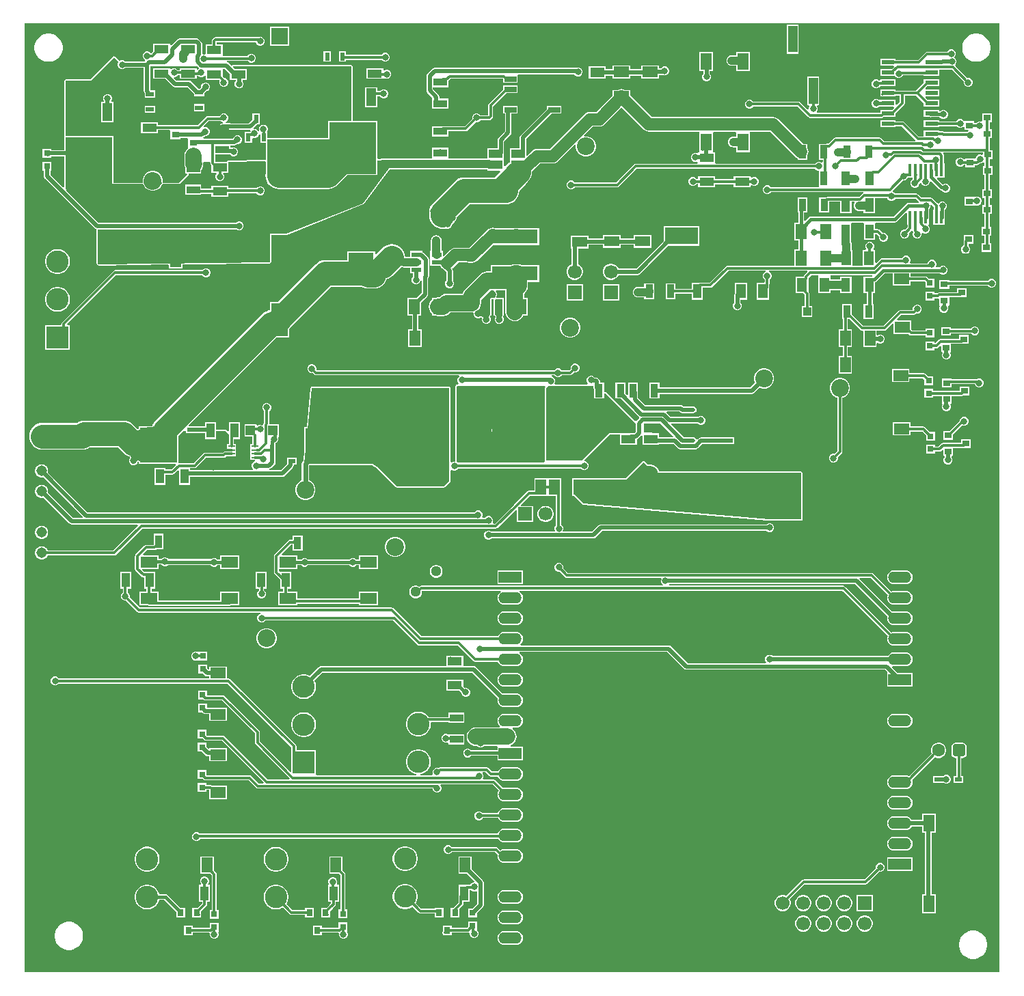
<source format=gbr>
%TF.GenerationSoftware,Altium Limited,Altium Designer,25.2.1 (25)*%
G04 Layer_Physical_Order=1*
G04 Layer_Color=255*
%FSLAX45Y45*%
%MOMM*%
%TF.SameCoordinates,EF3F7739-EB0C-4DF3-8AA3-BEF7F1336093*%
%TF.FilePolarity,Positive*%
%TF.FileFunction,Copper,L1,Top,Signal*%
%TF.Part,Single*%
G01*
G75*
%TA.AperFunction,SMDPad,CuDef*%
%ADD10R,3.15000X2.20000*%
%ADD11R,1.05000X1.80000*%
%ADD12R,0.85000X0.50000*%
%ADD13R,0.80000X0.60000*%
%ADD14R,3.75000X4.41000*%
%ADD15R,1.10000X1.70000*%
%ADD16R,1.25000X1.80000*%
%ADD17R,0.50000X1.05000*%
%ADD18R,1.52500X0.65000*%
%ADD19R,0.90000X1.90000*%
%ADD20R,3.20000X1.90000*%
%ADD21R,1.25000X0.60000*%
%ADD22R,1.65100X1.34620*%
%ADD23R,0.81280X0.27940*%
%TA.AperFunction,ConnectorPad*%
%ADD24R,1.19000X3.30000*%
%TA.AperFunction,SMDPad,CuDef*%
%ADD25R,1.60000X0.60000*%
%ADD26R,1.35606X1.85822*%
%ADD27R,1.35000X1.85000*%
G04:AMPARAMS|DCode=28|XSize=1.87407mm|YSize=0.51213mm|CornerRadius=0.25607mm|HoleSize=0mm|Usage=FLASHONLY|Rotation=180.000|XOffset=0mm|YOffset=0mm|HoleType=Round|Shape=RoundedRectangle|*
%AMROUNDEDRECTD28*
21,1,1.87407,0.00000,0,0,180.0*
21,1,1.36194,0.51213,0,0,180.0*
1,1,0.51213,-0.68097,0.00000*
1,1,0.51213,0.68097,0.00000*
1,1,0.51213,0.68097,0.00000*
1,1,0.51213,-0.68097,0.00000*
%
%ADD28ROUNDEDRECTD28*%
%ADD29R,1.87407X0.51213*%
%ADD30R,1.65822X0.95606*%
%ADD31R,2.10000X4.10000*%
%ADD32R,0.95606X1.65822*%
%ADD33R,1.80000X1.05000*%
%ADD34R,0.60000X1.05000*%
%ADD35R,5.70000X1.80000*%
%ADD36R,0.45000X1.50000*%
%ADD37R,1.85000X1.35000*%
%ADD38R,1.80000X1.20000*%
%ADD39R,1.90000X1.30000*%
%ADD40R,4.10000X2.10000*%
%ADD41R,1.00000X1.00000*%
%ADD42R,1.40000X2.10000*%
%ADD43R,1.93000X1.00000*%
%ADD44R,0.90000X1.60000*%
%ADD45R,1.75000X1.10000*%
%ADD46R,1.85822X1.35606*%
%ADD47R,0.80000X0.80000*%
%ADD48R,0.80000X0.90000*%
%ADD49R,1.20000X1.20000*%
%ADD50R,2.10000X1.40000*%
%ADD51R,1.65000X5.60000*%
%ADD52R,1.20000X2.20000*%
%ADD53R,5.80000X6.40000*%
%ADD54R,0.90000X0.80000*%
%ADD55R,3.55000X5.10000*%
%ADD56R,1.00000X0.60000*%
%ADD57R,0.60000X1.00000*%
%TA.AperFunction,Conductor*%
%ADD58C,0.30000*%
%ADD59C,0.40000*%
%ADD60C,1.00000*%
%ADD61C,0.50000*%
%ADD62C,1.50000*%
%ADD63C,2.00000*%
%ADD64C,3.00000*%
%ADD65C,0.60000*%
%TA.AperFunction,ComponentPad*%
%ADD66O,2.84500X1.42200*%
%ADD67R,2.84500X1.42200*%
%ADD68C,1.31000*%
%ADD69R,2.77500X2.77500*%
%ADD70C,2.77500*%
%ADD71C,2.20000*%
%ADD72C,1.29000*%
%ADD73R,1.29000X1.29000*%
%ADD74R,1.70000X1.70000*%
%ADD75C,1.70000*%
%ADD76C,2.10000*%
%ADD77R,2.10000X2.10000*%
%ADD78R,1.40000X1.40000*%
%ADD79C,1.40000*%
%ADD80C,1.60000*%
G04:AMPARAMS|DCode=81|XSize=1.6mm|YSize=1.6mm|CornerRadius=0.4mm|HoleSize=0mm|Usage=FLASHONLY|Rotation=180.000|XOffset=0mm|YOffset=0mm|HoleType=Round|Shape=RoundedRectangle|*
%AMROUNDEDRECTD81*
21,1,1.60000,0.80000,0,0,180.0*
21,1,0.80000,1.60000,0,0,180.0*
1,1,0.80000,-0.40000,0.40000*
1,1,0.80000,0.40000,0.40000*
1,1,0.80000,0.40000,-0.40000*
1,1,0.80000,-0.40000,-0.40000*
%
%ADD81ROUNDEDRECTD81*%
%ADD82R,1.70000X1.70000*%
%TA.AperFunction,ViaPad*%
%ADD83C,0.80000*%
G36*
X12070000Y11760000D02*
Y-0D01*
X-10000Y0D01*
Y11760000D01*
X12070000Y11760000D01*
D02*
G37*
%LPC*%
G36*
X2920940Y11595000D02*
X2899060D01*
X2888408Y11590588D01*
X2357575D01*
X2357574Y11590588D01*
X2345868Y11588259D01*
X2335945Y11581629D01*
X2335944Y11581628D01*
X2318371Y11564055D01*
X2311741Y11554132D01*
X2309412Y11542426D01*
X2309412Y11542425D01*
Y11497500D01*
X2235000D01*
Y11383264D01*
X2222632Y11375000D01*
X2204104D01*
X2200753Y11375000D01*
X2190783Y11387107D01*
Y11509068D01*
X2187679Y11524676D01*
X2178838Y11537907D01*
X2178837Y11537907D01*
X2155407Y11561338D01*
X2142176Y11570179D01*
X2126568Y11573284D01*
X2126567Y11573283D01*
X1913433D01*
X1913431Y11573284D01*
X1897824Y11570179D01*
X1884593Y11561338D01*
X1808857Y11485603D01*
X1794999Y11491343D01*
Y11507500D01*
X1585000D01*
Y11415758D01*
X1568311Y11399069D01*
X1556626Y11391155D01*
X1541155Y11406626D01*
X1520940Y11415000D01*
X1499060D01*
X1478845Y11406626D01*
X1463374Y11391155D01*
X1455000Y11370940D01*
Y11349060D01*
X1463374Y11328845D01*
X1478845Y11313374D01*
X1481215Y11296156D01*
X1476569Y11290784D01*
X1236998D01*
X1231155Y11296627D01*
X1210940Y11305000D01*
X1189060D01*
X1168845Y11296627D01*
X1167616Y11295398D01*
X1111507Y11351507D01*
X1100026Y11356262D01*
X1088545Y11351507D01*
X803402Y11066363D01*
X500000D01*
X488519Y11061608D01*
X483764Y11050127D01*
Y10365127D01*
X484925Y10362324D01*
Y10190784D01*
X325000D01*
Y10205000D01*
X215000D01*
Y10095000D01*
X284039D01*
X284260Y10094956D01*
X284481Y10095000D01*
X325000D01*
Y10109217D01*
X484925D01*
Y9732350D01*
X471067Y9726610D01*
X310783Y9886893D01*
Y9935000D01*
X325000D01*
Y10045000D01*
X215000D01*
Y9935000D01*
X229216D01*
Y9870001D01*
X229216Y9870000D01*
X232321Y9854393D01*
X241162Y9841162D01*
X861161Y9221162D01*
X861162Y9221162D01*
X874393Y9212321D01*
X882938Y9210621D01*
X883689Y9209216D01*
X883688Y8785003D01*
X883708Y8784954D01*
X883688Y8784905D01*
X886082Y8779223D01*
X888443Y8773522D01*
X888493Y8773502D01*
X888513Y8773453D01*
X897548Y8764527D01*
X897597Y8764507D01*
X897618Y8764458D01*
X903333Y8762171D01*
X909057Y8759841D01*
X909106Y8759862D01*
X909155Y8759842D01*
X1768330Y8770235D01*
X1779000Y8759693D01*
Y8719000D01*
X1949000D01*
Y8772420D01*
X3030196Y8785499D01*
X3035819Y8787908D01*
X3041481Y8790253D01*
X3041521Y8790351D01*
X3041619Y8790393D01*
X3043891Y8796071D01*
X3046236Y8801733D01*
Y9138764D01*
X3234936D01*
X3237811Y9139955D01*
X3240924Y9139909D01*
X4185988Y9514909D01*
X4189208Y9518033D01*
X4193053Y9520344D01*
X4514184Y9954439D01*
X5718647D01*
X5718930Y9954222D01*
X5725999Y9951294D01*
Y9935999D01*
X5880272D01*
X5886013Y9922141D01*
X5837763Y9873892D01*
X5818810Y9850798D01*
X5435000D01*
X5402654Y9847613D01*
X5371552Y9838177D01*
X5342887Y9822856D01*
X5317763Y9802237D01*
X5052763Y9537237D01*
X5032144Y9512113D01*
X5016823Y9483448D01*
X5007387Y9452346D01*
X5006659Y9444944D01*
X5005000Y9440940D01*
Y9428106D01*
X5004202Y9420000D01*
Y9380000D01*
X5007387Y9347654D01*
X5016823Y9316552D01*
X5032144Y9287887D01*
X5052763Y9262763D01*
X5077887Y9242144D01*
X5106552Y9226823D01*
X5137654Y9217387D01*
X5170000Y9214202D01*
X5202346Y9217387D01*
X5208667Y9219305D01*
X5219060Y9215000D01*
X5240940D01*
X5261155Y9223373D01*
X5276626Y9238845D01*
X5285000Y9259060D01*
Y9260927D01*
X5287237Y9262763D01*
X5307856Y9287887D01*
X5314706Y9300702D01*
X5321155Y9303374D01*
X5336627Y9318845D01*
X5345000Y9339060D01*
Y9360526D01*
X5503676Y9519202D01*
X5955000D01*
X5987346Y9522387D01*
X6018448Y9531822D01*
X6047113Y9547144D01*
X6072237Y9567763D01*
X6092856Y9592887D01*
X6108178Y9621552D01*
X6117613Y9652654D01*
X6120798Y9685000D01*
Y9687979D01*
X6198236Y9765417D01*
X6218855Y9790542D01*
X6223265Y9798791D01*
X6227237Y9802763D01*
X6247856Y9827887D01*
X6263177Y9856552D01*
X6272613Y9887654D01*
X6275798Y9920000D01*
X6275212Y9925949D01*
X6278679Y9927385D01*
X6297480Y9941811D01*
X6378393Y10022724D01*
X6533586D01*
X6557081Y10025817D01*
X6578974Y10034885D01*
X6597775Y10049311D01*
X6808269Y10259806D01*
X6816985Y10254775D01*
X6821000Y10251323D01*
Y10219543D01*
X6829518Y10187752D01*
X6845975Y10159248D01*
X6869248Y10135975D01*
X6897752Y10119518D01*
X6929543Y10111000D01*
X6962456D01*
X6994248Y10119518D01*
X7022752Y10135975D01*
X7046025Y10159248D01*
X7062481Y10187752D01*
X7071000Y10219543D01*
Y10252457D01*
X7062481Y10284248D01*
X7046025Y10312752D01*
X7022752Y10336025D01*
X6994248Y10352481D01*
X6962456Y10361000D01*
X6930676D01*
X6927225Y10365015D01*
X6922193Y10373730D01*
X7029893Y10481430D01*
X7109706D01*
X7133201Y10484524D01*
X7155094Y10493592D01*
X7173895Y10508018D01*
X7386000Y10720123D01*
X7661061Y10445061D01*
X7679861Y10430635D01*
X7701755Y10421567D01*
X7725250Y10418474D01*
X8346023D01*
X8352741Y10406257D01*
X8352742Y10403473D01*
Y10273941D01*
X8351958Y10270000D01*
Y10206256D01*
X8352742Y10202316D01*
Y10166257D01*
X8335472D01*
Y10161074D01*
X8320472Y10151052D01*
X8310940Y10155000D01*
X8289060D01*
X8268845Y10146627D01*
X8253373Y10131155D01*
X8245000Y10110940D01*
Y10089060D01*
X8253373Y10068845D01*
X8268845Y10053374D01*
X8289060Y10045000D01*
X8310940D01*
X8315232Y10046778D01*
X8329162Y10038040D01*
X8329521Y10033722D01*
X8317296Y10020588D01*
X7560000D01*
X7548295Y10018259D01*
X7538371Y10011629D01*
X7538371Y10011628D01*
X7317330Y9790588D01*
X6806861D01*
X6806626Y9791155D01*
X6791155Y9806627D01*
X6770940Y9815000D01*
X6749060D01*
X6728845Y9806627D01*
X6713373Y9791155D01*
X6705000Y9770940D01*
Y9749060D01*
X6713373Y9728845D01*
X6728845Y9713374D01*
X6749060Y9705000D01*
X6770940D01*
X6791155Y9713374D01*
X6806626Y9728845D01*
X6806861Y9729412D01*
X7329999D01*
X7330000Y9729412D01*
X7341705Y9731741D01*
X7351629Y9738371D01*
X7572670Y9959412D01*
X9783138D01*
X9783373Y9958845D01*
X9798845Y9943374D01*
X9819060Y9935000D01*
X9829806D01*
Y9742089D01*
X9821359Y9730588D01*
X9236861D01*
X9236626Y9731155D01*
X9221155Y9746627D01*
X9200940Y9755000D01*
X9179060D01*
X9158845Y9746627D01*
X9143373Y9731155D01*
X9135000Y9710940D01*
Y9689060D01*
X9143373Y9668845D01*
X9158845Y9653374D01*
X9179060Y9645000D01*
X9200940D01*
X9221155Y9653374D01*
X9236626Y9668845D01*
X9236861Y9669412D01*
X10380187D01*
X10381665Y9654412D01*
X10375868Y9653259D01*
X10365945Y9646629D01*
X10365944Y9646628D01*
X10329903Y9610588D01*
X9942574D01*
X9930868Y9608259D01*
X9926871Y9605588D01*
X9925001D01*
X9925000Y9605588D01*
X9922043Y9605000D01*
X9835000D01*
Y9415000D01*
X9955000D01*
Y9549412D01*
X10095000D01*
Y9410000D01*
X10235000D01*
Y9549412D01*
X10267078D01*
X10274475Y9534412D01*
X10273223Y9532780D01*
X10266673Y9516969D01*
X10264439Y9500000D01*
X10266673Y9483032D01*
X10273223Y9467220D01*
X10283642Y9453642D01*
X10297220Y9443223D01*
X10313031Y9436673D01*
X10330000Y9434439D01*
X10385000D01*
Y9410000D01*
X10525000D01*
Y9594412D01*
X10679463D01*
X10681816Y9588732D01*
X10697287Y9573261D01*
X10717502Y9564887D01*
X10739382D01*
X10759597Y9573261D01*
X10775069Y9588732D01*
X10775304Y9589300D01*
X11027443D01*
X11066057Y9550686D01*
X11064066Y9541555D01*
X11060357Y9535686D01*
X10940000D01*
X10926343Y9532969D01*
X10914766Y9525234D01*
X10755218Y9365686D01*
X9732500D01*
X9718844Y9362969D01*
X9707267Y9355234D01*
X9659544Y9307511D01*
X9645686Y9313251D01*
Y9415000D01*
X9685000D01*
Y9605000D01*
X9565000D01*
Y9415000D01*
X9574314D01*
Y9287500D01*
X9525000D01*
Y9072500D01*
X9574314D01*
Y8957911D01*
X9524589D01*
Y8757677D01*
X8697090D01*
X8697089Y8757677D01*
X8685384Y8755348D01*
X8675460Y8748718D01*
X8473330Y8546588D01*
X8357951D01*
X8357950Y8546588D01*
X8354992Y8546000D01*
X8252949D01*
Y8471588D01*
X8055860D01*
Y8538911D01*
X7930255D01*
Y8343089D01*
X8055860D01*
Y8410412D01*
X8252949D01*
Y8336000D01*
X8387949D01*
Y8485412D01*
X8485999D01*
X8486000Y8485412D01*
X8497705Y8487741D01*
X8507629Y8494371D01*
X8709759Y8696501D01*
X9167630D01*
X9170613Y8681501D01*
X9158845Y8676627D01*
X9143373Y8661155D01*
X9135000Y8640940D01*
Y8619060D01*
X9143373Y8598845D01*
X9158845Y8583373D01*
X9159412Y8583139D01*
Y8555480D01*
X9157190Y8552155D01*
X9155965Y8546000D01*
X9060449D01*
Y8336000D01*
X9215449D01*
Y8485545D01*
X9216037Y8488500D01*
Y8529969D01*
X9218259Y8533295D01*
X9220588Y8545000D01*
Y8583139D01*
X9221155Y8583373D01*
X9236626Y8598845D01*
X9245000Y8619060D01*
Y8640940D01*
X9236626Y8661155D01*
X9221155Y8676627D01*
X9209386Y8681501D01*
X9212370Y8696501D01*
X9684530D01*
X9690743Y8681501D01*
X9648371Y8639129D01*
X9641741Y8629205D01*
X9640904Y8625000D01*
X9545000D01*
Y8415000D01*
X9634242D01*
X9654412Y8394831D01*
Y8255000D01*
X9620000D01*
Y8125000D01*
X9750000D01*
Y8255000D01*
X9715587D01*
Y8407501D01*
X9713259Y8419206D01*
X9706629Y8429129D01*
X9706628Y8429130D01*
X9700000Y8435758D01*
Y8592045D01*
X9700588Y8595000D01*
X9700588Y8595002D01*
Y8604830D01*
X9735170Y8639412D01*
X9818581D01*
X9820000Y8625000D01*
X9820000Y8624412D01*
Y8415000D01*
X9975000D01*
Y8454439D01*
X10095000D01*
Y8420000D01*
X10235000D01*
Y8620000D01*
X10095000D01*
Y8585561D01*
X9975000D01*
Y8624412D01*
X9975000Y8625000D01*
X9976419Y8639412D01*
X10485277D01*
X10487882Y8637914D01*
X10494075Y8624412D01*
X10490867Y8620686D01*
X10487500D01*
X10484051Y8620000D01*
X10385000D01*
Y8420000D01*
X10424314D01*
Y8285000D01*
X10385000D01*
Y8095000D01*
X10505000D01*
Y8285000D01*
X10495686D01*
Y8420000D01*
X10525000D01*
Y8553977D01*
X10527839Y8555874D01*
X10533657Y8557031D01*
X10545234Y8564767D01*
X10644782Y8664314D01*
X10746500D01*
Y8514000D01*
X10961500D01*
Y8563413D01*
X11141330D01*
X11149000Y8555743D01*
Y8489001D01*
X11259000D01*
Y8599001D01*
X11192258D01*
X11175629Y8615629D01*
X11165706Y8622260D01*
X11154000Y8624589D01*
X11153999Y8624588D01*
X10961500D01*
Y8664314D01*
X11330204D01*
X11338845Y8655674D01*
X11359060Y8647300D01*
X11380940D01*
X11401155Y8655674D01*
X11416627Y8671145D01*
X11425000Y8691360D01*
Y8713240D01*
X11416627Y8733455D01*
X11401155Y8748927D01*
X11380940Y8757300D01*
X11359060D01*
X11338845Y8748927D01*
X11325604Y8735686D01*
X11288066D01*
X11279460Y8750686D01*
X11285000Y8764060D01*
Y8785940D01*
X11276626Y8806155D01*
X11261155Y8821627D01*
X11240940Y8830000D01*
X11219060D01*
X11198845Y8821627D01*
X11183373Y8806155D01*
X11175034Y8786021D01*
X10967968D01*
X10959420Y8801022D01*
X10965000Y8814494D01*
Y8836374D01*
X10956627Y8856589D01*
X10941155Y8872060D01*
X10920940Y8880434D01*
X10899060D01*
X10878845Y8872060D01*
X10863373Y8856589D01*
X10860474Y8849588D01*
X10611428D01*
X10611427Y8849588D01*
X10599721Y8847260D01*
X10589798Y8840629D01*
X10589797Y8840628D01*
X10538858Y8789690D01*
X10525000Y8795430D01*
Y8955000D01*
X10512380D01*
X10507105Y8970000D01*
X10515000Y8989060D01*
Y9010940D01*
X10506626Y9031155D01*
X10491155Y9046627D01*
X10470940Y9055000D01*
X10449060D01*
X10428845Y9046627D01*
X10413373Y9031155D01*
X10405000Y9010940D01*
Y8989060D01*
X10412895Y8970000D01*
X10407620Y8955000D01*
X10370000D01*
Y8757677D01*
X10250000D01*
Y8955000D01*
X10235561D01*
Y9020000D01*
X10233327Y9036968D01*
X10228061Y9049682D01*
Y9177500D01*
X10227500Y9181758D01*
Y9285000D01*
X10238642Y9294314D01*
X10381358D01*
X10392500Y9285000D01*
X10392500Y9279314D01*
Y9075000D01*
X10527500D01*
Y9149412D01*
X10547330D01*
X10575235Y9121507D01*
X10575000Y9120940D01*
Y9099060D01*
X10583374Y9078845D01*
X10598845Y9063374D01*
X10619060Y9055000D01*
X10640940D01*
X10661155Y9063374D01*
X10676627Y9078845D01*
X10685000Y9099060D01*
Y9120940D01*
X10676627Y9141155D01*
X10661155Y9156627D01*
X10640940Y9165000D01*
X10619060D01*
X10618493Y9164765D01*
X10581629Y9201629D01*
X10571705Y9208259D01*
X10560000Y9210588D01*
X10559999Y9210588D01*
X10527500D01*
Y9279314D01*
X10527500Y9285000D01*
X10538642Y9294314D01*
X10770000D01*
X10783656Y9297031D01*
X10795233Y9304767D01*
X10908841Y9418374D01*
X10922699Y9412634D01*
Y9269001D01*
X10929611D01*
Y9232869D01*
X10901507Y9204765D01*
X10900940Y9205000D01*
X10879060D01*
X10858845Y9196627D01*
X10843374Y9181155D01*
X10835000Y9160940D01*
Y9139060D01*
X10843374Y9118845D01*
X10858845Y9103373D01*
X10879060Y9095000D01*
X10900940D01*
X10921155Y9103373D01*
X10936627Y9118845D01*
X10945000Y9139060D01*
Y9160940D01*
X10944765Y9161507D01*
X10979611Y9196354D01*
X10988418Y9194514D01*
X10994611Y9190702D01*
Y9188332D01*
X10994611Y9188331D01*
X10996940Y9176626D01*
X10999753Y9172415D01*
X10995000Y9160940D01*
Y9139060D01*
X11003373Y9118845D01*
X11018845Y9103373D01*
X11039060Y9095000D01*
X11060940D01*
X11081155Y9103373D01*
X11096627Y9118845D01*
X11105000Y9139060D01*
Y9156006D01*
X11117704Y9162767D01*
X11119022Y9163300D01*
X11139060Y9155000D01*
X11160940D01*
X11181155Y9163374D01*
X11196627Y9178845D01*
X11205000Y9199060D01*
Y9220940D01*
X11196627Y9241155D01*
X11183781Y9254001D01*
X11186843Y9266369D01*
X11188379Y9269001D01*
X11192699D01*
Y9358453D01*
X11193285Y9361401D01*
Y9455504D01*
X11206627Y9468845D01*
X11215000Y9489060D01*
Y9506454D01*
X11228491Y9513733D01*
X11228858Y9513809D01*
X11254611Y9488056D01*
Y9449000D01*
X11247699D01*
Y9269001D01*
X11387699D01*
Y9358052D01*
X11388385Y9361501D01*
Y9452226D01*
X11391155Y9453374D01*
X11406626Y9468845D01*
X11415000Y9489060D01*
Y9510940D01*
X11406626Y9531155D01*
X11391155Y9546627D01*
X11370940Y9555000D01*
X11349060D01*
X11328845Y9546627D01*
X11313374Y9531155D01*
X11297398Y9531784D01*
X11237553Y9591629D01*
X11227630Y9598259D01*
X11215924Y9600588D01*
X11215923Y9600588D01*
X11102670D01*
X11061742Y9641516D01*
X11051818Y9648147D01*
X11040113Y9650475D01*
X11040112Y9650475D01*
X10775304D01*
X10775069Y9651042D01*
X10759597Y9666514D01*
X10746436Y9671965D01*
X10742022Y9688675D01*
X10742043Y9688785D01*
X10868493Y9815235D01*
X10869060Y9815000D01*
X10890940D01*
X10911155Y9823374D01*
X10926627Y9838845D01*
X10930590Y9848413D01*
X10952697D01*
X10952699Y9848412D01*
X10955656Y9849001D01*
X10991161D01*
Y9828290D01*
X10987144Y9826627D01*
X10971673Y9811155D01*
X10963299Y9790940D01*
Y9769060D01*
X10971673Y9748845D01*
X10987144Y9733373D01*
X11007359Y9725000D01*
X11029239D01*
X11049454Y9733373D01*
X11064926Y9748845D01*
X11073299Y9769060D01*
Y9776402D01*
X11083641Y9784943D01*
X11098338Y9781003D01*
X11103374Y9768845D01*
X11118845Y9753373D01*
X11139060Y9745000D01*
X11160940D01*
X11181155Y9753373D01*
X11196627Y9768845D01*
X11205000Y9789060D01*
Y9800521D01*
X11220000Y9806735D01*
X11324315Y9702420D01*
X11335892Y9694684D01*
X11349548Y9691968D01*
X11352080D01*
X11353374Y9688845D01*
X11368845Y9673374D01*
X11389060Y9665000D01*
X11410940D01*
X11431155Y9673374D01*
X11446627Y9688845D01*
X11455000Y9709060D01*
Y9730940D01*
X11446627Y9751155D01*
X11431155Y9766627D01*
X11410940Y9775000D01*
X11389060D01*
X11368845Y9766627D01*
X11365558Y9763339D01*
X11364330D01*
X11292527Y9835143D01*
X11298267Y9849001D01*
X11387699D01*
Y10029000D01*
X11380787D01*
Y10119800D01*
X11380787Y10119801D01*
X11378458Y10131506D01*
X11371828Y10141430D01*
X11368203Y10145055D01*
X11373943Y10158913D01*
X11864000D01*
Y10138386D01*
X11849000Y10128942D01*
X11837056Y10133890D01*
X11815176D01*
X11794961Y10125516D01*
X11779489Y10110045D01*
X11774886Y10098932D01*
X11763999Y10089000D01*
X11644000D01*
Y10080451D01*
X11634365Y10076441D01*
X11629000Y10075853D01*
X11614690Y10090162D01*
X11594475Y10098536D01*
X11572595D01*
X11552381Y10090162D01*
X11536909Y10074691D01*
X11528535Y10054476D01*
Y10032596D01*
X11536909Y10012381D01*
X11552381Y9996909D01*
X11572595Y9988536D01*
X11594475D01*
X11614690Y9996909D01*
X11625961Y10008180D01*
X11644000D01*
Y9979000D01*
X11764000D01*
Y10003413D01*
X11789328D01*
X11789329Y10003412D01*
X11801035Y10005741D01*
X11810958Y10012371D01*
X11822477Y10023890D01*
X11837056D01*
X11857270Y10032263D01*
X11868412Y10043405D01*
X11883412Y10037281D01*
Y9989000D01*
X11864000D01*
Y9879000D01*
X11883412D01*
Y9709000D01*
X11854000D01*
Y9599000D01*
X11883412D01*
Y9509000D01*
X11854000D01*
Y9399000D01*
X11883412D01*
Y9239000D01*
X11844000D01*
Y9129000D01*
X11883412D01*
Y9039000D01*
X11844000D01*
Y8929000D01*
X11964000D01*
Y9039000D01*
X11944587D01*
Y9129000D01*
X11964000D01*
Y9239000D01*
X11944587D01*
Y9399000D01*
X11974000D01*
Y9509000D01*
X11944587D01*
Y9599000D01*
X11974000D01*
Y9709000D01*
X11944587D01*
Y9879000D01*
X11984000D01*
Y9989000D01*
X11944587D01*
Y10079000D01*
X11984000D01*
Y10189000D01*
X11944587D01*
Y10339000D01*
X11974000D01*
Y10449000D01*
X11944587D01*
Y10539000D01*
X11974000D01*
Y10649000D01*
X11854000D01*
Y10551684D01*
X11839000Y10541661D01*
X11830940Y10545000D01*
X11809060D01*
X11788845Y10536627D01*
X11774806Y10522588D01*
X11754000D01*
Y10549000D01*
X11634000D01*
X11621865Y10555917D01*
X11611155Y10566627D01*
X11590940Y10575000D01*
X11569060D01*
X11548845Y10566627D01*
X11533373Y10551155D01*
X11531689Y10547088D01*
X11319000D01*
Y10561500D01*
X11129000D01*
Y10471501D01*
X11319000D01*
Y10485913D01*
X11536306D01*
X11548845Y10473374D01*
X11569060Y10465000D01*
X11590940D01*
X11611155Y10473374D01*
X11619000Y10481219D01*
X11634000Y10475005D01*
Y10439000D01*
X11678005D01*
X11680989Y10424000D01*
X11672845Y10420627D01*
X11664556Y10412338D01*
X11387683D01*
X11378820Y10418260D01*
X11367114Y10420589D01*
X11367113Y10420589D01*
X11319000D01*
Y10434500D01*
X11129000D01*
Y10360088D01*
X11070920D01*
X10892879Y10538129D01*
X10882956Y10544760D01*
X10871250Y10547088D01*
X10871249Y10547088D01*
X10779000D01*
Y10561500D01*
X10589000D01*
Y10471501D01*
X10779000D01*
Y10485913D01*
X10858580D01*
X11028906Y10315588D01*
X11022692Y10300588D01*
X10640525D01*
X10604484Y10336629D01*
X10594560Y10343259D01*
X10582855Y10345588D01*
X10582854Y10345588D01*
X10037500D01*
X10025794Y10343259D01*
X10015871Y10336629D01*
X10015870Y10336628D01*
X9947741Y10268499D01*
X9925412D01*
X9925411Y10268499D01*
X9922454Y10267911D01*
X9829806D01*
Y10072089D01*
X9879412D01*
Y10039582D01*
X9864412Y10033369D01*
X9861155Y10036627D01*
X9840940Y10045000D01*
X9819060D01*
X9798845Y10036627D01*
X9783373Y10021155D01*
X9783138Y10020588D01*
X8555929D01*
X8545472Y10031257D01*
X8545472Y10035588D01*
Y10166257D01*
X8522741D01*
Y10403473D01*
X8522742Y10406257D01*
X8529460Y10418474D01*
X8796023D01*
X8802742Y10406257D01*
X8802742Y10403473D01*
Y10355561D01*
X8770000D01*
X8753032Y10353327D01*
X8737220Y10346777D01*
X8723642Y10336358D01*
X8713223Y10322780D01*
X8706673Y10306968D01*
X8704439Y10290000D01*
X8706673Y10273032D01*
X8713223Y10257220D01*
X8723642Y10243642D01*
X8737220Y10233223D01*
X8753032Y10226673D01*
X8770000Y10224439D01*
X8802742D01*
Y10166257D01*
X8972742D01*
Y10403473D01*
X8972742Y10406257D01*
X8979460Y10418474D01*
X9225650D01*
X9538312Y10105812D01*
X9557112Y10091385D01*
X9564589Y10088288D01*
Y10072089D01*
X9690194D01*
Y10128426D01*
X9697683Y10146505D01*
X9700776Y10170000D01*
X9697683Y10193495D01*
X9690194Y10211574D01*
Y10267911D01*
X9632967D01*
X9327439Y10573439D01*
X9308638Y10587865D01*
X9286745Y10596933D01*
X9263250Y10600026D01*
X7762851D01*
X7493911Y10868966D01*
Y10936195D01*
X7427574D01*
X7409494Y10943683D01*
X7386000Y10946776D01*
X7362505Y10943683D01*
X7344426Y10936195D01*
X7278089D01*
Y10868966D01*
X7072105Y10662983D01*
X6992295D01*
X6992293Y10662983D01*
X6968798Y10659890D01*
X6946905Y10650821D01*
X6928104Y10636395D01*
X6928103Y10636394D01*
X6495985Y10204276D01*
X6340792D01*
X6317297Y10201183D01*
X6295403Y10192114D01*
X6276603Y10177689D01*
X6219858Y10120943D01*
X6206000Y10126683D01*
Y10172060D01*
X6206783Y10176000D01*
Y10331156D01*
X6517627Y10642000D01*
X6642450D01*
Y10737000D01*
X6459950D01*
Y10699677D01*
X6137161Y10376888D01*
X6128320Y10363657D01*
X6125216Y10348050D01*
X6125216Y10348048D01*
Y10215999D01*
X6001000D01*
Y10076000D01*
X6000999D01*
X6000999Y10075999D01*
X6001000Y10061000D01*
Y10043997D01*
X5992763Y10037237D01*
X5963762Y10008236D01*
X5945999Y9986592D01*
X5931679Y9990628D01*
X5930999Y9991073D01*
Y10061000D01*
X5931000Y10075999D01*
X5931000D01*
Y10076000D01*
X5930999D01*
Y10147058D01*
X5931783Y10150999D01*
X5931783Y10151001D01*
Y10298040D01*
X6011338Y10377596D01*
X6020179Y10390827D01*
X6023284Y10406434D01*
X6023284Y10406435D01*
Y10642000D01*
X6100050D01*
Y10737000D01*
X5917550D01*
Y10642000D01*
X5941717D01*
Y10423327D01*
X5862161Y10343772D01*
X5853320Y10330541D01*
X5850216Y10314933D01*
X5850216Y10314932D01*
Y10215999D01*
X5725999D01*
Y10085561D01*
X5249171D01*
X5237911Y10094589D01*
X5237911Y10100561D01*
Y10220194D01*
X5042089D01*
Y10100561D01*
X5042089Y10094589D01*
X5030828Y10085561D01*
X4427327D01*
X4410359Y10083327D01*
X4394547Y10076777D01*
X4390820Y10073917D01*
X4375635Y10073834D01*
X4365000Y10084411D01*
Y10550000D01*
X4068260D01*
X4068155Y10550039D01*
X4056161Y10560128D01*
Y11230127D01*
X4051406Y11241608D01*
X4039925Y11246363D01*
X2576643D01*
X2573659Y11245127D01*
X2570430D01*
X2568147Y11242844D01*
X2565163Y11241608D01*
X2550068Y11240108D01*
X2521338Y11268839D01*
X2508107Y11277679D01*
X2499395Y11279412D01*
X2500872Y11294412D01*
X2757806D01*
X2768845Y11283373D01*
X2789060Y11275000D01*
X2810940D01*
X2831155Y11283373D01*
X2846626Y11298845D01*
X2855000Y11319060D01*
Y11340940D01*
X2846626Y11361155D01*
X2831155Y11376626D01*
X2810940Y11385000D01*
X2789060D01*
X2768845Y11376626D01*
X2753373Y11361155D01*
X2751067Y11355588D01*
X2457137D01*
X2445000Y11362500D01*
Y11497500D01*
X2370588D01*
Y11529412D01*
X2855000D01*
Y11529060D01*
X2863373Y11508845D01*
X2878845Y11493374D01*
X2899060Y11485000D01*
X2920940D01*
X2941155Y11493374D01*
X2956626Y11508845D01*
X2965000Y11529060D01*
Y11550940D01*
X2956626Y11571155D01*
X2941155Y11586627D01*
X2920940Y11595000D01*
D02*
G37*
G36*
X3270000Y11720000D02*
X3030000D01*
Y11480000D01*
X3270000D01*
Y11720000D01*
D02*
G37*
G36*
X11482635Y11439636D02*
X11460755D01*
X11440540Y11431263D01*
X11425069Y11415791D01*
X11423098Y11411033D01*
X11170446D01*
X11170445Y11411033D01*
X11158740Y11408704D01*
X11148816Y11402074D01*
X11148816Y11402073D01*
X11055830Y11309088D01*
X10779000D01*
Y11323500D01*
X10589000D01*
Y11233501D01*
X10752721D01*
X10758461Y11219643D01*
X10735319Y11196500D01*
X10589000D01*
Y11106501D01*
X10772647D01*
X10787845Y11091302D01*
X10808060Y11082929D01*
X10829940D01*
X10850155Y11091302D01*
X10865627Y11106774D01*
X10869101Y11115162D01*
X11129000D01*
Y11106501D01*
X11319000D01*
Y11188425D01*
X11323964Y11189412D01*
X11477330D01*
X11625235Y11041508D01*
X11625000Y11040940D01*
Y11019060D01*
X11633373Y10998845D01*
X11648845Y10983374D01*
X11669060Y10975000D01*
X11690940D01*
X11711155Y10983374D01*
X11726627Y10998845D01*
X11735000Y11019060D01*
Y11040940D01*
X11726627Y11061155D01*
X11711155Y11076627D01*
X11690940Y11085000D01*
X11669060D01*
X11668493Y11084765D01*
X11520319Y11232939D01*
X11512135Y11242258D01*
X11520731Y11252950D01*
X11526626Y11258845D01*
X11535000Y11279060D01*
Y11300940D01*
X11526626Y11321155D01*
X11511155Y11336626D01*
X11509547Y11344707D01*
X11518322Y11353481D01*
X11526695Y11373696D01*
Y11395576D01*
X11518322Y11415791D01*
X11502850Y11431263D01*
X11482635Y11439636D01*
D02*
G37*
G36*
X9580500Y11744000D02*
X9431500D01*
Y11384000D01*
X9580500D01*
Y11744000D01*
D02*
G37*
G36*
X11797236Y11635000D02*
X11762764D01*
X11728954Y11628275D01*
X11697106Y11615083D01*
X11668444Y11595932D01*
X11644069Y11571556D01*
X11624917Y11542894D01*
X11611725Y11511046D01*
X11605000Y11477236D01*
Y11442764D01*
X11611725Y11408955D01*
X11624917Y11377107D01*
X11644069Y11348444D01*
X11668444Y11324069D01*
X11697106Y11304917D01*
X11728954Y11291725D01*
X11762764Y11285000D01*
X11797236D01*
X11831046Y11291725D01*
X11862894Y11304917D01*
X11891556Y11324069D01*
X11915931Y11348444D01*
X11935083Y11377107D01*
X11948275Y11408955D01*
X11955000Y11442764D01*
Y11477236D01*
X11948275Y11511046D01*
X11935083Y11542894D01*
X11915931Y11571556D01*
X11891556Y11595932D01*
X11862894Y11615083D01*
X11831046Y11628275D01*
X11797236Y11635000D01*
D02*
G37*
G36*
X307236D02*
X272764D01*
X238954Y11628275D01*
X207106Y11615083D01*
X178444Y11595932D01*
X154069Y11571556D01*
X134917Y11542894D01*
X121725Y11511046D01*
X115000Y11477236D01*
Y11442764D01*
X121725Y11408955D01*
X134917Y11377107D01*
X154069Y11348444D01*
X178444Y11324069D01*
X207106Y11304917D01*
X238954Y11291725D01*
X272764Y11285000D01*
X307236D01*
X341046Y11291725D01*
X372894Y11304917D01*
X401556Y11324069D01*
X425931Y11348444D01*
X445083Y11377107D01*
X458275Y11408955D01*
X465000Y11442764D01*
Y11477236D01*
X458275Y11511046D01*
X445083Y11542894D01*
X425931Y11571556D01*
X401556Y11595932D01*
X372894Y11615083D01*
X341046Y11628275D01*
X307236Y11635000D01*
D02*
G37*
G36*
X3975000Y11415000D02*
X3885000D01*
Y11285000D01*
X3975000D01*
Y11309412D01*
X4413138D01*
X4413373Y11308845D01*
X4428845Y11293373D01*
X4449060Y11285000D01*
X4470940D01*
X4491155Y11293373D01*
X4506626Y11308845D01*
X4515000Y11329060D01*
Y11350940D01*
X4506626Y11371155D01*
X4491155Y11386626D01*
X4470940Y11395000D01*
X4449060D01*
X4428845Y11386626D01*
X4413373Y11371155D01*
X4413138Y11370588D01*
X3975000D01*
Y11415000D01*
D02*
G37*
G36*
X3785000D02*
X3695000D01*
Y11285000D01*
X3785000D01*
Y11415000D01*
D02*
G37*
G36*
X6860940Y11215000D02*
X6839060D01*
X6825606Y11209427D01*
X6818787Y11210784D01*
X6818785Y11210784D01*
X5070001D01*
X5070000Y11210784D01*
X5054393Y11207679D01*
X5041162Y11198838D01*
X4981161Y11138838D01*
X4972321Y11125607D01*
X4969216Y11110000D01*
X4969216Y11109999D01*
Y10930001D01*
X4969216Y10930000D01*
X4972321Y10914393D01*
X4981161Y10901162D01*
X5038581Y10843742D01*
X5042089Y10830194D01*
X5042089D01*
Y10704589D01*
X5237911D01*
Y10830194D01*
X5128698D01*
Y10852084D01*
X5128698Y10852086D01*
X5125594Y10867693D01*
X5116753Y10880924D01*
X5116752Y10880925D01*
X5050783Y10946893D01*
Y10969806D01*
X5237911D01*
Y11044653D01*
X5268081Y11074823D01*
X5917469D01*
X5917550Y11074742D01*
Y11023000D01*
X6100050D01*
Y11118000D01*
X6109184Y11129217D01*
X6803220D01*
X6803373Y11128845D01*
X6818845Y11113374D01*
X6839060Y11105000D01*
X6860940D01*
X6881155Y11113374D01*
X6896627Y11128845D01*
X6905000Y11149060D01*
Y11170940D01*
X6896627Y11191155D01*
X6881155Y11206627D01*
X6860940Y11215000D01*
D02*
G37*
G36*
X7493911Y11241411D02*
X7278089D01*
Y11194283D01*
X7191000D01*
Y11226000D01*
X6981000D01*
Y11076000D01*
X7191000D01*
Y11112716D01*
X7278089D01*
Y11075806D01*
X7493911D01*
Y11112716D01*
X7632500D01*
Y11076000D01*
X7847500D01*
Y11119217D01*
X7898881D01*
X7909060Y11115000D01*
X7930940D01*
X7951155Y11123373D01*
X7966626Y11138845D01*
X7975000Y11159060D01*
Y11180940D01*
X7966626Y11201155D01*
X7951155Y11216627D01*
X7930940Y11225000D01*
X7909060D01*
X7888845Y11216627D01*
X7873373Y11201155D01*
X7873219Y11200784D01*
X7847500D01*
Y11241000D01*
X7632500D01*
Y11194283D01*
X7493911D01*
Y11241411D01*
D02*
G37*
G36*
X8972742Y11406257D02*
X8802742D01*
Y11365561D01*
X8750000D01*
X8733032Y11363327D01*
X8717220Y11356777D01*
X8703642Y11346358D01*
X8693223Y11332780D01*
X8686673Y11316968D01*
X8684439Y11300000D01*
X8686673Y11283032D01*
X8693223Y11267220D01*
X8703642Y11253642D01*
X8717220Y11243223D01*
X8733032Y11236673D01*
X8750000Y11234439D01*
X8802742D01*
Y11166257D01*
X8972742D01*
Y11406257D01*
D02*
G37*
G36*
X4435000Y11207500D02*
X4225000D01*
Y11072500D01*
X4435000D01*
Y11077620D01*
X4449999Y11082895D01*
X4469060Y11075000D01*
X4490940D01*
X4511155Y11083374D01*
X4526626Y11098845D01*
X4535000Y11119060D01*
Y11140940D01*
X4526626Y11161155D01*
X4511155Y11176627D01*
X4490940Y11185000D01*
X4469060D01*
X4449999Y11177105D01*
X4435000Y11182380D01*
Y11207500D01*
D02*
G37*
G36*
X10779000Y11069500D02*
X10589000D01*
Y11059995D01*
X10574000Y11053781D01*
X10571155Y11056627D01*
X10550940Y11065000D01*
X10529060D01*
X10508845Y11056627D01*
X10493373Y11041155D01*
X10485000Y11020940D01*
Y10999060D01*
X10493373Y10978845D01*
X10508845Y10963374D01*
X10529060Y10955000D01*
X10550940D01*
X10571155Y10963374D01*
X10577890Y10970109D01*
X10589000Y10979501D01*
X10779000D01*
Y11069500D01*
D02*
G37*
G36*
X8522741Y11406257D02*
X8352742D01*
Y11166257D01*
X8398087D01*
Y11135869D01*
X8393373Y11131155D01*
X8385000Y11110940D01*
Y11089060D01*
X8393373Y11068845D01*
X8408845Y11053373D01*
X8429060Y11045000D01*
X8450940D01*
X8471155Y11053373D01*
X8486626Y11068845D01*
X8495000Y11089060D01*
Y11110940D01*
X8486626Y11131155D01*
X8479654Y11138127D01*
Y11166257D01*
X8522741D01*
Y11406257D01*
D02*
G37*
G36*
X4363000Y10970000D02*
X4213000D01*
Y10720000D01*
X4363000D01*
Y10859540D01*
X4393064D01*
X4393299Y10858972D01*
X4408770Y10843501D01*
X4428985Y10835127D01*
X4450865D01*
X4471080Y10843501D01*
X4486552Y10858972D01*
X4494925Y10879187D01*
Y10901067D01*
X4486552Y10921282D01*
X4471080Y10936754D01*
X4450865Y10945127D01*
X4428985D01*
X4408770Y10936754D01*
X4393299Y10921282D01*
X4393064Y10920715D01*
X4363000D01*
Y10970000D01*
D02*
G37*
G36*
X9834500Y11104000D02*
X9685500D01*
Y10744000D01*
X9706620D01*
X9712481Y10729000D01*
X9705000Y10710940D01*
Y10699471D01*
X9690000Y10693258D01*
X9601629Y10781629D01*
X9591705Y10788259D01*
X9580000Y10790588D01*
X9579999Y10790588D01*
X9016862D01*
X9016627Y10791155D01*
X9001155Y10806627D01*
X8980940Y10815000D01*
X8959060D01*
X8938845Y10806627D01*
X8923374Y10791155D01*
X8915000Y10770940D01*
Y10749060D01*
X8923374Y10728845D01*
X8938845Y10713374D01*
X8959060Y10705000D01*
X8980940D01*
X9001155Y10713374D01*
X9016627Y10728845D01*
X9016862Y10729412D01*
X9567330D01*
X9698371Y10598372D01*
X9698371Y10598371D01*
X9708295Y10591741D01*
X9720000Y10589412D01*
X9720001Y10589412D01*
X10610498D01*
X10610499Y10589412D01*
X10622205Y10591741D01*
X10632128Y10598371D01*
X10632258Y10598501D01*
X10779000D01*
Y10645242D01*
X10885629Y10751872D01*
X10892259Y10761795D01*
X10894588Y10773500D01*
Y10866913D01*
X11034330D01*
X11129000Y10772243D01*
Y10725501D01*
X11319000D01*
Y10815500D01*
X11172257D01*
X11149115Y10838643D01*
X11154856Y10852501D01*
X11319000D01*
Y10942500D01*
X11154856D01*
X11149115Y10956358D01*
X11172257Y10979501D01*
X11319000D01*
Y11069500D01*
X11129000D01*
Y11022758D01*
X11034330Y10928088D01*
X10779000D01*
Y10942500D01*
X10589000D01*
Y10885458D01*
X10588412Y10882500D01*
X10589000Y10879543D01*
Y10852501D01*
X10616044D01*
X10619000Y10851913D01*
X10621956Y10852501D01*
X10779000D01*
Y10866913D01*
X10833412D01*
Y10786170D01*
X10792858Y10745616D01*
X10779000Y10751356D01*
Y10815500D01*
X10589000D01*
Y10815501D01*
X10574000Y10813781D01*
X10571155Y10816627D01*
X10550940Y10825000D01*
X10529060D01*
X10508845Y10816627D01*
X10493373Y10801155D01*
X10485000Y10780940D01*
Y10759060D01*
X10493373Y10738845D01*
X10508845Y10723374D01*
X10529060Y10715000D01*
X10550940D01*
X10571155Y10723374D01*
X10574000Y10726219D01*
X10589000Y10725500D01*
Y10725501D01*
X10753144D01*
X10758885Y10711643D01*
X10735742Y10688500D01*
X10589000D01*
Y10650588D01*
X9809583D01*
X9803369Y10665588D01*
X9806627Y10668845D01*
X9815000Y10689060D01*
Y10710940D01*
X9807519Y10729000D01*
X9813380Y10744000D01*
X9834500D01*
Y11104000D01*
D02*
G37*
G36*
X6100050Y10991000D02*
X5917550D01*
Y10939258D01*
X5743359Y10765067D01*
X5736729Y10755144D01*
X5734400Y10743438D01*
X5734400Y10743437D01*
Y10620588D01*
X5636861D01*
X5636627Y10621155D01*
X5621155Y10636626D01*
X5600940Y10645000D01*
X5579060D01*
X5558845Y10636626D01*
X5543373Y10621155D01*
X5535000Y10600940D01*
Y10579060D01*
X5535235Y10578492D01*
X5442741Y10485999D01*
X5172804D01*
X5172803Y10485999D01*
X5169847Y10485411D01*
X5042089D01*
Y10359806D01*
X5237911D01*
Y10424823D01*
X5455410D01*
X5455411Y10424823D01*
X5467117Y10427152D01*
X5477040Y10433782D01*
X5578493Y10535235D01*
X5579060Y10535000D01*
X5600940D01*
X5621155Y10543373D01*
X5636627Y10558845D01*
X5636861Y10559412D01*
X5747413D01*
X5747414Y10559412D01*
X5759120Y10561741D01*
X5769043Y10568371D01*
X5786616Y10585944D01*
X5786617Y10585945D01*
X5793247Y10595868D01*
X5795576Y10607574D01*
X5795576Y10607575D01*
Y10730768D01*
X5960807Y10896000D01*
X6100050D01*
Y10991000D01*
D02*
G37*
G36*
X11319000Y10688500D02*
X11129000D01*
Y10598501D01*
X11210552D01*
X11214000Y10597815D01*
X11217447Y10598501D01*
X11318999D01*
X11319000Y10598500D01*
X11332902Y10595850D01*
X11342292Y10586460D01*
X11362506Y10578087D01*
X11384386D01*
X11404601Y10586460D01*
X11420073Y10601932D01*
X11428446Y10622147D01*
Y10644027D01*
X11420073Y10664242D01*
X11404601Y10679713D01*
X11384386Y10688087D01*
X11362506D01*
X11342292Y10679713D01*
X11336557Y10673979D01*
X11319000D01*
Y10688500D01*
D02*
G37*
G36*
X8986755Y9866257D02*
X8776755D01*
Y9829344D01*
X8545472D01*
Y9866257D01*
X8335472D01*
Y9830588D01*
X8316861D01*
X8316626Y9831155D01*
X8301155Y9846626D01*
X8280940Y9855000D01*
X8259060D01*
X8238845Y9846626D01*
X8223373Y9831155D01*
X8215000Y9810940D01*
Y9789060D01*
X8223373Y9768845D01*
X8238845Y9753373D01*
X8259060Y9745000D01*
X8280940D01*
X8301155Y9753373D01*
X8316626Y9768845D01*
X8316861Y9769412D01*
X8335472D01*
Y9731257D01*
X8545472D01*
Y9768169D01*
X8776755D01*
Y9731257D01*
X8986755D01*
Y9745865D01*
X9001755Y9752168D01*
X9019060Y9745000D01*
X9040940D01*
X9061155Y9753373D01*
X9076626Y9768845D01*
X9085000Y9789060D01*
Y9810940D01*
X9076626Y9831155D01*
X9061155Y9846626D01*
X9040940Y9855000D01*
X9019060D01*
X9001755Y9847832D01*
X8986755Y9854135D01*
Y9866257D01*
D02*
G37*
G36*
X11800940Y9615000D02*
X11779060D01*
X11768352Y9610564D01*
X11754000Y9609000D01*
X11753999Y9609001D01*
X11753999Y9609000D01*
X11634000D01*
Y9499000D01*
X11754000D01*
Y9499145D01*
X11769000Y9509167D01*
X11779060Y9505000D01*
X11800940D01*
X11821155Y9513373D01*
X11836627Y9528845D01*
X11845000Y9549060D01*
Y9570940D01*
X11836627Y9591155D01*
X11821155Y9606626D01*
X11800940Y9615000D01*
D02*
G37*
G36*
X7755999Y9141000D02*
X7536000D01*
Y9096784D01*
X7375999D01*
Y9141000D01*
X7156000D01*
Y9096784D01*
X6976000D01*
Y9131000D01*
X6756000D01*
Y8971000D01*
X6765216D01*
Y8774924D01*
X6744598Y8763020D01*
X6725980Y8744401D01*
X6712815Y8721598D01*
X6706000Y8696165D01*
Y8669835D01*
X6712815Y8644402D01*
X6725980Y8621599D01*
X6744598Y8602980D01*
X6767401Y8589815D01*
X6792834Y8583000D01*
X6819165D01*
X6844598Y8589815D01*
X6867401Y8602980D01*
X6886019Y8621599D01*
X6899185Y8644402D01*
X6905999Y8669835D01*
Y8696165D01*
X6899185Y8721598D01*
X6886019Y8744401D01*
X6867401Y8763020D01*
X6846783Y8774923D01*
Y8971000D01*
X6976000D01*
Y9015217D01*
X7156000D01*
Y8981000D01*
X7375999D01*
Y9015217D01*
X7536000D01*
Y8981000D01*
X7755999D01*
Y9141000D01*
D02*
G37*
G36*
X5788782Y9229559D02*
X5765288Y9226466D01*
X5743394Y9217397D01*
X5724594Y9202971D01*
X5501399Y8979776D01*
X5493800Y8980776D01*
X5330000D01*
X5306505Y8977683D01*
X5284611Y8968615D01*
X5265811Y8954189D01*
X5186358Y8874735D01*
X5172500Y8880476D01*
Y8940000D01*
X5155561D01*
Y9070000D01*
X5153327Y9086968D01*
X5146777Y9102780D01*
X5136358Y9116358D01*
X5122780Y9126777D01*
X5106968Y9133327D01*
X5090000Y9135561D01*
X5073032Y9133327D01*
X5057220Y9126777D01*
X5043642Y9116358D01*
X5033223Y9102780D01*
X5026673Y9086968D01*
X5024439Y9070000D01*
Y8940000D01*
X5017500D01*
Y8860000D01*
X5017500Y8850001D01*
X5017499D01*
Y8844999D01*
X5017500D01*
Y8755000D01*
X5096060D01*
X5100000Y8754216D01*
X5100001Y8754216D01*
X5140422D01*
X5150620Y8744018D01*
X5150670Y8743897D01*
X5165096Y8725097D01*
X5183897Y8710671D01*
X5184018Y8710621D01*
X5217164Y8677474D01*
Y8572639D01*
X5211321Y8566796D01*
X5202948Y8546582D01*
Y8524702D01*
X5211321Y8504487D01*
X5226793Y8489015D01*
X5247008Y8480642D01*
X5268888D01*
X5289103Y8489015D01*
X5304574Y8504487D01*
X5312948Y8524702D01*
Y8546582D01*
X5304574Y8566796D01*
X5298731Y8572639D01*
Y8694366D01*
X5298732Y8694367D01*
X5295627Y8709974D01*
X5288218Y8721064D01*
X5293474Y8725097D01*
X5367601Y8799224D01*
X5469004D01*
X5476505Y8796117D01*
X5500000Y8793024D01*
X5533800D01*
X5557294Y8796117D01*
X5579188Y8805185D01*
X5597988Y8819611D01*
X5793289Y9014912D01*
X6365000D01*
Y9224912D01*
X6085898D01*
X6080000Y9225688D01*
X6074102Y9224912D01*
X5816027D01*
X5812277Y9226465D01*
X5788782Y9229559D01*
D02*
G37*
G36*
X11744000Y9139000D02*
X11624000D01*
Y9061957D01*
X11623412Y9059000D01*
X11623412Y9058999D01*
Y9008518D01*
X11618845Y9006627D01*
X11603374Y8991155D01*
X11595000Y8970940D01*
Y8949060D01*
X11603374Y8928845D01*
X11618845Y8913374D01*
X11639060Y8905000D01*
X11660940D01*
X11681155Y8913374D01*
X11696627Y8928845D01*
X11705000Y8949060D01*
Y8970940D01*
X11696627Y8991155D01*
X11684587Y9003194D01*
Y9029000D01*
X11744000D01*
Y9139000D01*
D02*
G37*
G36*
X4540000Y9025798D02*
X4507654Y9022612D01*
X4476551Y9013177D01*
X4447887Y8997856D01*
X4422763Y8977237D01*
X4346358Y8900832D01*
X4332500Y8906572D01*
Y8935000D01*
X3987500D01*
Y8825798D01*
X3714999D01*
X3682654Y8822613D01*
X3651551Y8813177D01*
X3622887Y8797856D01*
X3597762Y8777237D01*
X3125526Y8305000D01*
X3030000D01*
Y8208871D01*
X3025498Y8203385D01*
X3017655Y8202613D01*
X2986552Y8193178D01*
X2957888Y8177857D01*
X2932763Y8157237D01*
X1611443Y6835917D01*
X1590824Y6810793D01*
X1575503Y6782129D01*
X1571932Y6770358D01*
X1408680D01*
Y6737007D01*
X1393680Y6730794D01*
X1337237Y6787237D01*
X1312113Y6807856D01*
X1283448Y6823178D01*
X1252346Y6832613D01*
X1220000Y6835798D01*
X729899D01*
X697554Y6832613D01*
X666451Y6823178D01*
X641658Y6809926D01*
X213925D01*
X181580Y6806740D01*
X150477Y6797305D01*
X121813Y6781984D01*
X96688Y6761364D01*
X76069Y6736240D01*
X60748Y6707576D01*
X51313Y6676473D01*
X48127Y6644127D01*
X51313Y6611782D01*
X60748Y6580679D01*
X76069Y6552015D01*
X96688Y6526890D01*
X121813Y6506271D01*
X150477Y6490950D01*
X181580Y6481515D01*
X213925Y6478329D01*
X704027D01*
X736372Y6481515D01*
X767475Y6490950D01*
X792268Y6504202D01*
X1151324D01*
X1222763Y6432763D01*
X1247887Y6412144D01*
X1276552Y6396823D01*
X1292876Y6391871D01*
X1297125Y6374906D01*
X1293374Y6371155D01*
X1285000Y6350940D01*
Y6329060D01*
X1293374Y6308845D01*
X1308845Y6293373D01*
X1329060Y6285000D01*
X1350940D01*
X1371155Y6293373D01*
X1386627Y6308845D01*
X1393680Y6325874D01*
X1408680Y6322890D01*
Y6299358D01*
X1861624D01*
X1867365Y6285501D01*
X1812310Y6230446D01*
X1740094D01*
Y6249858D01*
X1605094D01*
Y6039859D01*
X1740094D01*
Y6169271D01*
X1824979D01*
X1824980Y6169270D01*
X1836685Y6171599D01*
X1846609Y6178229D01*
X1891235Y6222856D01*
X1905093Y6217116D01*
Y6039859D01*
X2040093D01*
Y6141575D01*
X3187479D01*
X3187480Y6141575D01*
X3203088Y6144679D01*
X3216319Y6153520D01*
X3315119Y6252320D01*
X3323959Y6265551D01*
X3327064Y6281158D01*
Y6294359D01*
X3361280D01*
Y6374358D01*
X3307720D01*
X3303780Y6375142D01*
X3286280D01*
X3282341Y6374358D01*
X3246280D01*
Y6338298D01*
X3245497Y6334358D01*
Y6298052D01*
X3170587Y6223142D01*
X3024695D01*
X3023218Y6238142D01*
X3033467Y6240181D01*
X3046698Y6249022D01*
X3088838Y6291161D01*
X3097679Y6304393D01*
X3100783Y6320000D01*
Y6472860D01*
Y6530000D01*
X3097679Y6545607D01*
X3103346Y6560139D01*
X3111155Y6563374D01*
X3126626Y6578845D01*
X3135000Y6599060D01*
Y6620940D01*
X3132331Y6627382D01*
X3140665Y6639854D01*
X3144980D01*
Y6789854D01*
X3026699D01*
X3020588Y6797301D01*
Y6953138D01*
X3021155Y6953373D01*
X3036627Y6968845D01*
X3045000Y6989060D01*
Y7010940D01*
X3036627Y7031155D01*
X3021155Y7046626D01*
X3000940Y7055000D01*
X2979060D01*
X2958845Y7046626D01*
X2943374Y7031155D01*
X2935000Y7010940D01*
Y6989060D01*
X2943374Y6968845D01*
X2958845Y6953373D01*
X2959412Y6953138D01*
Y6809971D01*
X2958351Y6808909D01*
X2951721Y6798986D01*
X2949562Y6788136D01*
X2948930Y6787272D01*
X2948445Y6786783D01*
X2934392Y6779420D01*
X2920920Y6785000D01*
X2899040D01*
X2879980Y6777105D01*
X2864980Y6782380D01*
Y6789854D01*
X2714980D01*
Y6639854D01*
X2814192D01*
Y6547550D01*
X2789140D01*
Y6443890D01*
Y6352450D01*
X2833627D01*
X2834105Y6352131D01*
X2845810Y6349802D01*
X2849050Y6335299D01*
X2849060Y6335000D01*
X2828845Y6326626D01*
X2813374Y6311155D01*
X2805000Y6290940D01*
Y6269060D01*
X2813374Y6248845D01*
X2824077Y6238142D01*
X2817863Y6223142D01*
X2040093D01*
Y6249412D01*
X2096910D01*
X2096912Y6249412D01*
X2108617Y6251741D01*
X2118541Y6258371D01*
X2239582Y6379412D01*
X2458993D01*
X2458995Y6379412D01*
X2470700Y6381741D01*
X2480623Y6388371D01*
X2488805Y6396552D01*
X2555220D01*
X2563353Y6398170D01*
X2610860D01*
Y6443890D01*
Y6547550D01*
X2585808D01*
Y6610184D01*
X2659980D01*
Y6820184D01*
X2524980D01*
Y6707579D01*
X2511122Y6701839D01*
X2491480Y6721481D01*
X2480000Y6726236D01*
X2359980D01*
Y6820184D01*
X2224980D01*
Y6766142D01*
X2046180D01*
X2042241Y6765358D01*
X2029431D01*
X2023690Y6779216D01*
X3109475Y7865001D01*
X3270000D01*
Y7971130D01*
X3287856Y7992888D01*
X3294166Y8004692D01*
X3783675Y8494202D01*
X4172746D01*
X4186552Y8486822D01*
X4217654Y8477387D01*
X4250000Y8474202D01*
X4320000D01*
X4352346Y8477387D01*
X4383448Y8486822D01*
X4412113Y8502144D01*
X4437237Y8522763D01*
X4457856Y8547887D01*
X4473177Y8576552D01*
X4477896Y8592104D01*
X4493448Y8596823D01*
X4522113Y8612144D01*
X4547237Y8632763D01*
X4657237Y8742763D01*
X4657619Y8743228D01*
X4657625Y8743223D01*
X4673437Y8736673D01*
X4690405Y8734439D01*
X4767500D01*
Y8660000D01*
X4801717D01*
Y8619498D01*
X4793373Y8611155D01*
X4785000Y8590940D01*
Y8569060D01*
X4793373Y8548845D01*
X4808845Y8533374D01*
X4829060Y8525000D01*
X4850940D01*
X4871155Y8533374D01*
X4886626Y8548845D01*
X4895000Y8569060D01*
X4909216Y8567169D01*
Y8421893D01*
X4845234Y8357911D01*
X4734589D01*
Y8142089D01*
X4790412D01*
Y7967500D01*
X4745000D01*
Y7752500D01*
X4910000D01*
Y7967500D01*
X4871979D01*
Y8142089D01*
X4900194D01*
Y8297518D01*
X4978838Y8376161D01*
X4978838Y8376162D01*
X4987679Y8389393D01*
X4990784Y8405000D01*
Y8600511D01*
X4997679Y8610831D01*
X5000784Y8626438D01*
X5000783Y8626439D01*
Y8834068D01*
X4997679Y8849675D01*
X4988838Y8862907D01*
X4988838Y8862907D01*
X4932907Y8918838D01*
X4922500Y8925792D01*
Y8940000D01*
X4767500D01*
Y8865561D01*
X4705250D01*
X4702612Y8892345D01*
X4693177Y8923448D01*
X4677856Y8952112D01*
X4657237Y8977237D01*
X4632112Y8997856D01*
X4603448Y9013177D01*
X4572345Y9022612D01*
X4540000Y9025798D01*
D02*
G37*
G36*
X8351000Y9246000D02*
X7911000D01*
Y9063677D01*
X7571106Y8723783D01*
X7347923D01*
X7336019Y8744401D01*
X7317401Y8763020D01*
X7294598Y8776185D01*
X7269165Y8783000D01*
X7242834D01*
X7217401Y8776185D01*
X7194598Y8763020D01*
X7175980Y8744401D01*
X7162814Y8721598D01*
X7156000Y8696165D01*
Y8669835D01*
X7162814Y8644402D01*
X7175980Y8621599D01*
X7194598Y8602980D01*
X7217401Y8589815D01*
X7242834Y8583000D01*
X7269165D01*
X7294598Y8589815D01*
X7317401Y8602980D01*
X7336019Y8621599D01*
X7347923Y8642216D01*
X7587998D01*
X7588000Y8642216D01*
X7603607Y8645321D01*
X7616838Y8654162D01*
X7968676Y9006000D01*
X8351000D01*
Y9246000D01*
D02*
G37*
G36*
X2250865Y8726293D02*
X2228985D01*
X2208770Y8717920D01*
X2193298Y8702448D01*
X2193063Y8701881D01*
X1111295D01*
X1111293Y8701882D01*
X1099588Y8699553D01*
X1089665Y8692922D01*
X1089664Y8692922D01*
X454674Y8057932D01*
X448044Y8048009D01*
X445715Y8036304D01*
X437351Y8023877D01*
X246175D01*
Y7716377D01*
X553675D01*
Y8023877D01*
X526733D01*
X520993Y8037735D01*
X1123963Y8640706D01*
X2193063D01*
X2193298Y8640139D01*
X2208770Y8624667D01*
X2228985Y8616294D01*
X2250865D01*
X2271080Y8624667D01*
X2286551Y8640139D01*
X2294925Y8660354D01*
Y8682234D01*
X2286551Y8702448D01*
X2271080Y8717920D01*
X2250865Y8726293D01*
D02*
G37*
G36*
X6100000Y8775905D02*
X6099998Y8775904D01*
X6065000D01*
X6034979Y8771952D01*
X6017982Y8764912D01*
X5765000D01*
Y8685992D01*
X5720002D01*
X5720000Y8685993D01*
X5689979Y8682040D01*
X5662003Y8670452D01*
X5637981Y8652019D01*
X5637980Y8652018D01*
X5448792Y8462831D01*
X5430359Y8438808D01*
X5418771Y8410833D01*
X5418605Y8409568D01*
X5220796D01*
X5220793Y8409568D01*
X5190772Y8405615D01*
X5162797Y8394028D01*
X5138774Y8375594D01*
X5138774Y8375593D01*
X5129173Y8365992D01*
X5115000D01*
X5084979Y8362040D01*
X5075010Y8357911D01*
X5039806D01*
Y8337256D01*
X5032981Y8332019D01*
X5014548Y8307996D01*
X5002960Y8280021D01*
X4999008Y8250000D01*
X5002960Y8219979D01*
X5014548Y8192004D01*
X5032981Y8167981D01*
X5039806Y8162744D01*
Y8142089D01*
X5075010D01*
X5084979Y8137960D01*
X5115000Y8134008D01*
X5177216D01*
X5177218Y8134007D01*
X5207239Y8137960D01*
X5235215Y8149548D01*
X5259237Y8167981D01*
X5268839Y8177583D01*
X5530811D01*
X5543440Y8179246D01*
X5555000Y8165638D01*
Y8149060D01*
X5563373Y8128845D01*
X5578845Y8113373D01*
X5599060Y8105000D01*
X5620940D01*
X5641155Y8113373D01*
X5645866Y8118084D01*
X5658582Y8109587D01*
X5655000Y8100940D01*
Y8079060D01*
X5663373Y8058845D01*
X5678845Y8043374D01*
X5699060Y8035000D01*
X5720940D01*
X5741155Y8043374D01*
X5756627Y8058845D01*
X5765000Y8079060D01*
Y8100940D01*
X5757105Y8120000D01*
X5762380Y8135000D01*
X5775000D01*
Y8342287D01*
X5779060Y8345000D01*
X5800940D01*
X5805000Y8342287D01*
Y8135000D01*
X5817620D01*
X5822895Y8120000D01*
X5815000Y8100940D01*
Y8079060D01*
X5823373Y8058845D01*
X5838845Y8043374D01*
X5859060Y8035000D01*
X5880940D01*
X5901155Y8043374D01*
X5916626Y8058845D01*
X5925000Y8079060D01*
Y8100940D01*
X5917105Y8120000D01*
X5922380Y8135000D01*
X5925000D01*
Y8355000D01*
X5842380D01*
X5837105Y8370000D01*
X5845000Y8389060D01*
Y8410940D01*
X5836627Y8431155D01*
X5828774Y8439008D01*
X5834987Y8454007D01*
X5949008D01*
Y8185000D01*
X5952960Y8154979D01*
X5955000Y8150053D01*
Y8135000D01*
X5961235D01*
X5964548Y8127004D01*
X5982981Y8102981D01*
X6007004Y8084547D01*
X6034979Y8072960D01*
X6065000Y8069007D01*
X6095021Y8072960D01*
X6122996Y8084547D01*
X6147019Y8102981D01*
X6165452Y8127004D01*
X6168765Y8135000D01*
X6225000D01*
Y8355000D01*
X6180992D01*
Y8406954D01*
X6192018Y8417980D01*
X6192019Y8417981D01*
X6210452Y8442004D01*
X6222040Y8469979D01*
X6225993Y8500000D01*
X6225992Y8500002D01*
Y8554912D01*
X6365000D01*
Y8764912D01*
X6147018D01*
X6130021Y8771952D01*
X6116068Y8773789D01*
X6100000Y8775905D01*
D02*
G37*
G36*
X415068Y8963877D02*
X384782D01*
X355078Y8957969D01*
X327097Y8946379D01*
X301915Y8929553D01*
X280500Y8908137D01*
X263674Y8882955D01*
X252084Y8854974D01*
X246175Y8825270D01*
Y8794984D01*
X252084Y8765280D01*
X263674Y8737299D01*
X280500Y8712117D01*
X301915Y8690702D01*
X327097Y8673876D01*
X355078Y8662286D01*
X384782Y8656377D01*
X415068D01*
X444772Y8662286D01*
X472753Y8673876D01*
X497935Y8690702D01*
X519350Y8712117D01*
X536176Y8737299D01*
X547766Y8765280D01*
X553675Y8794984D01*
Y8825270D01*
X547766Y8854974D01*
X536176Y8882955D01*
X519350Y8908137D01*
X497935Y8929553D01*
X472753Y8946379D01*
X444772Y8957969D01*
X415068Y8963877D01*
D02*
G37*
G36*
X11980940Y8595000D02*
X11959060D01*
X11938845Y8586626D01*
X11923373Y8571155D01*
X11923138Y8570588D01*
X11444000D01*
Y8579001D01*
X11324000D01*
Y8469001D01*
X11444000D01*
Y8509412D01*
X11923138D01*
X11923373Y8508845D01*
X11938845Y8493373D01*
X11959060Y8485000D01*
X11980940D01*
X12001155Y8493373D01*
X12016626Y8508845D01*
X12025000Y8529060D01*
Y8550940D01*
X12016626Y8571155D01*
X12001155Y8586626D01*
X11980940Y8595000D01*
D02*
G37*
G36*
X11664000Y8479001D02*
X11544000D01*
Y8430588D01*
X11321998D01*
X11310293Y8428259D01*
X11300370Y8421629D01*
X11300369Y8421628D01*
X11293329Y8414588D01*
X11259000D01*
Y8439000D01*
X11149000D01*
Y8329001D01*
X11259000D01*
Y8353413D01*
X11305998D01*
X11305999Y8353413D01*
X11309000Y8354010D01*
X11324000Y8343281D01*
Y8269001D01*
X11324000D01*
X11330410Y8254001D01*
X11325000Y8240940D01*
Y8219060D01*
X11333374Y8198845D01*
X11348845Y8183374D01*
X11369060Y8175000D01*
X11390940D01*
X11411155Y8183374D01*
X11426627Y8198845D01*
X11435000Y8219060D01*
Y8240940D01*
X11429590Y8254001D01*
X11438379Y8269001D01*
X11444000D01*
Y8369412D01*
X11544000D01*
Y8369001D01*
X11664000D01*
Y8479001D01*
D02*
G37*
G36*
X7790644Y8538911D02*
X7665038D01*
Y8495561D01*
X7590000D01*
X7573032Y8493327D01*
X7557220Y8486777D01*
X7543642Y8476358D01*
X7533223Y8462780D01*
X7526673Y8446968D01*
X7524439Y8430000D01*
X7526673Y8413031D01*
X7533223Y8397219D01*
X7543642Y8383642D01*
X7557220Y8373223D01*
X7573032Y8366673D01*
X7590000Y8364439D01*
X7665038D01*
Y8343089D01*
X7790644D01*
Y8413964D01*
X7791168Y8415229D01*
X7793402Y8432197D01*
Y8441000D01*
X7791168Y8457968D01*
X7790644Y8459233D01*
Y8538911D01*
D02*
G37*
G36*
X7355999Y8529000D02*
X7156000D01*
Y8329000D01*
X7355999D01*
Y8529000D01*
D02*
G37*
G36*
X6905999D02*
X6706000D01*
Y8329000D01*
X6905999D01*
Y8529000D01*
D02*
G37*
G36*
X8940449Y8546000D02*
X8785449D01*
Y8407440D01*
X8784665Y8403500D01*
X8784666Y8403499D01*
Y8365827D01*
X8782321Y8362318D01*
X8779216Y8346710D01*
X8779216Y8346709D01*
Y8296998D01*
X8773373Y8291155D01*
X8765000Y8270940D01*
Y8249060D01*
X8773373Y8228845D01*
X8788845Y8213373D01*
X8809060Y8205000D01*
X8830940D01*
X8851155Y8213373D01*
X8866626Y8228845D01*
X8875000Y8249060D01*
Y8270940D01*
X8866626Y8291155D01*
X8860783Y8296998D01*
Y8333043D01*
X8862760Y8336000D01*
X8940449D01*
Y8546000D01*
D02*
G37*
G36*
X415068Y8493877D02*
X384782D01*
X355078Y8487969D01*
X327097Y8476379D01*
X301915Y8459553D01*
X280500Y8438137D01*
X263674Y8412955D01*
X252084Y8384975D01*
X246175Y8355270D01*
Y8324984D01*
X252084Y8295280D01*
X263674Y8267299D01*
X280500Y8242117D01*
X301915Y8220702D01*
X327097Y8203876D01*
X355078Y8192286D01*
X384782Y8186377D01*
X415068D01*
X444772Y8192286D01*
X472753Y8203876D01*
X497935Y8220702D01*
X519350Y8242117D01*
X536176Y8267299D01*
X547766Y8295280D01*
X553675Y8324984D01*
Y8355270D01*
X547766Y8384975D01*
X536176Y8412955D01*
X519350Y8438137D01*
X497935Y8459553D01*
X472753Y8476379D01*
X444772Y8487969D01*
X415068Y8493877D01*
D02*
G37*
G36*
X10235000Y8285000D02*
X10115000D01*
Y8095000D01*
X10129412D01*
Y7967911D01*
X10074589D01*
Y7752089D01*
X10129412D01*
Y7637500D01*
X10075000D01*
Y7422500D01*
X10240000D01*
Y7637500D01*
X10190588D01*
Y7752089D01*
X10240194D01*
Y7967911D01*
X10190588D01*
Y8095000D01*
X10211742D01*
X10345460Y7961282D01*
X10355384Y7954652D01*
X10367089Y7952323D01*
X10379806Y7945212D01*
Y7752089D01*
X10545411D01*
Y7795594D01*
X10553052Y7800019D01*
X10560411Y7802725D01*
X10579060Y7795000D01*
X10600940D01*
X10621155Y7803374D01*
X10636626Y7818845D01*
X10645000Y7839060D01*
Y7860940D01*
X10636626Y7881155D01*
X10621155Y7896627D01*
X10600940Y7905000D01*
X10579060D01*
X10560411Y7897275D01*
X10553052Y7899981D01*
X10545411Y7904406D01*
Y7952323D01*
X10642910D01*
X10642911Y7952323D01*
X10654616Y7954652D01*
X10664540Y7961282D01*
X10742642Y8039384D01*
X10756500Y8033644D01*
Y7914000D01*
X10938243D01*
X10949871Y7902372D01*
X10959795Y7895741D01*
X10971500Y7893413D01*
X11149000D01*
Y7869001D01*
X11259000D01*
Y7979000D01*
X11149000D01*
Y7954588D01*
X10984170D01*
X10971500Y7967258D01*
Y8079000D01*
X10801856D01*
X10796116Y8092858D01*
X10852670Y8149412D01*
X11007425D01*
X11007426Y8149412D01*
X11019131Y8151741D01*
X11029055Y8158371D01*
X11036673Y8165989D01*
X11039060Y8165000D01*
X11060940D01*
X11081155Y8173374D01*
X11096627Y8188845D01*
X11105000Y8209060D01*
Y8230940D01*
X11096627Y8251155D01*
X11081155Y8266627D01*
X11060940Y8275000D01*
X11039060D01*
X11018845Y8266627D01*
X11003373Y8251155D01*
X10995000Y8230940D01*
Y8210832D01*
X10994756Y8210588D01*
X10840001D01*
X10840000Y8210588D01*
X10828295Y8208259D01*
X10818371Y8201629D01*
X10630241Y8013499D01*
X10379759D01*
X10235000Y8158258D01*
Y8285000D01*
D02*
G37*
G36*
X11770940Y8005000D02*
X11749060D01*
X11728845Y7996627D01*
X11713374Y7981155D01*
X11711896Y7977588D01*
X11464000D01*
Y7999000D01*
X11344000D01*
Y7889000D01*
X11464000D01*
Y7916412D01*
X11715806D01*
X11728845Y7903374D01*
X11749060Y7895000D01*
X11770940D01*
X11791155Y7903374D01*
X11806627Y7918845D01*
X11815000Y7939060D01*
Y7960940D01*
X11806627Y7981155D01*
X11791155Y7996627D01*
X11770940Y8005000D01*
D02*
G37*
G36*
X6766457Y8115000D02*
X6733543D01*
X6701752Y8106482D01*
X6673248Y8090025D01*
X6649975Y8066752D01*
X6633518Y8038248D01*
X6625000Y8006457D01*
Y7973543D01*
X6633518Y7941752D01*
X6649975Y7913248D01*
X6673248Y7889975D01*
X6701752Y7873518D01*
X6733543Y7865000D01*
X6766457D01*
X6798248Y7873518D01*
X6826752Y7889975D01*
X6850025Y7913248D01*
X6866482Y7941752D01*
X6875000Y7973543D01*
Y8006457D01*
X6866482Y8038248D01*
X6850025Y8066752D01*
X6826752Y8090025D01*
X6798248Y8106482D01*
X6766457Y8115000D01*
D02*
G37*
G36*
X11684000Y7899000D02*
X11564000D01*
Y7850588D01*
X11340000D01*
X11328294Y7848259D01*
X11318371Y7841629D01*
X11318371Y7841628D01*
X11274000Y7797258D01*
X11259000Y7801034D01*
Y7819000D01*
X11149000D01*
Y7709000D01*
X11259000D01*
Y7733413D01*
X11283999D01*
X11284000Y7733412D01*
X11295705Y7735741D01*
X11305629Y7742371D01*
X11330142Y7766885D01*
X11344000Y7761144D01*
Y7689000D01*
X11351620D01*
X11360410Y7674000D01*
X11355000Y7660940D01*
Y7639060D01*
X11363374Y7618845D01*
X11378845Y7603373D01*
X11399060Y7595000D01*
X11420940D01*
X11441155Y7603373D01*
X11456627Y7618845D01*
X11465000Y7639060D01*
Y7660940D01*
X11459590Y7674000D01*
X11464000Y7689001D01*
X11464000D01*
Y7789412D01*
X11564000D01*
Y7789000D01*
X11684000D01*
Y7899000D01*
D02*
G37*
G36*
X6820940Y7545000D02*
X6799060D01*
X6778845Y7536627D01*
X6763374Y7521155D01*
X6755000Y7500940D01*
Y7479060D01*
X6755235Y7478493D01*
X6737330Y7460588D01*
X6646861D01*
X6646627Y7461155D01*
X6631155Y7476627D01*
X6610940Y7485000D01*
X6589060D01*
X6568845Y7476627D01*
X6553373Y7461155D01*
X6553139Y7460588D01*
X3616459D01*
X3605000Y7469060D01*
Y7490940D01*
X3596627Y7511155D01*
X3581155Y7526627D01*
X3560940Y7535000D01*
X3539060D01*
X3518845Y7526627D01*
X3503373Y7511155D01*
X3495000Y7490940D01*
Y7469060D01*
X3503373Y7448845D01*
X3518845Y7433374D01*
X3539060Y7425000D01*
X3560940D01*
X3561507Y7425235D01*
X3578371Y7408371D01*
X3588295Y7401741D01*
X3600000Y7399412D01*
X3600001Y7399412D01*
X5372032D01*
X5374445Y7394885D01*
X5376631Y7384412D01*
X5363374Y7371155D01*
X5355000Y7350940D01*
Y7329060D01*
X5363374Y7308845D01*
X5370982Y7301236D01*
X5364769Y7286236D01*
X5349142D01*
X5346158Y7285000D01*
X5342929D01*
X5340646Y7282717D01*
X5337662Y7281481D01*
X5336426Y7278497D01*
X5334142Y7276214D01*
X5330000Y7266214D01*
Y7262984D01*
X5328764Y7260000D01*
Y6342446D01*
X5326977Y6333676D01*
X5315168Y6328673D01*
X5314961Y6328587D01*
X5304060D01*
X5285921Y6321074D01*
X5270921Y6326889D01*
Y7241655D01*
X5266166Y7253135D01*
X5254685Y7257891D01*
X3550760D01*
X3545714Y7255800D01*
X3540484Y7254225D01*
X3540076Y7253465D01*
X3539280Y7253135D01*
X3537189Y7248089D01*
X3534606Y7243277D01*
X3486107Y6760358D01*
X3456280D01*
Y6463369D01*
X3444097Y6342062D01*
X3437557Y6335521D01*
X3427611Y6320637D01*
X3424118Y6303078D01*
Y6097116D01*
X3421752Y6096482D01*
X3393248Y6080025D01*
X3369975Y6056752D01*
X3353518Y6028248D01*
X3345000Y5996457D01*
Y5963543D01*
X3353518Y5931752D01*
X3369975Y5903248D01*
X3393248Y5879975D01*
X3421752Y5863518D01*
X3453543Y5855000D01*
X3486457D01*
X3518248Y5863518D01*
X3546752Y5879975D01*
X3570025Y5903248D01*
X3586482Y5931752D01*
X3595000Y5963543D01*
Y5996457D01*
X3586482Y6028248D01*
X3570025Y6056752D01*
X3546752Y6080025D01*
X3518248Y6096482D01*
X3515881Y6097116D01*
Y6284074D01*
X3519930Y6288123D01*
X4295565D01*
X4364161Y6239219D01*
X4553205Y6050174D01*
X4593205Y6010174D01*
X4604685Y6005419D01*
X5184686D01*
X5196166Y6010174D01*
X5266166Y6080174D01*
X5270921Y6091655D01*
Y6220286D01*
X5285921Y6226101D01*
X5304060Y6218588D01*
X5325940D01*
X5346155Y6226961D01*
X5361626Y6242433D01*
X5363189Y6246206D01*
X6881013D01*
X6893845Y6233373D01*
X6914060Y6225000D01*
X6935940D01*
X6956155Y6233373D01*
X6971627Y6248845D01*
X6980000Y6269060D01*
Y6290940D01*
X6971627Y6311155D01*
X6956155Y6326626D01*
X6935940Y6335000D01*
X6929174D01*
X6922961Y6350000D01*
X7236725Y6663764D01*
X7370000D01*
Y6540000D01*
X7575000D01*
Y6601888D01*
X7577176Y6602321D01*
X7590407Y6611162D01*
X7630000Y6650756D01*
X7635602Y6650049D01*
X7645000Y6645541D01*
Y6540000D01*
X7850000D01*
Y6548717D01*
X8030621D01*
X8084283Y6495055D01*
X8097514Y6486214D01*
X8113121Y6483110D01*
X8113123Y6483110D01*
X8303664D01*
X8303665Y6483110D01*
X8319272Y6486214D01*
X8332504Y6495055D01*
X8386165Y6548717D01*
X8671606D01*
X8672496Y6548894D01*
X8780310D01*
Y6630107D01*
X8672496D01*
X8671606Y6630284D01*
X8369273D01*
X8369272Y6630284D01*
X8353665Y6627179D01*
X8340433Y6618339D01*
X8328633Y6606538D01*
X8311330Y6610448D01*
X8305765Y6618776D01*
X8292334Y6627751D01*
X8276490Y6630902D01*
X8156571D01*
X7998615Y6788859D01*
X8004355Y6802717D01*
X8137187D01*
X8140297Y6802098D01*
X8276490D01*
X8278432Y6802484D01*
X8329734D01*
X8338845Y6793374D01*
X8359060Y6785000D01*
X8380940D01*
X8401155Y6793374D01*
X8416627Y6808845D01*
X8425000Y6829060D01*
Y6850940D01*
X8416627Y6871155D01*
X8401155Y6886627D01*
X8380940Y6895000D01*
X8359060D01*
X8338845Y6886627D01*
X8336270Y6884052D01*
X8280766D01*
X8276490Y6884902D01*
X8140297D01*
X8137187Y6884284D01*
X7995114D01*
X7945181Y6934217D01*
X7951394Y6949216D01*
X8103575D01*
X8109922Y6942870D01*
X8111021Y6941225D01*
X8124453Y6932250D01*
X8140297Y6929098D01*
X8276490D01*
X8292334Y6932250D01*
X8305765Y6941225D01*
X8314740Y6954656D01*
X8317892Y6970500D01*
X8314740Y6986344D01*
X8305765Y6999776D01*
X8292334Y7008751D01*
X8276490Y7011902D01*
X8156243D01*
X8149307Y7018838D01*
X8136076Y7027679D01*
X8120468Y7030784D01*
X8120467Y7030783D01*
X7676893D01*
X7590978Y7116699D01*
Y7187196D01*
X7590978Y7187197D01*
X7590194Y7191138D01*
Y7307911D01*
X7464589D01*
Y7160186D01*
X7450731Y7154446D01*
X7435411Y7169766D01*
Y7307911D01*
X7309806D01*
Y7112089D01*
X7377734D01*
X7603661Y6886162D01*
X7603662Y6886161D01*
X7604885Y6885344D01*
X7606787Y6866032D01*
X7573662Y6832907D01*
X7572703Y6831472D01*
X7553391Y6829570D01*
X7195533Y7187428D01*
X7192549Y7188664D01*
X7190266Y7190948D01*
X7187036D01*
X7184053Y7192183D01*
X7170194Y7199672D01*
Y7307911D01*
X7129267D01*
X7120720Y7320064D01*
X7117615Y7335671D01*
X7108774Y7348902D01*
X7108773Y7348903D01*
X7098406Y7359271D01*
X7098405Y7359272D01*
X7085174Y7368112D01*
X7079489Y7369243D01*
X7069568Y7371217D01*
X7069566Y7371217D01*
X7056565D01*
X7041155Y7386627D01*
X7020940Y7395000D01*
X6999060D01*
X6978845Y7386627D01*
X6963373Y7371155D01*
X6955000Y7350940D01*
Y7329060D01*
X6963373Y7308845D01*
X6970983Y7301236D01*
X6964769Y7286236D01*
X6563616D01*
X6557617Y7301236D01*
X6565000Y7319060D01*
Y7340940D01*
X6556626Y7361155D01*
X6541155Y7376627D01*
X6520940Y7385000D01*
X6522359Y7399412D01*
X6553139D01*
X6553373Y7398845D01*
X6568845Y7383374D01*
X6589060Y7375000D01*
X6610940D01*
X6631155Y7383374D01*
X6646627Y7398845D01*
X6646861Y7399412D01*
X6749999D01*
X6750000Y7399412D01*
X6761706Y7401741D01*
X6771629Y7408371D01*
X6798493Y7435235D01*
X6799060Y7435000D01*
X6820940D01*
X6841155Y7443373D01*
X6856627Y7458845D01*
X6865000Y7479060D01*
Y7500940D01*
X6856627Y7521155D01*
X6841155Y7536627D01*
X6820940Y7545000D01*
D02*
G37*
G36*
X10951500Y7479000D02*
X10736500D01*
Y7314000D01*
X10951500D01*
Y7363413D01*
X11121330D01*
X11139000Y7345743D01*
Y7279001D01*
X11249000D01*
Y7389000D01*
X11182258D01*
X11155629Y7415629D01*
X11145706Y7422260D01*
X11134000Y7424588D01*
X11133999Y7424588D01*
X10951500D01*
Y7479000D01*
D02*
G37*
G36*
X9166457Y7485000D02*
X9133543D01*
X9101752Y7476482D01*
X9073248Y7460025D01*
X9049975Y7436752D01*
X9033518Y7408248D01*
X9025000Y7376457D01*
Y7343543D01*
X9033518Y7311752D01*
X9037382Y7305059D01*
X8983107Y7250784D01*
X7855411D01*
Y7307911D01*
X7729805D01*
Y7112089D01*
X7855411D01*
Y7169217D01*
X8999999D01*
X9000000Y7169216D01*
X9015607Y7172321D01*
X9028838Y7181162D01*
X9095059Y7247383D01*
X9101752Y7243518D01*
X9133543Y7235000D01*
X9166457D01*
X9198248Y7243518D01*
X9226752Y7259975D01*
X9250025Y7283248D01*
X9266482Y7311752D01*
X9275000Y7343543D01*
Y7376457D01*
X9266482Y7408248D01*
X9250025Y7436752D01*
X9226752Y7460025D01*
X9198248Y7476482D01*
X9166457Y7485000D01*
D02*
G37*
G36*
X11474000Y7359001D02*
X11354000D01*
Y7249001D01*
X11474000D01*
Y7289412D01*
X11760511D01*
X11767373Y7272845D01*
X11782845Y7257374D01*
X11803060Y7249000D01*
X11824940D01*
X11845155Y7257374D01*
X11860627Y7272845D01*
X11869000Y7293060D01*
Y7314940D01*
X11860627Y7335155D01*
X11845155Y7350627D01*
X11824940Y7359000D01*
X11803060D01*
X11782845Y7350627D01*
X11782806Y7350588D01*
X11474000D01*
Y7359001D01*
D02*
G37*
G36*
X11694000Y7259000D02*
X11574000D01*
Y7204588D01*
X11249000D01*
Y7229000D01*
X11139000D01*
Y7119000D01*
X11249000D01*
Y7143413D01*
X11354000D01*
Y7049001D01*
X11354000Y7049001D01*
X11360410Y7034000D01*
X11355000Y7020940D01*
Y6999060D01*
X11363374Y6978845D01*
X11378845Y6963373D01*
X11399060Y6955000D01*
X11420940D01*
X11441155Y6963373D01*
X11456627Y6978845D01*
X11465000Y6999060D01*
Y7020940D01*
X11459590Y7034000D01*
X11468379Y7049001D01*
X11474000D01*
Y7143413D01*
X11598999D01*
X11599000Y7143412D01*
X11610706Y7145741D01*
X11615584Y7149001D01*
X11694000D01*
Y7259000D01*
D02*
G37*
G36*
X11640940Y6885000D02*
X11619060D01*
X11598845Y6876627D01*
X11583374Y6861155D01*
X11575000Y6840940D01*
Y6832861D01*
X11573804Y6832062D01*
X11573804Y6832062D01*
X11450742Y6709001D01*
X11374000D01*
Y6599001D01*
X11494000D01*
Y6665743D01*
X11607886Y6779629D01*
X11619060Y6775000D01*
X11640940D01*
X11661155Y6783374D01*
X11676627Y6798845D01*
X11685000Y6819060D01*
Y6840940D01*
X11676627Y6861155D01*
X11661155Y6876627D01*
X11640940Y6885000D01*
D02*
G37*
G36*
X10961500Y6819000D02*
X10746500D01*
Y6654000D01*
X10961500D01*
Y6703413D01*
X11111330D01*
X11159000Y6655743D01*
Y6589001D01*
X11269000D01*
Y6699000D01*
X11202258D01*
X11145629Y6755629D01*
X11135705Y6762260D01*
X11124000Y6764588D01*
X11123999Y6764588D01*
X10961500D01*
Y6819000D01*
D02*
G37*
G36*
X11714000Y6609000D02*
X11594000D01*
Y6560588D01*
X11370000D01*
X11358294Y6558259D01*
X11348371Y6551629D01*
X11348370Y6551628D01*
X11311330Y6514588D01*
X11269000D01*
Y6539000D01*
X11159000D01*
Y6429000D01*
X11269000D01*
Y6453413D01*
X11323999D01*
X11324000Y6453412D01*
X11335706Y6455741D01*
X11345629Y6462371D01*
X11360142Y6476885D01*
X11374000Y6471145D01*
Y6399001D01*
X11381981D01*
X11386219Y6384001D01*
X11383373Y6381155D01*
X11375000Y6360940D01*
Y6339060D01*
X11383373Y6318845D01*
X11398845Y6303373D01*
X11419060Y6295000D01*
X11440940D01*
X11461155Y6303373D01*
X11476627Y6318845D01*
X11485000Y6339060D01*
Y6360940D01*
X11476627Y6381155D01*
X11473781Y6384001D01*
X11478019Y6399001D01*
X11494000D01*
Y6499412D01*
X11594000D01*
Y6499001D01*
X11714000D01*
Y6609000D01*
D02*
G37*
G36*
X10106457Y7365000D02*
X10073543D01*
X10041752Y7356482D01*
X10013248Y7340025D01*
X9989975Y7316752D01*
X9973518Y7288249D01*
X9965000Y7256457D01*
Y7223544D01*
X9973518Y7191752D01*
X9989975Y7163248D01*
X10013248Y7139975D01*
X10041752Y7123519D01*
X10059412Y7118787D01*
Y6464511D01*
X10021507Y6426607D01*
X10020940Y6426842D01*
X9999060D01*
X9978845Y6418468D01*
X9963374Y6402997D01*
X9955000Y6382782D01*
Y6360902D01*
X9963374Y6340687D01*
X9978845Y6325215D01*
X9999060Y6316842D01*
X10020940D01*
X10041155Y6325215D01*
X10056627Y6340687D01*
X10065000Y6360902D01*
Y6382782D01*
X10064765Y6383349D01*
X10111628Y6430212D01*
X10111629Y6430213D01*
X10118259Y6440136D01*
X10120588Y6451842D01*
X10120588Y6451843D01*
Y7118787D01*
X10138248Y7123519D01*
X10166752Y7139975D01*
X10190025Y7163248D01*
X10206481Y7191752D01*
X10215000Y7223544D01*
Y7256457D01*
X10206481Y7288249D01*
X10190025Y7316752D01*
X10166752Y7340025D01*
X10138248Y7356482D01*
X10106457Y7365000D01*
D02*
G37*
G36*
X7660000Y6336236D02*
X7648519Y6331481D01*
X7436606Y6119567D01*
X6940631D01*
Y6121242D01*
X6775025D01*
Y5905420D01*
X6797669D01*
X6903570Y5799520D01*
X6908718Y5797387D01*
X6913668Y5794823D01*
X9185000Y5600840D01*
Y5600000D01*
X9194837D01*
X9208619Y5598823D01*
X9209320Y5599046D01*
X9210000Y5598764D01*
X9610000D01*
X9612984Y5600000D01*
X9625000D01*
Y5612016D01*
X9626236Y5615000D01*
Y6190000D01*
X9621481Y6201481D01*
X9610000Y6206236D01*
X7849700D01*
X7846482Y6218248D01*
X7830025Y6246752D01*
X7806752Y6270025D01*
X7778248Y6286482D01*
X7746457Y6295000D01*
X7713543D01*
X7709141Y6293821D01*
X7671480Y6331481D01*
X7660000Y6336236D01*
D02*
G37*
G36*
X214523Y6294627D02*
X193327D01*
X172853Y6289142D01*
X154497Y6278544D01*
X139509Y6263556D01*
X128911Y6245199D01*
X123425Y6224726D01*
Y6203529D01*
X128911Y6183056D01*
X139509Y6164699D01*
X154497Y6149711D01*
X172853Y6139113D01*
X193327Y6133628D01*
X214523D01*
X224165Y6136211D01*
X714592Y5645784D01*
X708379Y5630784D01*
X590945D01*
X281842Y5939888D01*
X284425Y5949529D01*
Y5970726D01*
X278939Y5991199D01*
X268341Y6009556D01*
X253353Y6024544D01*
X234997Y6035142D01*
X214523Y6040627D01*
X193327D01*
X172853Y6035142D01*
X154497Y6024544D01*
X139509Y6009556D01*
X128911Y5991199D01*
X123425Y5970726D01*
Y5949529D01*
X128911Y5929056D01*
X139509Y5910699D01*
X154497Y5895711D01*
X172853Y5885113D01*
X193327Y5879628D01*
X214523D01*
X224165Y5882211D01*
X545214Y5561163D01*
X545214Y5561162D01*
X558445Y5552321D01*
X574052Y5549216D01*
X574054Y5549217D01*
X1392925D01*
X1398665Y5535359D01*
X1092022Y5228715D01*
X279069D01*
X278939Y5229199D01*
X268341Y5247556D01*
X253353Y5262544D01*
X234997Y5273142D01*
X214523Y5278627D01*
X193327D01*
X172853Y5273142D01*
X154497Y5262544D01*
X139509Y5247556D01*
X128911Y5229199D01*
X123425Y5208726D01*
Y5187529D01*
X128911Y5167056D01*
X139509Y5148699D01*
X154497Y5133711D01*
X172853Y5123113D01*
X193327Y5117628D01*
X214523D01*
X234997Y5123113D01*
X253353Y5133711D01*
X268341Y5148699D01*
X278939Y5167056D01*
X279069Y5167540D01*
X1104690D01*
X1104692Y5167540D01*
X1116397Y5169868D01*
X1126321Y5176499D01*
X1449234Y5499412D01*
X5829999D01*
X5830000Y5499412D01*
X5841705Y5501741D01*
X5851629Y5508371D01*
X6077323Y5734065D01*
X6091181Y5728325D01*
Y5580420D01*
X6291180D01*
Y5780420D01*
X6143276D01*
X6137536Y5794278D01*
X6250873Y5907616D01*
X6305294D01*
Y5905704D01*
X6469808D01*
Y5905420D01*
X6574826D01*
Y5542607D01*
X6563373Y5531155D01*
X6555000Y5510940D01*
Y5489060D01*
X6560499Y5475784D01*
X6551836Y5460784D01*
X5776998D01*
X5771155Y5466627D01*
X5750940Y5475000D01*
X5729060D01*
X5708845Y5466627D01*
X5693373Y5451155D01*
X5685000Y5430940D01*
Y5409060D01*
X5693373Y5388845D01*
X5708845Y5373374D01*
X5729060Y5365000D01*
X5750940D01*
X5771155Y5373374D01*
X5776998Y5379217D01*
X7039999D01*
X7040000Y5379216D01*
X7055607Y5382321D01*
X7068839Y5391162D01*
X7146893Y5469216D01*
X9183002D01*
X9188845Y5463373D01*
X9209060Y5455000D01*
X9230940D01*
X9251155Y5463373D01*
X9266627Y5478845D01*
X9275000Y5499060D01*
Y5520940D01*
X9266627Y5541155D01*
X9251155Y5556626D01*
X9230940Y5565000D01*
X9209060D01*
X9188845Y5556626D01*
X9183002Y5550783D01*
X7130000D01*
X7114393Y5547679D01*
X7101162Y5538838D01*
X7101161Y5538838D01*
X7023107Y5460784D01*
X6668164D01*
X6659501Y5475784D01*
X6665000Y5489060D01*
Y5510940D01*
X6656627Y5531155D01*
X6641155Y5546626D01*
X6636002Y5548761D01*
Y5962881D01*
X6636002Y5962882D01*
X6635414Y5965838D01*
Y6121242D01*
X6469808D01*
Y6120704D01*
X6305294D01*
Y5968791D01*
X6238205D01*
X6238203Y5968791D01*
X6226498Y5966463D01*
X6216575Y5959832D01*
X6216574Y5959832D01*
X6077146Y5820403D01*
X6072125Y5817049D01*
X6072125Y5817048D01*
X6054552Y5799475D01*
X6051197Y5794454D01*
X5817330Y5560588D01*
X5797968D01*
X5789419Y5575588D01*
X5795000Y5589060D01*
Y5610940D01*
X5786626Y5631155D01*
X5771155Y5646627D01*
X5750940Y5655000D01*
X5729060D01*
X5708845Y5646627D01*
X5693373Y5631155D01*
X5693219Y5630784D01*
X5668164D01*
X5659500Y5645784D01*
X5665000Y5659060D01*
Y5680940D01*
X5656626Y5701155D01*
X5641155Y5716627D01*
X5620940Y5725000D01*
X5599060D01*
X5578845Y5716627D01*
X5563373Y5701155D01*
X5563220Y5700784D01*
X774946D01*
X281842Y6193888D01*
X284425Y6203529D01*
Y6224726D01*
X278939Y6245199D01*
X268341Y6263556D01*
X253353Y6278544D01*
X234997Y6289142D01*
X214523Y6294627D01*
D02*
G37*
G36*
X6458345Y5780420D02*
X6432015D01*
X6406582Y5773605D01*
X6383779Y5760440D01*
X6365160Y5741821D01*
X6351995Y5719019D01*
X6345180Y5693586D01*
Y5667255D01*
X6351995Y5641822D01*
X6365160Y5619019D01*
X6383779Y5600401D01*
X6406582Y5587235D01*
X6432015Y5580420D01*
X6458345D01*
X6483778Y5587235D01*
X6506581Y5600401D01*
X6525200Y5619019D01*
X6538365Y5641822D01*
X6545180Y5667255D01*
Y5693586D01*
X6538365Y5719019D01*
X6525200Y5741821D01*
X6506581Y5760440D01*
X6483778Y5773605D01*
X6458345Y5780420D01*
D02*
G37*
G36*
X214523Y5532627D02*
X193327D01*
X172853Y5527142D01*
X154497Y5516544D01*
X139509Y5501556D01*
X128911Y5483199D01*
X123425Y5462726D01*
Y5441529D01*
X128911Y5421056D01*
X139509Y5402699D01*
X154497Y5387711D01*
X172853Y5377113D01*
X193327Y5371628D01*
X214523D01*
X234997Y5377113D01*
X253353Y5387711D01*
X268341Y5402699D01*
X278939Y5421056D01*
X284425Y5441529D01*
Y5462726D01*
X278939Y5483199D01*
X268341Y5501556D01*
X253353Y5516544D01*
X234997Y5527142D01*
X214523Y5532627D01*
D02*
G37*
G36*
X1715000Y5435000D02*
X1595000D01*
Y5300758D01*
X1589830Y5295588D01*
X1496475D01*
X1496474Y5295588D01*
X1484768Y5293259D01*
X1474845Y5286629D01*
X1368371Y5180156D01*
X1361741Y5170232D01*
X1359412Y5158527D01*
X1359412Y5158525D01*
Y5000001D01*
X1359412Y5000000D01*
X1361741Y4988295D01*
X1368371Y4978371D01*
X1442370Y4904372D01*
X1452294Y4897742D01*
X1463999Y4895413D01*
X1476425Y4887048D01*
Y4755000D01*
X1503338D01*
Y4720000D01*
X1413900D01*
Y4550000D01*
X1516036D01*
X1522220Y4545868D01*
X1533925Y4543540D01*
X2533925D01*
X2545631Y4545868D01*
X2551815Y4550000D01*
X2653900D01*
Y4720000D01*
X2413900D01*
Y4604715D01*
X1653900D01*
Y4720000D01*
X1564513D01*
Y4755000D01*
X1611425D01*
Y4965000D01*
X1476426D01*
X1476426Y4965000D01*
Y4965000D01*
X1463243Y4970015D01*
X1447115Y4986142D01*
X1452856Y5000000D01*
X1653900D01*
Y5054314D01*
X1687904D01*
X1698845Y5043373D01*
X1719060Y5035000D01*
X1740940D01*
X1761155Y5043373D01*
X1767096Y5049314D01*
X2293179D01*
X2293373Y5048845D01*
X2308845Y5033373D01*
X2329060Y5025000D01*
X2350940D01*
X2371155Y5033373D01*
X2382096Y5044314D01*
X2413900D01*
Y5000000D01*
X2653900D01*
Y5170000D01*
X2413900D01*
Y5115686D01*
X2382096D01*
X2371155Y5126627D01*
X2350940Y5135000D01*
X2329060D01*
X2308845Y5126627D01*
X2302904Y5120686D01*
X1776821D01*
X1776627Y5121155D01*
X1761155Y5136627D01*
X1740940Y5145000D01*
X1719060D01*
X1698845Y5136627D01*
X1687904Y5125686D01*
X1653900D01*
Y5170000D01*
X1464329D01*
X1458589Y5183858D01*
X1509144Y5234412D01*
X1602499D01*
X1602500Y5234412D01*
X1614205Y5236741D01*
X1624129Y5243371D01*
X1625758Y5245000D01*
X1715000D01*
Y5435000D01*
D02*
G37*
G36*
X3435000Y5415000D02*
X3315000D01*
Y5365832D01*
X3309830Y5360662D01*
X3280074D01*
X3268368Y5358333D01*
X3258445Y5351703D01*
X3258445Y5351702D01*
X3088371Y5181629D01*
X3081741Y5171705D01*
X3079412Y5160000D01*
X3079412Y5159999D01*
Y4959169D01*
X3079412Y4959168D01*
X3081741Y4947463D01*
X3088371Y4937539D01*
X3156425Y4869485D01*
Y4755000D01*
X3193338D01*
Y4720000D01*
X3133925D01*
Y4550000D01*
X3373925D01*
Y4568540D01*
X4133925D01*
Y4550000D01*
X4373925D01*
Y4720000D01*
X4133925D01*
Y4629715D01*
X3373925D01*
Y4720000D01*
X3254513D01*
Y4755000D01*
X3291425D01*
Y4965000D01*
X3156426D01*
X3156425Y4965000D01*
Y4965000D01*
X3143367Y4970217D01*
X3140588Y4972489D01*
Y5000000D01*
X3373925D01*
Y5044314D01*
X3417904D01*
X3428845Y5033373D01*
X3449060Y5025000D01*
X3470940D01*
X3491155Y5033373D01*
X3502096Y5044314D01*
X4017904D01*
X4028845Y5033373D01*
X4049060Y5025000D01*
X4070940D01*
X4091155Y5033373D01*
X4102096Y5044314D01*
X4133925D01*
Y5000000D01*
X4373925D01*
Y5170000D01*
X4133925D01*
Y5115686D01*
X4102096D01*
X4091155Y5126627D01*
X4070940Y5135000D01*
X4049060D01*
X4028845Y5126627D01*
X4017904Y5115686D01*
X3502096D01*
X3491155Y5126627D01*
X3470940Y5135000D01*
X3449060D01*
X3428845Y5126627D01*
X3417904Y5115686D01*
X3373925D01*
Y5170000D01*
X3182856D01*
X3177116Y5183858D01*
X3292744Y5299486D01*
X3315000D01*
Y5225000D01*
X3435000D01*
Y5415000D01*
D02*
G37*
G36*
X4599202Y5397729D02*
X4566289D01*
X4534497Y5389210D01*
X4505994Y5372754D01*
X4482721Y5349481D01*
X4466264Y5320977D01*
X4457746Y5289186D01*
Y5256272D01*
X4466264Y5224481D01*
X4482721Y5195977D01*
X4505994Y5172704D01*
X4534497Y5156247D01*
X4566289Y5147729D01*
X4599202D01*
X4630994Y5156247D01*
X4659498Y5172704D01*
X4682771Y5195977D01*
X4699227Y5224481D01*
X4707746Y5256272D01*
Y5289186D01*
X4699227Y5320977D01*
X4682771Y5349481D01*
X4659498Y5372754D01*
X4630994Y5389210D01*
X4599202Y5397729D01*
D02*
G37*
G36*
X5100466Y5049500D02*
X5079534D01*
X5059314Y5044082D01*
X5041186Y5033616D01*
X5026384Y5018814D01*
X5015918Y5000686D01*
X5010500Y4980466D01*
Y4959534D01*
X5015918Y4939314D01*
X5026384Y4921186D01*
X5041186Y4906384D01*
X5059314Y4895918D01*
X5079534Y4890500D01*
X5100466D01*
X5120686Y4895918D01*
X5138814Y4906384D01*
X5153616Y4921186D01*
X5164082Y4939314D01*
X5169500Y4959534D01*
Y4980466D01*
X5164082Y5000686D01*
X5153616Y5018814D01*
X5138814Y5033616D01*
X5120686Y5044082D01*
X5100466Y5049500D01*
D02*
G37*
G36*
X6164250Y4981300D02*
X5849750D01*
Y4809101D01*
X6164250D01*
Y4981300D01*
D02*
G37*
G36*
X10904150Y4982043D02*
X10761850D01*
X10739373Y4979084D01*
X10718428Y4970409D01*
X10700442Y4956608D01*
X10686642Y4938622D01*
X10677966Y4917677D01*
X10675007Y4895201D01*
X10677966Y4872724D01*
X10686642Y4851779D01*
X10700442Y4833793D01*
X10718428Y4819992D01*
X10739373Y4811317D01*
X10761850Y4808358D01*
X10904150D01*
X10926626Y4811317D01*
X10947571Y4819992D01*
X10965557Y4833793D01*
X10979358Y4851779D01*
X10988033Y4872724D01*
X10990992Y4895201D01*
X10988033Y4917677D01*
X10979358Y4938622D01*
X10965557Y4956608D01*
X10947571Y4970409D01*
X10926626Y4979084D01*
X10904150Y4982043D01*
D02*
G37*
G36*
X2991425Y4965000D02*
X2856425D01*
Y4755000D01*
X2893004D01*
X2898338Y4753939D01*
Y4737418D01*
X2897770Y4737183D01*
X2882299Y4721712D01*
X2873925Y4701497D01*
Y4679617D01*
X2882299Y4659402D01*
X2897770Y4643930D01*
X2917985Y4635557D01*
X2939865D01*
X2960080Y4643930D01*
X2975552Y4659402D01*
X2983925Y4679617D01*
Y4701497D01*
X2975552Y4721712D01*
X2960080Y4737183D01*
X2959513Y4737418D01*
Y4755000D01*
X2991425D01*
Y4965000D01*
D02*
G37*
G36*
X6620940Y5075000D02*
X6599060D01*
X6578845Y5066627D01*
X6563373Y5051155D01*
X6555000Y5030940D01*
Y5009060D01*
X6563373Y4988845D01*
X6578845Y4973374D01*
X6599060Y4965000D01*
X6620940D01*
X6621507Y4965235D01*
X6688371Y4898372D01*
X6688371Y4898371D01*
X6698295Y4891741D01*
X6710000Y4889412D01*
X7872032D01*
X7880580Y4874412D01*
X7875000Y4860940D01*
Y4839060D01*
X7883373Y4818845D01*
X7896631Y4805588D01*
X7894445Y4795115D01*
X7892032Y4790588D01*
X4903075D01*
X4903074Y4790588D01*
X4891368Y4788259D01*
X4881445Y4781629D01*
X4881402Y4781586D01*
X4866686Y4790082D01*
X4846466Y4795500D01*
X4825534D01*
X4805314Y4790082D01*
X4787186Y4779616D01*
X4772384Y4764814D01*
X4761918Y4746686D01*
X4756500Y4726466D01*
Y4705534D01*
X4761918Y4685314D01*
X4772384Y4667186D01*
X4787186Y4652384D01*
X4805314Y4641918D01*
X4825534Y4636500D01*
X4846466D01*
X4866686Y4641918D01*
X4884814Y4652384D01*
X4899616Y4667186D01*
X4910082Y4685314D01*
X4915500Y4705534D01*
Y4726466D01*
X4929866Y4729412D01*
X5885833D01*
X5888148Y4724848D01*
X5889826Y4714412D01*
X5874442Y4702608D01*
X5860642Y4684622D01*
X5851966Y4663677D01*
X5849007Y4641201D01*
X5851966Y4618724D01*
X5860642Y4597779D01*
X5874442Y4579793D01*
X5892428Y4565992D01*
X5913373Y4557317D01*
X5935850Y4554358D01*
X6078150D01*
X6100626Y4557317D01*
X6121571Y4565992D01*
X6139557Y4579793D01*
X6153358Y4597779D01*
X6162033Y4618724D01*
X6164992Y4641201D01*
X6162033Y4663677D01*
X6153358Y4684622D01*
X6139557Y4702608D01*
X6124173Y4714412D01*
X6125851Y4724848D01*
X6128166Y4729412D01*
X10122380D01*
X10683282Y4168511D01*
X10677966Y4155677D01*
X10675007Y4133201D01*
X10677966Y4110724D01*
X10686642Y4089779D01*
X10700442Y4071793D01*
X10718428Y4057992D01*
X10739373Y4049317D01*
X10761850Y4046358D01*
X10904150D01*
X10926626Y4049317D01*
X10947571Y4057992D01*
X10965557Y4071793D01*
X10979358Y4089779D01*
X10988033Y4110724D01*
X10990992Y4133201D01*
X10988033Y4155677D01*
X10979358Y4176622D01*
X10965557Y4194608D01*
X10947571Y4208409D01*
X10926626Y4217084D01*
X10904150Y4220043D01*
X10761850D01*
X10739373Y4217084D01*
X10726539Y4211768D01*
X10156679Y4781629D01*
X10146756Y4788259D01*
X10135050Y4790588D01*
X10135049Y4790588D01*
X7981440D01*
X7974551Y4805588D01*
X7977668Y4809217D01*
X10282157D01*
X10679059Y4412315D01*
X10677966Y4409677D01*
X10675007Y4387201D01*
X10677966Y4364724D01*
X10686642Y4343779D01*
X10700442Y4325793D01*
X10718428Y4311992D01*
X10739373Y4303317D01*
X10761850Y4300358D01*
X10904150D01*
X10926626Y4303317D01*
X10947571Y4311992D01*
X10965557Y4325793D01*
X10979358Y4343779D01*
X10988033Y4364724D01*
X10990992Y4387201D01*
X10988033Y4409677D01*
X10979358Y4430622D01*
X10965557Y4448608D01*
X10947571Y4462409D01*
X10926626Y4471084D01*
X10904150Y4474043D01*
X10761850D01*
X10739373Y4471084D01*
X10736735Y4469992D01*
X10332315Y4874412D01*
X10338528Y4889412D01*
X10470380D01*
X10683282Y4676511D01*
X10677966Y4663677D01*
X10675007Y4641201D01*
X10677966Y4618724D01*
X10686642Y4597779D01*
X10700442Y4579793D01*
X10718428Y4565992D01*
X10739373Y4557317D01*
X10761850Y4554358D01*
X10904150D01*
X10926626Y4557317D01*
X10947571Y4565992D01*
X10965557Y4579793D01*
X10979358Y4597779D01*
X10988033Y4618724D01*
X10990992Y4641201D01*
X10988033Y4663677D01*
X10979358Y4684622D01*
X10965557Y4702608D01*
X10947571Y4716409D01*
X10926626Y4725084D01*
X10904150Y4728043D01*
X10761850D01*
X10739373Y4725084D01*
X10726539Y4719768D01*
X10504679Y4941629D01*
X10494755Y4948259D01*
X10483050Y4950588D01*
X10483049Y4950588D01*
X6722670D01*
X6664765Y5008493D01*
X6665000Y5009060D01*
Y5030940D01*
X6656627Y5051155D01*
X6641155Y5066627D01*
X6620940Y5075000D01*
D02*
G37*
G36*
X6078150Y4474043D02*
X5935850D01*
X5913373Y4471084D01*
X5892428Y4462409D01*
X5874442Y4448608D01*
X5860642Y4430622D01*
X5851966Y4409677D01*
X5849007Y4387201D01*
X5851966Y4364724D01*
X5860642Y4343779D01*
X5874442Y4325793D01*
X5892428Y4311992D01*
X5913373Y4303317D01*
X5935850Y4300358D01*
X6078150D01*
X6100626Y4303317D01*
X6121571Y4311992D01*
X6139557Y4325793D01*
X6153358Y4343779D01*
X6162033Y4364724D01*
X6164992Y4387201D01*
X6162033Y4409677D01*
X6153358Y4430622D01*
X6139557Y4448608D01*
X6121571Y4462409D01*
X6100626Y4471084D01*
X6078150Y4474043D01*
D02*
G37*
G36*
X3006457Y4265000D02*
X2973543D01*
X2941752Y4256482D01*
X2913248Y4240025D01*
X2889975Y4216752D01*
X2873519Y4188248D01*
X2865000Y4156457D01*
Y4123543D01*
X2873519Y4091752D01*
X2889975Y4063248D01*
X2913248Y4039975D01*
X2941752Y4023518D01*
X2973543Y4015000D01*
X3006457D01*
X3038248Y4023518D01*
X3066752Y4039975D01*
X3090025Y4063248D01*
X3106482Y4091752D01*
X3115000Y4123543D01*
Y4156457D01*
X3106482Y4188248D01*
X3090025Y4216752D01*
X3066752Y4240025D01*
X3038248Y4256482D01*
X3006457Y4265000D01*
D02*
G37*
G36*
X2145001Y3975000D02*
X2130000Y3971247D01*
X2120940Y3975000D01*
X2099060D01*
X2078845Y3966627D01*
X2063374Y3951155D01*
X2055000Y3930940D01*
Y3909060D01*
X2063374Y3888845D01*
X2078845Y3873374D01*
X2099060Y3865000D01*
X2120940D01*
X2130000Y3868753D01*
X2145001Y3865000D01*
Y3865000D01*
X2255000D01*
Y3975000D01*
X2145001D01*
Y3975000D01*
D02*
G37*
G36*
X5265000Y3925940D02*
X5262044Y3925352D01*
X5215000D01*
Y3794534D01*
X3663751D01*
X3663750Y3794534D01*
X3648143Y3791429D01*
X3634912Y3782589D01*
X3634911Y3782588D01*
X3526273Y3673950D01*
X3522828Y3676251D01*
X3494847Y3687841D01*
X3465143Y3693750D01*
X3434857D01*
X3405153Y3687841D01*
X3377172Y3676251D01*
X3351990Y3659425D01*
X3330574Y3638010D01*
X3313749Y3612828D01*
X3302158Y3584847D01*
X3296250Y3555143D01*
Y3524857D01*
X3302158Y3495153D01*
X3313749Y3467172D01*
X3330574Y3441990D01*
X3351990Y3420575D01*
X3377172Y3403749D01*
X3405153Y3392159D01*
X3434857Y3386250D01*
X3465143D01*
X3494847Y3392159D01*
X3522828Y3403749D01*
X3548010Y3420575D01*
X3569425Y3441990D01*
X3586251Y3467172D01*
X3597841Y3495153D01*
X3603750Y3524857D01*
Y3555143D01*
X3597841Y3584847D01*
X3586251Y3612828D01*
X3583950Y3616273D01*
X3680643Y3712967D01*
X5536407D01*
X5853059Y3396315D01*
X5851966Y3393677D01*
X5849007Y3371201D01*
X5851966Y3348724D01*
X5860642Y3327779D01*
X5874442Y3309793D01*
X5892428Y3295992D01*
X5913373Y3287317D01*
X5935850Y3284358D01*
X6078150D01*
X6100626Y3287317D01*
X6121571Y3295992D01*
X6139557Y3309793D01*
X6153358Y3327779D01*
X6162033Y3348724D01*
X6164992Y3371201D01*
X6162033Y3393677D01*
X6153358Y3414622D01*
X6139557Y3432608D01*
X6121571Y3446409D01*
X6100626Y3455084D01*
X6078150Y3458043D01*
X5935850D01*
X5913373Y3455084D01*
X5910735Y3453992D01*
X5582138Y3782589D01*
X5568907Y3791429D01*
X5553300Y3794534D01*
X5553299Y3794534D01*
X5425000D01*
Y3925352D01*
X5267956D01*
X5265000Y3925940D01*
D02*
G37*
G36*
X1311425Y4965000D02*
X1176425D01*
Y4755000D01*
X1209412D01*
Y4706862D01*
X1208845Y4706627D01*
X1193374Y4691155D01*
X1185000Y4670940D01*
Y4649060D01*
X1193374Y4628845D01*
X1208845Y4613374D01*
X1229060Y4605000D01*
X1249440D01*
X1386069Y4468371D01*
X1395992Y4461741D01*
X1407698Y4459412D01*
X1407699Y4459412D01*
X2917641D01*
X2919060Y4445000D01*
X2898845Y4436627D01*
X2883373Y4421155D01*
X2875000Y4400940D01*
Y4379060D01*
X2883373Y4358845D01*
X2898845Y4343374D01*
X2919060Y4335000D01*
X2940940D01*
X2961155Y4343374D01*
X2976627Y4358845D01*
X2976861Y4359412D01*
X4557330D01*
X4858371Y4058372D01*
X4858371Y4058371D01*
X4868295Y4051741D01*
X4880000Y4049412D01*
X5359029D01*
X5550870Y3857572D01*
X5560793Y3850941D01*
X5572499Y3848613D01*
X5855326D01*
X5860642Y3835779D01*
X5874442Y3817793D01*
X5892428Y3803992D01*
X5913373Y3795317D01*
X5935850Y3792358D01*
X6078150D01*
X6100626Y3795317D01*
X6121571Y3803992D01*
X6139557Y3817793D01*
X6153358Y3835779D01*
X6162033Y3856724D01*
X6164992Y3879201D01*
X6162033Y3901677D01*
X6153358Y3922622D01*
X6139557Y3940608D01*
X6121821Y3954217D01*
X6121715Y3955026D01*
X6125018Y3969217D01*
X7953582D01*
X8161636Y3761162D01*
X8161636Y3761162D01*
X8174868Y3752321D01*
X8190475Y3749216D01*
X8190476Y3749217D01*
X10651307D01*
X10679696Y3720827D01*
X10675750Y3711300D01*
X10675750D01*
Y3539101D01*
X10990250D01*
Y3711300D01*
X10804576D01*
X10734418Y3781459D01*
X10736894Y3788382D01*
X10742137Y3794953D01*
X10761850Y3792358D01*
X10904150D01*
X10926626Y3795317D01*
X10947571Y3803992D01*
X10965557Y3817793D01*
X10979358Y3835779D01*
X10988033Y3856724D01*
X10990992Y3879201D01*
X10988033Y3901677D01*
X10979358Y3922622D01*
X10965557Y3940608D01*
X10947571Y3954409D01*
X10926626Y3963084D01*
X10904150Y3966043D01*
X10761850D01*
X10739373Y3963084D01*
X10718428Y3954409D01*
X10700442Y3940608D01*
X10686642Y3922622D01*
X10685714Y3920384D01*
X9257398D01*
X9251155Y3926627D01*
X9230940Y3935000D01*
X9209060D01*
X9188845Y3926627D01*
X9173374Y3911155D01*
X9165000Y3890940D01*
Y3869060D01*
X9173374Y3848845D01*
X9176435Y3845784D01*
X9170222Y3830784D01*
X8207368D01*
X7999313Y4038839D01*
X7986082Y4047679D01*
X7970475Y4050784D01*
X7970474Y4050784D01*
X6136817D01*
X6131725Y4065784D01*
X6139557Y4071793D01*
X6153358Y4089779D01*
X6162033Y4110724D01*
X6164992Y4133201D01*
X6162033Y4155677D01*
X6153358Y4176622D01*
X6139557Y4194608D01*
X6121571Y4208409D01*
X6100626Y4217084D01*
X6078150Y4220043D01*
X5935850D01*
X5913373Y4217084D01*
X5892428Y4208409D01*
X5874442Y4194608D01*
X5860642Y4176622D01*
X5855326Y4163788D01*
X4909470D01*
X4561629Y4511629D01*
X4551706Y4518259D01*
X4540000Y4520588D01*
X4539999Y4520588D01*
X1420368D01*
X1294091Y4646865D01*
X1295000Y4649060D01*
Y4670940D01*
X1286627Y4691155D01*
X1271155Y4706627D01*
X1270588Y4706862D01*
Y4755000D01*
X1311425D01*
Y4965000D01*
D02*
G37*
G36*
X2255000Y3815000D02*
X2145000D01*
Y3705000D01*
X2197324D01*
X2221161Y3681163D01*
X2221161Y3681162D01*
X2234393Y3672321D01*
X2250000Y3669216D01*
X2250001Y3669217D01*
X2282500D01*
Y3640588D01*
X416861D01*
X416627Y3641155D01*
X401155Y3656626D01*
X380940Y3665000D01*
X359060D01*
X338845Y3656626D01*
X323373Y3641155D01*
X315000Y3620940D01*
Y3599060D01*
X323373Y3578845D01*
X338845Y3563373D01*
X359060Y3555000D01*
X380940D01*
X401155Y3563373D01*
X416627Y3578845D01*
X416861Y3579412D01*
X2507330D01*
X3297770Y2788973D01*
Y2753750D01*
X3296250D01*
Y2489608D01*
X3282392Y2483868D01*
X2906960Y2859301D01*
Y2973627D01*
X2906960Y2973628D01*
X2904631Y2985334D01*
X2898001Y2995257D01*
X2471629Y3421629D01*
X2461706Y3428259D01*
X2450000Y3430588D01*
X2449999Y3430588D01*
X2251074D01*
Y3490873D01*
X2141075D01*
Y3380873D01*
X2207817D01*
X2210318Y3378372D01*
X2210319Y3378371D01*
X2220242Y3371741D01*
X2231948Y3369412D01*
X2437330D01*
X2845784Y2960958D01*
Y2846632D01*
X2845784Y2846631D01*
X2848113Y2834925D01*
X2854743Y2825002D01*
X3275300Y2404446D01*
X3269559Y2390588D01*
X3002670D01*
X2471629Y2921629D01*
X2461705Y2928259D01*
X2450000Y2930588D01*
X2449999Y2930588D01*
X2252670D01*
X2245000Y2938258D01*
Y3005000D01*
X2135000D01*
Y2895001D01*
X2201743D01*
X2218371Y2878372D01*
X2218372Y2878371D01*
X2228295Y2871741D01*
X2240001Y2869412D01*
X2240002Y2869412D01*
X2437330D01*
X2953654Y2353088D01*
X2947441Y2338088D01*
X2895170D01*
X2801629Y2431629D01*
X2791706Y2438259D01*
X2780000Y2440588D01*
X2779999Y2440588D01*
X2245000D01*
Y2505000D01*
X2135000D01*
Y2395001D01*
X2201743D01*
X2208371Y2388372D01*
X2208372Y2388371D01*
X2218295Y2381741D01*
X2230001Y2379412D01*
X2767330D01*
X2860871Y2285872D01*
X2860871Y2285871D01*
X2870795Y2279241D01*
X2882500Y2276912D01*
X2882501Y2276913D01*
X5045000D01*
Y2269060D01*
X5053373Y2248845D01*
X5068845Y2233373D01*
X5089060Y2225000D01*
X5110940D01*
X5131155Y2233373D01*
X5146626Y2248845D01*
X5155000Y2269060D01*
Y2290940D01*
X5146626Y2311155D01*
X5143369Y2314412D01*
X5149582Y2329412D01*
X5787330D01*
X5864931Y2251812D01*
X5860642Y2246222D01*
X5851966Y2225277D01*
X5849007Y2202801D01*
X5851966Y2180324D01*
X5860642Y2159379D01*
X5874442Y2141393D01*
X5892428Y2127592D01*
X5913373Y2118917D01*
X5935850Y2115958D01*
X6078150D01*
X6100626Y2118917D01*
X6121571Y2127592D01*
X6139557Y2141393D01*
X6153358Y2159379D01*
X6162033Y2180324D01*
X6164992Y2202801D01*
X6162033Y2225277D01*
X6153358Y2246222D01*
X6139557Y2264208D01*
X6121571Y2278009D01*
X6100626Y2286684D01*
X6078150Y2289643D01*
X5935850D01*
X5916201Y2287057D01*
X5821629Y2381629D01*
X5811705Y2388259D01*
X5800000Y2390588D01*
X5799999Y2390588D01*
X5677968D01*
X5669419Y2405588D01*
X5675000Y2419060D01*
Y2440940D01*
X5666626Y2461155D01*
X5663369Y2464412D01*
X5669582Y2479412D01*
X5702512D01*
X5746753Y2435172D01*
X5746753Y2435172D01*
X5756677Y2428541D01*
X5768382Y2426213D01*
X5768383Y2426213D01*
X5855326D01*
X5860642Y2413379D01*
X5874442Y2395393D01*
X5892428Y2381592D01*
X5913373Y2372917D01*
X5935850Y2369958D01*
X6078150D01*
X6100626Y2372917D01*
X6121571Y2381592D01*
X6139557Y2395393D01*
X6153358Y2413379D01*
X6162033Y2434324D01*
X6164992Y2456801D01*
X6162033Y2479277D01*
X6153358Y2500222D01*
X6139557Y2518208D01*
X6121571Y2532009D01*
X6100626Y2540684D01*
X6078150Y2543643D01*
X5935850D01*
X5913373Y2540684D01*
X5892428Y2532009D01*
X5874442Y2518208D01*
X5860642Y2500222D01*
X5855326Y2487388D01*
X5781052D01*
X5736811Y2531629D01*
X5726888Y2538259D01*
X5715182Y2540588D01*
X5715181Y2540588D01*
X5143531D01*
X5143530Y2540588D01*
X5131825Y2538259D01*
X5121901Y2531629D01*
X5121901Y2531628D01*
X5121075Y2530802D01*
X5110940Y2535000D01*
X5089060D01*
X5068845Y2526627D01*
X5053373Y2511155D01*
X5045000Y2490940D01*
Y2469060D01*
X5050580Y2455588D01*
X5042032Y2440588D01*
X4894692D01*
X4893214Y2455588D01*
X4914847Y2459891D01*
X4942828Y2471481D01*
X4968010Y2488307D01*
X4989425Y2509722D01*
X5006251Y2534905D01*
X5017841Y2562885D01*
X5023750Y2592589D01*
Y2622875D01*
X5017841Y2652580D01*
X5006251Y2680560D01*
X4989425Y2705742D01*
X4968010Y2727158D01*
X4942828Y2743984D01*
X4914847Y2755574D01*
X4885143Y2761482D01*
X4854857D01*
X4825153Y2755574D01*
X4797172Y2743984D01*
X4771990Y2727158D01*
X4750574Y2705742D01*
X4733748Y2680560D01*
X4722158Y2652580D01*
X4716250Y2622875D01*
Y2592589D01*
X4722158Y2562885D01*
X4733748Y2534905D01*
X4750574Y2509722D01*
X4771990Y2488307D01*
X4797172Y2471481D01*
X4825153Y2459891D01*
X4846785Y2455588D01*
X4845308Y2440588D01*
X3616405D01*
X3603750Y2446250D01*
Y2753750D01*
X3358945D01*
Y2801643D01*
X3356617Y2813348D01*
X3349986Y2823271D01*
X3349986Y2823272D01*
X2541629Y3631629D01*
X2531706Y3638259D01*
X2520000Y3640588D01*
X2519999Y3640588D01*
X2497500D01*
Y3790000D01*
X2282500D01*
Y3750784D01*
X2266893D01*
X2255000Y3762676D01*
Y3815000D01*
D02*
G37*
G36*
X6078150Y3712043D02*
X5935850D01*
X5913373Y3709084D01*
X5892428Y3700409D01*
X5874442Y3686608D01*
X5860642Y3668622D01*
X5851966Y3647677D01*
X5849007Y3625201D01*
X5851966Y3602724D01*
X5860642Y3581779D01*
X5874442Y3563793D01*
X5892428Y3549992D01*
X5913373Y3541317D01*
X5935850Y3538358D01*
X6078150D01*
X6100626Y3541317D01*
X6121571Y3549992D01*
X6139557Y3563793D01*
X6153358Y3581779D01*
X6162033Y3602724D01*
X6164992Y3625201D01*
X6162033Y3647677D01*
X6153358Y3668622D01*
X6139557Y3686608D01*
X6121571Y3700409D01*
X6100626Y3709084D01*
X6078150Y3712043D01*
D02*
G37*
G36*
X5425000Y3625352D02*
X5215000D01*
Y3490352D01*
X5374533D01*
X5400387Y3464498D01*
Y3460279D01*
X5408760Y3440064D01*
X5424232Y3424593D01*
X5444447Y3416219D01*
X5466327D01*
X5486541Y3424593D01*
X5502013Y3440064D01*
X5510386Y3460279D01*
Y3482159D01*
X5502013Y3502374D01*
X5486541Y3517846D01*
X5466327Y3526219D01*
X5444447D01*
X5441020Y3524800D01*
X5425000Y3540819D01*
Y3625352D01*
D02*
G37*
G36*
X2251074Y3330873D02*
X2141075D01*
Y3220873D01*
X2193398D01*
X2203108Y3211163D01*
X2203109Y3211162D01*
X2216340Y3202321D01*
X2231947Y3199217D01*
X2231948Y3199217D01*
X2282500D01*
Y3115000D01*
X2497500D01*
Y3280000D01*
X2326440D01*
X2322500Y3280784D01*
X2322499Y3280784D01*
X2251074D01*
Y3330873D01*
D02*
G37*
G36*
X4885143Y3231482D02*
X4854857D01*
X4825153Y3225574D01*
X4797172Y3213984D01*
X4771990Y3197158D01*
X4750574Y3175742D01*
X4733748Y3150560D01*
X4722158Y3122579D01*
X4716250Y3092875D01*
Y3062589D01*
X4722158Y3032885D01*
X4733748Y3004904D01*
X4750574Y2979722D01*
X4771990Y2958307D01*
X4797172Y2941481D01*
X4825153Y2929891D01*
X4854857Y2923982D01*
X4885143D01*
X4914847Y2929891D01*
X4942828Y2941481D01*
X4968010Y2958307D01*
X4989425Y2979722D01*
X5006251Y3004904D01*
X5017841Y3032885D01*
X5023750Y3062589D01*
Y3092875D01*
X5031166Y3101912D01*
X5242089D01*
Y3089806D01*
X5437911D01*
Y3215411D01*
X5242089D01*
Y3163088D01*
X4997881D01*
X4989425Y3175742D01*
X4968010Y3197158D01*
X4942828Y3213984D01*
X4914847Y3225574D01*
X4885143Y3231482D01*
D02*
G37*
G36*
X10904150Y3204043D02*
X10761850D01*
X10739373Y3201084D01*
X10718428Y3192409D01*
X10700442Y3178608D01*
X10686642Y3160622D01*
X10677966Y3139677D01*
X10675007Y3117201D01*
X10677966Y3094724D01*
X10686642Y3073779D01*
X10700442Y3055793D01*
X10718428Y3041992D01*
X10739373Y3033317D01*
X10761850Y3030358D01*
X10904150D01*
X10926626Y3033317D01*
X10947571Y3041992D01*
X10965557Y3055793D01*
X10979358Y3073779D01*
X10988033Y3094724D01*
X10990992Y3117201D01*
X10988033Y3139677D01*
X10979358Y3160622D01*
X10965557Y3178608D01*
X10947571Y3192409D01*
X10926626Y3201084D01*
X10904150Y3204043D01*
D02*
G37*
G36*
X3465143Y3223750D02*
X3434857D01*
X3405153Y3217842D01*
X3377172Y3206252D01*
X3351990Y3189426D01*
X3330574Y3168010D01*
X3313749Y3142828D01*
X3302158Y3114847D01*
X3296250Y3085143D01*
Y3054857D01*
X3302158Y3025153D01*
X3313749Y2997172D01*
X3330574Y2971990D01*
X3351990Y2950575D01*
X3377172Y2933749D01*
X3405153Y2922159D01*
X3434857Y2916250D01*
X3465143D01*
X3494847Y2922159D01*
X3522828Y2933749D01*
X3548010Y2950575D01*
X3569425Y2971990D01*
X3586251Y2997172D01*
X3597841Y3025153D01*
X3603750Y3054857D01*
Y3085143D01*
X3597841Y3114847D01*
X3586251Y3142828D01*
X3569425Y3168010D01*
X3548010Y3189426D01*
X3522828Y3206252D01*
X3494847Y3217842D01*
X3465143Y3223750D01*
D02*
G37*
G36*
X5220940Y2955000D02*
X5199060D01*
X5178845Y2946627D01*
X5163373Y2931155D01*
X5155000Y2910940D01*
Y2889060D01*
X5163373Y2868845D01*
X5178845Y2853374D01*
X5199060Y2845000D01*
X5220940D01*
X5227089Y2847547D01*
X5242089Y2837524D01*
Y2824589D01*
X5437911D01*
Y2950195D01*
X5242090D01*
X5242089Y2950195D01*
Y2950195D01*
X5227887Y2952122D01*
X5220940Y2955000D01*
D02*
G37*
G36*
X6078150Y3204043D02*
X5935850D01*
X5913373Y3201084D01*
X5892428Y3192409D01*
X5874442Y3178608D01*
X5860642Y3160622D01*
X5851966Y3139677D01*
X5849007Y3117201D01*
X5851966Y3094724D01*
X5860642Y3073779D01*
X5874442Y3055793D01*
X5880699Y3050992D01*
X5875607Y3035992D01*
X5582911D01*
X5552890Y3032040D01*
X5524915Y3020452D01*
X5500892Y3002019D01*
X5482459Y2977996D01*
X5470871Y2950021D01*
X5466919Y2920000D01*
X5470871Y2889979D01*
X5482459Y2862004D01*
X5500892Y2837981D01*
X5524915Y2819548D01*
X5552890Y2807960D01*
X5582911Y2804008D01*
X5598211D01*
X5608845Y2793373D01*
X5629060Y2785000D01*
X5650940D01*
X5671155Y2793373D01*
X5681789Y2804008D01*
X5837694D01*
X5849750Y2796900D01*
X5849750Y2789007D01*
Y2755686D01*
X5522096D01*
X5511155Y2766626D01*
X5490940Y2775000D01*
X5469060D01*
X5448845Y2766626D01*
X5433373Y2751155D01*
X5425000Y2730940D01*
Y2709060D01*
X5433373Y2688845D01*
X5448845Y2673373D01*
X5469060Y2665000D01*
X5490940D01*
X5511155Y2673373D01*
X5522096Y2684314D01*
X5849750D01*
Y2624701D01*
X6164250D01*
Y2796900D01*
X6012518D01*
X6009535Y2811900D01*
X6027996Y2819548D01*
X6052019Y2837981D01*
X6070452Y2862004D01*
X6082040Y2889979D01*
X6085992Y2920000D01*
X6082040Y2950021D01*
X6070452Y2977996D01*
X6052019Y3002019D01*
X6034636Y3015358D01*
X6039728Y3030358D01*
X6078150D01*
X6100626Y3033317D01*
X6121571Y3041992D01*
X6139557Y3055793D01*
X6153358Y3073779D01*
X6162033Y3094724D01*
X6164992Y3117201D01*
X6162033Y3139677D01*
X6153358Y3160622D01*
X6139557Y3178608D01*
X6121571Y3192409D01*
X6100626Y3201084D01*
X6078150Y3204043D01*
D02*
G37*
G36*
X11325507Y2845000D02*
X11300493D01*
X11276332Y2838526D01*
X11254669Y2826019D01*
X11236981Y2808331D01*
X11224474Y2786669D01*
X11218000Y2762507D01*
Y2737493D01*
X11224474Y2713332D01*
X11225050Y2712334D01*
X10944427Y2431711D01*
X10926626Y2439084D01*
X10904150Y2442043D01*
X10761850D01*
X10739373Y2439084D01*
X10718428Y2430409D01*
X10700442Y2416608D01*
X10686642Y2398622D01*
X10677966Y2377677D01*
X10675007Y2355201D01*
X10677966Y2332724D01*
X10686642Y2311779D01*
X10700442Y2293793D01*
X10718428Y2279992D01*
X10739373Y2271317D01*
X10761850Y2268358D01*
X10904150D01*
X10926626Y2271317D01*
X10947571Y2279992D01*
X10965557Y2293793D01*
X10979358Y2311779D01*
X10988033Y2332724D01*
X10990992Y2355201D01*
X10988033Y2377677D01*
X10984775Y2385543D01*
X11266426Y2667194D01*
X11276332Y2661474D01*
X11300493Y2655000D01*
X11325507D01*
X11349668Y2661474D01*
X11371331Y2673981D01*
X11389019Y2691669D01*
X11401526Y2713332D01*
X11408000Y2737493D01*
Y2762507D01*
X11401526Y2786669D01*
X11389019Y2808331D01*
X11371331Y2826019D01*
X11349668Y2838526D01*
X11325507Y2845000D01*
D02*
G37*
G36*
X2245000Y2845000D02*
X2135000D01*
Y2735000D01*
X2187323D01*
X2234201Y2688122D01*
X2247432Y2679282D01*
X2263040Y2676177D01*
X2263041Y2676177D01*
X2282500D01*
Y2615000D01*
X2497500D01*
Y2780000D01*
X2282500D01*
Y2776390D01*
X2267500Y2770177D01*
X2245000Y2792677D01*
Y2845000D01*
D02*
G37*
G36*
X11607000Y2846077D02*
X11527000D01*
X11505540Y2841809D01*
X11487347Y2829653D01*
X11475191Y2811460D01*
X11470923Y2790000D01*
Y2710000D01*
X11475191Y2688540D01*
X11487347Y2670347D01*
X11505540Y2658192D01*
X11527000Y2653923D01*
X11532912D01*
Y2430000D01*
X11502500D01*
Y2350000D01*
X11617500D01*
Y2397044D01*
X11618088Y2400000D01*
X11617500Y2402956D01*
Y2430000D01*
X11594088D01*
Y2653923D01*
X11607000D01*
X11628460Y2658192D01*
X11646653Y2670347D01*
X11658809Y2688540D01*
X11663077Y2710000D01*
Y2790000D01*
X11658809Y2811460D01*
X11646653Y2829653D01*
X11628460Y2841809D01*
X11607000Y2846077D01*
D02*
G37*
G36*
X11420940Y2445000D02*
X11399060D01*
X11378845Y2436627D01*
X11373002Y2430784D01*
X11300000D01*
X11296060Y2430000D01*
X11242500D01*
Y2350000D01*
X11296060D01*
X11300000Y2349217D01*
X11373002D01*
X11378845Y2343374D01*
X11399060Y2335000D01*
X11420940D01*
X11441155Y2343374D01*
X11456627Y2358845D01*
X11465000Y2379060D01*
Y2400940D01*
X11456627Y2421155D01*
X11441155Y2436627D01*
X11420940Y2445000D01*
D02*
G37*
G36*
X2245000Y2345000D02*
X2135000D01*
Y2235000D01*
X2245000D01*
Y2259413D01*
X2279830D01*
X2282500Y2256743D01*
Y2145001D01*
X2497500D01*
Y2310000D01*
X2315758D01*
X2314129Y2311629D01*
X2304205Y2318260D01*
X2292500Y2320588D01*
X2292499Y2320588D01*
X2245000D01*
Y2345000D01*
D02*
G37*
G36*
X10904150Y2188043D02*
X10761850D01*
X10739373Y2185084D01*
X10718428Y2176409D01*
X10700442Y2162608D01*
X10686642Y2144622D01*
X10677966Y2123677D01*
X10675007Y2101201D01*
X10677966Y2078724D01*
X10686642Y2057779D01*
X10700442Y2039793D01*
X10718428Y2025992D01*
X10739373Y2017317D01*
X10761850Y2014358D01*
X10904150D01*
X10926626Y2017317D01*
X10947571Y2025992D01*
X10965557Y2039793D01*
X10979358Y2057779D01*
X10988033Y2078724D01*
X10990992Y2101201D01*
X10988033Y2123677D01*
X10979358Y2144622D01*
X10965557Y2162608D01*
X10947571Y2176409D01*
X10926626Y2185084D01*
X10904150Y2188043D01*
D02*
G37*
G36*
X6078150Y2035643D02*
X5935850D01*
X5913373Y2032684D01*
X5892428Y2024009D01*
X5874442Y2010208D01*
X5860642Y1992222D01*
X5853503Y1974988D01*
X5662793D01*
X5651155Y1986626D01*
X5630940Y1995000D01*
X5609060D01*
X5588845Y1986626D01*
X5573373Y1971155D01*
X5565000Y1950940D01*
Y1929060D01*
X5573373Y1908845D01*
X5588845Y1893373D01*
X5609060Y1885000D01*
X5630940D01*
X5651155Y1893373D01*
X5666626Y1908845D01*
X5668684Y1913813D01*
X5857148D01*
X5860642Y1905379D01*
X5874442Y1887393D01*
X5892428Y1873592D01*
X5913373Y1864917D01*
X5935850Y1861958D01*
X6078150D01*
X6100626Y1864917D01*
X6121571Y1873592D01*
X6139557Y1887393D01*
X6153358Y1905379D01*
X6162033Y1926324D01*
X6164992Y1948801D01*
X6162033Y1971277D01*
X6153358Y1992222D01*
X6139557Y2010208D01*
X6121571Y2024009D01*
X6100626Y2032684D01*
X6078150Y2035643D01*
D02*
G37*
G36*
X11280000Y1970000D02*
X11110000D01*
Y1887984D01*
X10980450D01*
X10979358Y1890622D01*
X10965557Y1908608D01*
X10947571Y1922409D01*
X10926626Y1931084D01*
X10904150Y1934043D01*
X10761850D01*
X10739373Y1931084D01*
X10718428Y1922409D01*
X10700442Y1908608D01*
X10686642Y1890622D01*
X10677966Y1869677D01*
X10675007Y1847201D01*
X10677966Y1824724D01*
X10686642Y1803779D01*
X10700442Y1785793D01*
X10718428Y1771992D01*
X10739373Y1763317D01*
X10761850Y1760358D01*
X10904150D01*
X10926626Y1763317D01*
X10947571Y1771992D01*
X10965557Y1785793D01*
X10979358Y1803779D01*
X10980450Y1806417D01*
X11110000D01*
Y1730000D01*
X11144216D01*
Y970000D01*
X11110000D01*
Y730000D01*
X11280000D01*
Y970000D01*
X11225783D01*
Y1730000D01*
X11280000D01*
Y1970000D01*
D02*
G37*
G36*
X6078150Y1781643D02*
X5935850D01*
X5913373Y1778684D01*
X5892428Y1770009D01*
X5874442Y1756208D01*
X5860642Y1738222D01*
X5852260Y1717988D01*
X2159793D01*
X2151155Y1726626D01*
X2130940Y1735000D01*
X2109060D01*
X2088845Y1726626D01*
X2073374Y1711155D01*
X2065000Y1690940D01*
Y1669060D01*
X2073374Y1648845D01*
X2088845Y1633373D01*
X2109060Y1625000D01*
X2130940D01*
X2151155Y1633373D01*
X2166627Y1648845D01*
X2169927Y1656813D01*
X5858391D01*
X5860642Y1651379D01*
X5874442Y1633393D01*
X5892428Y1619592D01*
X5913373Y1610917D01*
X5935850Y1607958D01*
X6078150D01*
X6100626Y1610917D01*
X6121571Y1619592D01*
X6139557Y1633393D01*
X6153358Y1651379D01*
X6162033Y1672324D01*
X6164992Y1694801D01*
X6162033Y1717277D01*
X6153358Y1738222D01*
X6139557Y1756208D01*
X6121571Y1770009D01*
X6100626Y1778684D01*
X6078150Y1781643D01*
D02*
G37*
G36*
X10904150Y1680043D02*
X10761850D01*
X10739373Y1677084D01*
X10718428Y1668409D01*
X10700442Y1654608D01*
X10686642Y1636622D01*
X10677966Y1615677D01*
X10675007Y1593201D01*
X10677966Y1570724D01*
X10686642Y1549779D01*
X10700442Y1531793D01*
X10718428Y1517992D01*
X10739373Y1509317D01*
X10761850Y1506358D01*
X10904150D01*
X10926626Y1509317D01*
X10947571Y1517992D01*
X10965557Y1531793D01*
X10979358Y1549779D01*
X10988033Y1570724D01*
X10990992Y1593201D01*
X10988033Y1615677D01*
X10979358Y1636622D01*
X10965557Y1654608D01*
X10947571Y1668409D01*
X10926626Y1677084D01*
X10904150Y1680043D01*
D02*
G37*
G36*
X5251042Y1575000D02*
X5229161D01*
X5208947Y1566627D01*
X5193475Y1551155D01*
X5185102Y1530940D01*
Y1509060D01*
X5193475Y1488845D01*
X5208947Y1473373D01*
X5229161Y1465000D01*
X5251042D01*
X5271256Y1473373D01*
X5286728Y1488845D01*
X5286963Y1489412D01*
X5819055D01*
X5851178Y1457290D01*
X5849007Y1440801D01*
X5851966Y1418324D01*
X5860642Y1397379D01*
X5874442Y1379393D01*
X5892428Y1365592D01*
X5913373Y1356917D01*
X5935850Y1353958D01*
X6078150D01*
X6100626Y1356917D01*
X6121571Y1365592D01*
X6139557Y1379393D01*
X6153358Y1397379D01*
X6162033Y1418324D01*
X6164992Y1440801D01*
X6162033Y1463277D01*
X6153358Y1484222D01*
X6139557Y1502208D01*
X6121571Y1516009D01*
X6100626Y1524684D01*
X6078150Y1527643D01*
X5935850D01*
X5913373Y1524684D01*
X5892428Y1516009D01*
X5884816Y1510167D01*
X5853354Y1541629D01*
X5843431Y1548259D01*
X5831725Y1550588D01*
X5831724Y1550588D01*
X5286963D01*
X5286728Y1551155D01*
X5271256Y1566627D01*
X5251042Y1575000D01*
D02*
G37*
G36*
X4720771Y1561801D02*
X4690485D01*
X4660780Y1555892D01*
X4632800Y1544302D01*
X4607618Y1527476D01*
X4586202Y1506060D01*
X4569376Y1480878D01*
X4557786Y1452898D01*
X4551878Y1423193D01*
Y1392908D01*
X4557786Y1363203D01*
X4569376Y1335223D01*
X4586202Y1310041D01*
X4607618Y1288625D01*
X4632800Y1271799D01*
X4660780Y1260209D01*
X4690485Y1254301D01*
X4720771D01*
X4750475Y1260209D01*
X4778456Y1271799D01*
X4803638Y1288625D01*
X4825053Y1310041D01*
X4841879Y1335223D01*
X4853469Y1363203D01*
X4859378Y1392908D01*
Y1423193D01*
X4853469Y1452898D01*
X4841879Y1480878D01*
X4825053Y1506060D01*
X4803638Y1527476D01*
X4778456Y1544302D01*
X4750475Y1555892D01*
X4720771Y1561801D01*
D02*
G37*
G36*
X10990250Y1425300D02*
X10675750D01*
Y1253101D01*
X10990250D01*
Y1425300D01*
D02*
G37*
G36*
X1524696Y1555928D02*
X1494410D01*
X1464706Y1550020D01*
X1436725Y1538429D01*
X1411543Y1521604D01*
X1390128Y1500188D01*
X1373302Y1475006D01*
X1361712Y1447025D01*
X1355803Y1417321D01*
Y1387035D01*
X1361712Y1357331D01*
X1373302Y1329350D01*
X1390128Y1304168D01*
X1411543Y1282753D01*
X1436725Y1265927D01*
X1464706Y1254337D01*
X1494410Y1248428D01*
X1524696D01*
X1554400Y1254337D01*
X1582381Y1265927D01*
X1607563Y1282753D01*
X1628978Y1304168D01*
X1645804Y1329350D01*
X1657394Y1357331D01*
X1663303Y1387035D01*
Y1417321D01*
X1657394Y1447025D01*
X1645804Y1475006D01*
X1628978Y1500188D01*
X1607563Y1521604D01*
X1582381Y1538429D01*
X1554400Y1550020D01*
X1524696Y1555928D01*
D02*
G37*
G36*
X3120770Y1555901D02*
X3090485D01*
X3060780Y1549992D01*
X3032800Y1538402D01*
X3007618Y1521576D01*
X2986202Y1500161D01*
X2969376Y1474979D01*
X2957786Y1446998D01*
X2951878Y1417294D01*
Y1387008D01*
X2957786Y1357303D01*
X2969376Y1329323D01*
X2986202Y1304141D01*
X3007618Y1282725D01*
X3032800Y1265899D01*
X3060780Y1254309D01*
X3090485Y1248401D01*
X3120770D01*
X3150475Y1254309D01*
X3178455Y1265899D01*
X3203637Y1282725D01*
X3225053Y1304141D01*
X3241879Y1329323D01*
X3253469Y1357303D01*
X3259378Y1387008D01*
Y1417294D01*
X3253469Y1446998D01*
X3241879Y1474979D01*
X3225053Y1500161D01*
X3203637Y1521576D01*
X3178455Y1538402D01*
X3150475Y1549992D01*
X3120770Y1555901D01*
D02*
G37*
G36*
X10600940Y1355000D02*
X10579060D01*
X10558845Y1346626D01*
X10543373Y1331155D01*
X10535000Y1310940D01*
Y1289060D01*
X10535235Y1288493D01*
X10397330Y1150588D01*
X9643767D01*
X9632062Y1148259D01*
X9622138Y1141629D01*
X9622138Y1141628D01*
X9427780Y947271D01*
X9420598Y951418D01*
X9395165Y958233D01*
X9368834D01*
X9343401Y951418D01*
X9320599Y938252D01*
X9301980Y919634D01*
X9288815Y896831D01*
X9282000Y871398D01*
Y845067D01*
X9288815Y819634D01*
X9301980Y796832D01*
X9320599Y778213D01*
X9343401Y765048D01*
X9368834Y758233D01*
X9395165D01*
X9420598Y765048D01*
X9443401Y778213D01*
X9462019Y796832D01*
X9475185Y819634D01*
X9482000Y845067D01*
Y871398D01*
X9475185Y896831D01*
X9471038Y904013D01*
X9656437Y1089412D01*
X10409999D01*
X10410000Y1089412D01*
X10421705Y1091741D01*
X10431629Y1098371D01*
X10578493Y1245235D01*
X10579060Y1245000D01*
X10600940D01*
X10621155Y1253373D01*
X10636626Y1268845D01*
X10645000Y1289060D01*
Y1310940D01*
X10636626Y1331155D01*
X10621155Y1346626D01*
X10600940Y1355000D01*
D02*
G37*
G36*
X5530627Y1435551D02*
X5365628D01*
Y1220551D01*
X5472951D01*
X5563502Y1130000D01*
X5557289Y1115000D01*
X5549060D01*
X5528845Y1106626D01*
X5513374Y1091155D01*
X5509763Y1082439D01*
X5473129D01*
X5473128Y1082439D01*
X5470171Y1081851D01*
X5368128D01*
Y942306D01*
X5367540Y939351D01*
X5367540Y939349D01*
Y863670D01*
X5303999Y800129D01*
X5303880Y799950D01*
X5270628D01*
Y679951D01*
X5380628D01*
Y790243D01*
X5419756Y829370D01*
X5419756Y829371D01*
X5426387Y839294D01*
X5428715Y851000D01*
Y871851D01*
X5503128D01*
Y1021263D01*
X5520955D01*
X5528845Y1013373D01*
X5549060Y1005000D01*
X5570940D01*
X5584216Y1010499D01*
X5599217Y1001836D01*
Y851689D01*
X5539208Y791681D01*
X5537012Y791244D01*
X5486448D01*
Y681244D01*
X5596448D01*
Y733567D01*
X5668839Y805958D01*
X5677679Y819189D01*
X5680784Y834796D01*
X5680784Y834797D01*
Y1111177D01*
X5680784Y1111178D01*
X5677680Y1126785D01*
X5668839Y1140017D01*
X5668838Y1140017D01*
X5530627Y1278228D01*
Y1435551D01*
D02*
G37*
G36*
X6078150Y1019643D02*
X5935850D01*
X5913373Y1016684D01*
X5892428Y1008009D01*
X5874442Y994208D01*
X5860642Y976222D01*
X5851966Y955277D01*
X5849007Y932801D01*
X5851966Y910324D01*
X5860642Y889379D01*
X5874442Y871393D01*
X5892428Y857592D01*
X5913373Y848917D01*
X5935850Y845958D01*
X6078150D01*
X6100626Y848917D01*
X6121571Y857592D01*
X6139557Y871393D01*
X6153358Y889379D01*
X6162033Y910324D01*
X6164992Y932801D01*
X6162033Y955277D01*
X6153358Y976222D01*
X6139557Y994208D01*
X6121571Y1008009D01*
X6100626Y1016684D01*
X6078150Y1019643D01*
D02*
G37*
G36*
X10498000Y958233D02*
X10298000D01*
Y758233D01*
X10498000D01*
Y958233D01*
D02*
G37*
G36*
X10157165D02*
X10130834D01*
X10105401Y951418D01*
X10082599Y938252D01*
X10063980Y919634D01*
X10050815Y896831D01*
X10044000Y871398D01*
Y845067D01*
X10050815Y819634D01*
X10063980Y796832D01*
X10082599Y778213D01*
X10105401Y765048D01*
X10130834Y758233D01*
X10157165D01*
X10182598Y765048D01*
X10205401Y778213D01*
X10224019Y796832D01*
X10237185Y819634D01*
X10244000Y845067D01*
Y871398D01*
X10237185Y896831D01*
X10224019Y919634D01*
X10205401Y938252D01*
X10182598Y951418D01*
X10157165Y958233D01*
D02*
G37*
G36*
X9903165D02*
X9876834D01*
X9851401Y951418D01*
X9828599Y938252D01*
X9809980Y919634D01*
X9796815Y896831D01*
X9790000Y871398D01*
Y845067D01*
X9796815Y819634D01*
X9809980Y796832D01*
X9828599Y778213D01*
X9851401Y765048D01*
X9876834Y758233D01*
X9903165D01*
X9928598Y765048D01*
X9951401Y778213D01*
X9970019Y796832D01*
X9983185Y819634D01*
X9990000Y845067D01*
Y871398D01*
X9983185Y896831D01*
X9970019Y919634D01*
X9951401Y938252D01*
X9928598Y951418D01*
X9903165Y958233D01*
D02*
G37*
G36*
X9649165D02*
X9622834D01*
X9597401Y951418D01*
X9574599Y938252D01*
X9555980Y919634D01*
X9542815Y896831D01*
X9536000Y871398D01*
Y845067D01*
X9542815Y819634D01*
X9555980Y796832D01*
X9574599Y778213D01*
X9597401Y765048D01*
X9622834Y758233D01*
X9649165D01*
X9674598Y765048D01*
X9697401Y778213D01*
X9716019Y796832D01*
X9729185Y819634D01*
X9736000Y845067D01*
Y871398D01*
X9729185Y896831D01*
X9716019Y919634D01*
X9697401Y938252D01*
X9674598Y951418D01*
X9649165Y958233D01*
D02*
G37*
G36*
X3120770Y1085901D02*
X3090485D01*
X3060780Y1079992D01*
X3032800Y1068402D01*
X3007618Y1051576D01*
X2986202Y1030161D01*
X2969376Y1004979D01*
X2957786Y976998D01*
X2951878Y947294D01*
Y917008D01*
X2957786Y887304D01*
X2969376Y859323D01*
X2986202Y834141D01*
X3007618Y812725D01*
X3032800Y795899D01*
X3060780Y784309D01*
X3090485Y778401D01*
X3120770D01*
X3150475Y784309D01*
X3178455Y795899D01*
X3190544Y803977D01*
X3276149Y718371D01*
X3286073Y711741D01*
X3297778Y709412D01*
X3465628D01*
Y680000D01*
X3575627D01*
Y800000D01*
X3465628D01*
Y770588D01*
X3310448D01*
X3233802Y847234D01*
X3241879Y859323D01*
X3253469Y887304D01*
X3259378Y917008D01*
Y947294D01*
X3253469Y976998D01*
X3241879Y1004979D01*
X3225053Y1030161D01*
X3203637Y1051576D01*
X3178455Y1068402D01*
X3150475Y1079992D01*
X3120770Y1085901D01*
D02*
G37*
G36*
X4720771Y1091801D02*
X4690485D01*
X4660780Y1085892D01*
X4632800Y1074302D01*
X4607618Y1057476D01*
X4586202Y1036061D01*
X4569376Y1010879D01*
X4557786Y982898D01*
X4551878Y953194D01*
Y922908D01*
X4557786Y893203D01*
X4569376Y865223D01*
X4586202Y840041D01*
X4607618Y818625D01*
X4632800Y801799D01*
X4660780Y790209D01*
X4690485Y784301D01*
X4720771D01*
X4750475Y790209D01*
X4778456Y801799D01*
X4795860Y813428D01*
X4872865Y736423D01*
X4872866Y736422D01*
X4882789Y729792D01*
X4894494Y727463D01*
X4894496Y727463D01*
X5070628D01*
Y679951D01*
X5180628D01*
Y799950D01*
X5070628D01*
Y788639D01*
X4907164D01*
X4837353Y858449D01*
X4841879Y865223D01*
X4853469Y893203D01*
X4859378Y922908D01*
Y953194D01*
X4853469Y982898D01*
X4841879Y1010879D01*
X4825053Y1036061D01*
X4803638Y1057476D01*
X4778456Y1074302D01*
X4750475Y1085892D01*
X4720771Y1091801D01*
D02*
G37*
G36*
X1524696Y1085928D02*
X1494410D01*
X1464706Y1080020D01*
X1436725Y1068430D01*
X1411543Y1051604D01*
X1390128Y1030188D01*
X1373302Y1005006D01*
X1361712Y977025D01*
X1355803Y947321D01*
Y917035D01*
X1361712Y887331D01*
X1373302Y859350D01*
X1390128Y834168D01*
X1411543Y812753D01*
X1436725Y795927D01*
X1464706Y784337D01*
X1494410Y778428D01*
X1524696D01*
X1554400Y784337D01*
X1582381Y795927D01*
X1607563Y812753D01*
X1628978Y834168D01*
X1645804Y859350D01*
X1657394Y887331D01*
X1659217Y896492D01*
X1722544D01*
X1869553Y749483D01*
Y679951D01*
X1979553D01*
Y799950D01*
X1920020D01*
X1762559Y957412D01*
X1750982Y965147D01*
X1737325Y967864D01*
X1659217D01*
X1657394Y977025D01*
X1645804Y1005006D01*
X1628978Y1030188D01*
X1607563Y1051604D01*
X1582381Y1068430D01*
X1554400Y1080020D01*
X1524696Y1085928D01*
D02*
G37*
G36*
X3820940Y1175000D02*
X3799060D01*
X3778845Y1166627D01*
X3763373Y1151155D01*
X3755000Y1130940D01*
Y1109060D01*
X3760063Y1096838D01*
X3750782Y1081838D01*
X3750628D01*
Y871838D01*
X3787540D01*
Y854508D01*
X3768419Y835388D01*
X3766425Y834055D01*
X3766425Y834055D01*
X3732370Y800000D01*
X3665628D01*
Y680000D01*
X3742672D01*
X3745628Y679412D01*
X3748584Y680000D01*
X3775627D01*
Y707044D01*
X3776215Y710000D01*
X3775627Y712956D01*
Y756742D01*
X3808350Y789465D01*
X3810345Y790798D01*
X3839756Y820209D01*
X3839756Y820209D01*
X3846387Y830133D01*
X3848715Y841838D01*
Y871838D01*
X3885627D01*
Y1081838D01*
X3869218D01*
X3859937Y1096838D01*
X3865000Y1109060D01*
Y1130940D01*
X3856627Y1151155D01*
X3841155Y1166627D01*
X3820940Y1175000D01*
D02*
G37*
G36*
X2230940Y1185000D02*
X2209060D01*
X2188845Y1176627D01*
X2173373Y1161155D01*
X2165000Y1140940D01*
Y1119060D01*
X2173373Y1098845D01*
X2175368Y1096850D01*
X2169155Y1081851D01*
X2154553D01*
Y871851D01*
X2191465D01*
Y854521D01*
X2172158Y835213D01*
X2170351Y834006D01*
X2170350Y834005D01*
X2136295Y799950D01*
X2069553D01*
Y679951D01*
X2146597D01*
X2149553Y679363D01*
X2152509Y679951D01*
X2179553D01*
Y706994D01*
X2180141Y709950D01*
X2179553Y712906D01*
Y756693D01*
X2212400Y789540D01*
X2214208Y790748D01*
X2243681Y820221D01*
X2243682Y820222D01*
X2250312Y830145D01*
X2252641Y841851D01*
X2252641Y841852D01*
Y871851D01*
X2289553D01*
Y1081851D01*
X2270845D01*
X2264632Y1096850D01*
X2266626Y1098845D01*
X2275000Y1119060D01*
Y1140940D01*
X2266626Y1161155D01*
X2251155Y1176627D01*
X2230940Y1185000D01*
D02*
G37*
G36*
X3930627Y1435551D02*
X3765627D01*
Y1220551D01*
X3887370D01*
X3905860Y1202061D01*
Y777700D01*
X3881448D01*
Y667700D01*
X3991447D01*
Y777700D01*
X3967035D01*
Y1214731D01*
X3964707Y1226436D01*
X3958076Y1236359D01*
X3930627Y1263808D01*
Y1435551D01*
D02*
G37*
G36*
X2334553D02*
X2169553D01*
Y1220551D01*
X2291295D01*
X2309785Y1202061D01*
Y774622D01*
X2285373D01*
Y664622D01*
X2395373D01*
Y774622D01*
X2370961D01*
Y1214731D01*
X2368632Y1226436D01*
X2362002Y1236359D01*
X2334553Y1263808D01*
Y1435551D01*
D02*
G37*
G36*
X6078150Y765643D02*
X5935850D01*
X5913373Y762684D01*
X5892428Y754009D01*
X5874442Y740208D01*
X5860642Y722222D01*
X5851966Y701277D01*
X5849007Y678801D01*
X5851966Y656324D01*
X5860642Y635379D01*
X5874442Y617393D01*
X5892428Y603592D01*
X5913373Y594917D01*
X5935850Y591958D01*
X6078150D01*
X6100626Y594917D01*
X6121571Y603592D01*
X6139557Y617393D01*
X6153358Y635379D01*
X6162033Y656324D01*
X6164992Y678801D01*
X6162033Y701277D01*
X6153358Y722222D01*
X6139557Y740208D01*
X6121571Y754009D01*
X6100626Y762684D01*
X6078150Y765643D01*
D02*
G37*
G36*
X3991447Y617700D02*
X3881448D01*
Y550958D01*
X3881078Y550588D01*
X3675627D01*
Y580000D01*
X3565628D01*
Y460000D01*
X3675627D01*
Y489412D01*
X3879339D01*
X3885000Y480940D01*
Y459060D01*
X3893373Y438845D01*
X3908845Y423374D01*
X3929060Y415000D01*
X3950940D01*
X3971155Y423374D01*
X3986627Y438845D01*
X3995000Y459060D01*
Y480940D01*
X3990129Y492700D01*
X3991448Y507700D01*
X3991448Y507700D01*
X3991447Y507701D01*
Y617700D01*
D02*
G37*
G36*
X5596448Y631244D02*
X5486448D01*
Y564502D01*
X5472485Y550538D01*
X5280628D01*
Y579950D01*
X5170628D01*
Y506534D01*
X5167369Y501656D01*
X5165040Y489950D01*
X5167369Y478245D01*
X5170628Y473366D01*
Y459951D01*
X5192672D01*
X5195628Y459363D01*
X5200627D01*
X5200628Y459362D01*
X5203585Y459951D01*
X5280628D01*
Y489363D01*
X5485153D01*
X5485155Y489362D01*
X5490000Y490326D01*
X5503541Y481422D01*
X5505000Y479180D01*
Y469060D01*
X5513374Y448845D01*
X5528845Y433374D01*
X5549060Y425000D01*
X5570940D01*
X5591155Y433374D01*
X5606627Y448845D01*
X5615000Y469060D01*
Y490940D01*
X5606627Y511155D01*
X5596448Y521333D01*
Y631244D01*
D02*
G37*
G36*
X2395373Y614622D02*
X2285373D01*
Y550538D01*
X2079553D01*
Y579950D01*
X1969553D01*
Y459951D01*
X2079553D01*
Y489363D01*
X2279372D01*
X2285000Y480940D01*
Y459060D01*
X2293373Y438845D01*
X2308845Y423374D01*
X2329060Y415000D01*
X2350940D01*
X2371155Y423374D01*
X2386626Y438845D01*
X2395000Y459060D01*
Y480940D01*
X2391404Y489622D01*
X2395373Y504622D01*
X2395373D01*
Y614622D01*
D02*
G37*
G36*
X10411165Y704233D02*
X10384834D01*
X10359401Y697418D01*
X10336599Y684252D01*
X10317980Y665634D01*
X10304815Y642831D01*
X10298000Y617398D01*
Y591067D01*
X10304815Y565634D01*
X10317980Y542832D01*
X10336599Y524213D01*
X10359401Y511048D01*
X10384834Y504233D01*
X10411165D01*
X10436598Y511048D01*
X10459401Y524213D01*
X10478019Y542832D01*
X10491185Y565634D01*
X10498000Y591067D01*
Y617398D01*
X10491185Y642831D01*
X10478019Y665634D01*
X10459401Y684252D01*
X10436598Y697418D01*
X10411165Y704233D01*
D02*
G37*
G36*
X10157165D02*
X10130834D01*
X10105401Y697418D01*
X10082599Y684252D01*
X10063980Y665634D01*
X10050815Y642831D01*
X10044000Y617398D01*
Y591067D01*
X10050815Y565634D01*
X10063980Y542832D01*
X10082599Y524213D01*
X10105401Y511048D01*
X10130834Y504233D01*
X10157165D01*
X10182598Y511048D01*
X10205401Y524213D01*
X10224019Y542832D01*
X10237185Y565634D01*
X10244000Y591067D01*
Y617398D01*
X10237185Y642831D01*
X10224019Y665634D01*
X10205401Y684252D01*
X10182598Y697418D01*
X10157165Y704233D01*
D02*
G37*
G36*
X9903165D02*
X9876834D01*
X9851401Y697418D01*
X9828599Y684252D01*
X9809980Y665634D01*
X9796815Y642831D01*
X9790000Y617398D01*
Y591067D01*
X9796815Y565634D01*
X9809980Y542832D01*
X9828599Y524213D01*
X9851401Y511048D01*
X9876834Y504233D01*
X9903165D01*
X9928598Y511048D01*
X9951401Y524213D01*
X9970019Y542832D01*
X9983185Y565634D01*
X9990000Y591067D01*
Y617398D01*
X9983185Y642831D01*
X9970019Y665634D01*
X9951401Y684252D01*
X9928598Y697418D01*
X9903165Y704233D01*
D02*
G37*
G36*
X9649165D02*
X9622834D01*
X9597401Y697418D01*
X9574599Y684252D01*
X9555980Y665634D01*
X9542815Y642831D01*
X9536000Y617398D01*
Y591067D01*
X9542815Y565634D01*
X9555980Y542832D01*
X9574599Y524213D01*
X9597401Y511048D01*
X9622834Y504233D01*
X9649165D01*
X9674598Y511048D01*
X9697401Y524213D01*
X9716019Y542832D01*
X9729185Y565634D01*
X9736000Y591067D01*
Y617398D01*
X9729185Y642831D01*
X9716019Y665634D01*
X9697401Y684252D01*
X9674598Y697418D01*
X9649165Y704233D01*
D02*
G37*
G36*
X6078150Y511643D02*
X5935850D01*
X5913373Y508684D01*
X5892428Y500009D01*
X5874442Y486208D01*
X5860642Y468222D01*
X5851966Y447277D01*
X5849007Y424801D01*
X5851966Y402324D01*
X5860642Y381379D01*
X5874442Y363393D01*
X5892428Y349592D01*
X5913373Y340917D01*
X5935850Y337958D01*
X6078150D01*
X6100626Y340917D01*
X6121571Y349592D01*
X6139557Y363393D01*
X6153358Y381379D01*
X6162033Y402324D01*
X6164992Y424801D01*
X6162033Y447277D01*
X6153358Y468222D01*
X6139557Y486208D01*
X6121571Y500009D01*
X6100626Y508684D01*
X6078150Y511643D01*
D02*
G37*
G36*
X557236Y625000D02*
X522764D01*
X488954Y618275D01*
X457106Y605083D01*
X428444Y585932D01*
X404069Y561556D01*
X384917Y532894D01*
X371725Y501046D01*
X365000Y467236D01*
Y432764D01*
X371725Y398954D01*
X384917Y367106D01*
X404069Y338444D01*
X428444Y314069D01*
X457106Y294917D01*
X488954Y281725D01*
X522764Y275000D01*
X557236D01*
X591046Y281725D01*
X622894Y294917D01*
X651556Y314069D01*
X675931Y338444D01*
X695083Y367106D01*
X708275Y398954D01*
X715000Y432764D01*
Y467236D01*
X708275Y501046D01*
X695083Y532894D01*
X675931Y561556D01*
X651556Y585932D01*
X622894Y605083D01*
X591046Y618275D01*
X557236Y625000D01*
D02*
G37*
G36*
X11757236Y515000D02*
X11722764D01*
X11688954Y508275D01*
X11657106Y495083D01*
X11628444Y475931D01*
X11604068Y451556D01*
X11584917Y422894D01*
X11571725Y391046D01*
X11565000Y357236D01*
Y322764D01*
X11571725Y288954D01*
X11584917Y257106D01*
X11604068Y228444D01*
X11628444Y204069D01*
X11657106Y184917D01*
X11688954Y171725D01*
X11722764Y165000D01*
X11757236D01*
X11791046Y171725D01*
X11822894Y184917D01*
X11851556Y204069D01*
X11875931Y228444D01*
X11895083Y257106D01*
X11908275Y288954D01*
X11915000Y322764D01*
Y357236D01*
X11908275Y391046D01*
X11895083Y422894D01*
X11875931Y451556D01*
X11851556Y475931D01*
X11822894Y495083D01*
X11791046Y508275D01*
X11757236Y515000D01*
D02*
G37*
%LPD*%
G36*
X2428766Y10543479D02*
X2448981Y10535105D01*
X2447037Y10520911D01*
X2439925D01*
X2424318Y10517806D01*
X2411087Y10508966D01*
X2402246Y10495734D01*
X2399142Y10480127D01*
X2402246Y10464520D01*
X2411087Y10451289D01*
X2424318Y10442448D01*
X2439925Y10439344D01*
X2785725D01*
X2789391Y10434741D01*
X2792980Y10426345D01*
X2785932Y10413215D01*
X2779925D01*
X2776970Y10412627D01*
X2719925D01*
Y10277627D01*
X2809925D01*
Y10334762D01*
X2822397Y10343096D01*
X2829563Y10340127D01*
X2851443D01*
X2871658Y10348501D01*
X2887130Y10363972D01*
X2895503Y10384187D01*
X2909925Y10382791D01*
Y10277627D01*
X2983689D01*
Y10078650D01*
X2974866Y10066465D01*
X2974595Y10066152D01*
X2514911Y10063631D01*
X2509237Y10061245D01*
X2503519Y10058876D01*
X2503500Y10058831D01*
X2503456Y10058813D01*
X2501127Y10053102D01*
X2498807Y10047500D01*
X2355513D01*
Y10134716D01*
X2537502D01*
X2548845Y10123373D01*
X2569060Y10115000D01*
X2590940D01*
X2611155Y10123373D01*
X2626626Y10138845D01*
X2635000Y10159060D01*
Y10180940D01*
X2626626Y10201155D01*
X2611155Y10216627D01*
X2590940Y10225000D01*
X2569060D01*
X2552836Y10218280D01*
X2540632Y10223923D01*
X2537836Y10226407D01*
Y10249216D01*
X2591881D01*
X2591882Y10249216D01*
X2607489Y10252321D01*
X2620720Y10261162D01*
X2624559Y10265000D01*
X2640940D01*
X2661155Y10273373D01*
X2676626Y10288845D01*
X2685000Y10309060D01*
Y10330940D01*
X2676626Y10351155D01*
X2661155Y10366626D01*
X2640940Y10375000D01*
X2619060D01*
X2598845Y10366626D01*
X2583373Y10351155D01*
X2575000Y10330940D01*
Y10330795D01*
X2574988Y10330784D01*
X2207158D01*
X2202608Y10345783D01*
X2210847Y10351289D01*
X2224558Y10365000D01*
X2240940D01*
X2261154Y10373373D01*
X2276626Y10388845D01*
X2284999Y10409060D01*
Y10430940D01*
X2276626Y10451155D01*
X2261154Y10466627D01*
X2240940Y10475000D01*
X2219471D01*
X2218351Y10476183D01*
X2211265Y10488007D01*
X2272670Y10549412D01*
X2417346D01*
X2417347Y10549412D01*
X2420054Y10549951D01*
X2422294D01*
X2428766Y10543479D01*
D02*
G37*
G36*
X1156135Y11283917D02*
X1153373Y11281155D01*
X1145000Y11260940D01*
Y11239060D01*
X1153373Y11218845D01*
X1168845Y11203374D01*
X1189060Y11195000D01*
X1210940D01*
X1231155Y11203374D01*
X1236998Y11209217D01*
X1469216D01*
Y10920054D01*
X1469216Y10920053D01*
X1472321Y10904445D01*
X1479141Y10894238D01*
Y10890129D01*
X1479141Y10890127D01*
X1479925Y10886186D01*
Y10840127D01*
X1609925D01*
Y10930127D01*
X1554669D01*
X1550783Y10935943D01*
Y11227499D01*
X1550784Y11227500D01*
X1552940Y11230127D01*
X2130752D01*
X2149717Y11211162D01*
X2149717Y11211162D01*
X2151611Y11209896D01*
X2150367Y11197257D01*
X2148845Y11196627D01*
X2137700Y11185481D01*
X2125000Y11190742D01*
Y11207500D01*
X1915000D01*
Y11181635D01*
X1890075D01*
X1889841Y11182202D01*
X1874369Y11197674D01*
X1854154Y11206047D01*
X1832274D01*
X1812059Y11197674D01*
X1807699Y11193314D01*
X1794999Y11198575D01*
Y11207500D01*
X1585000D01*
Y11072500D01*
X1737323D01*
X1827347Y10982476D01*
X1827348Y10982475D01*
X1840579Y10973634D01*
X1856186Y10970530D01*
X2011845D01*
X2089925Y10892450D01*
Y10860127D01*
X2219925D01*
Y10892450D01*
X2248560Y10921085D01*
X2266155Y10928373D01*
X2281626Y10943845D01*
X2290000Y10964060D01*
Y10985940D01*
X2281626Y11006155D01*
X2266155Y11021626D01*
X2245940Y11030000D01*
X2224060D01*
X2203845Y11021626D01*
X2188373Y11006155D01*
X2180000Y10985940D01*
Y10967878D01*
X2163032Y10950911D01*
X2146818D01*
X2057577Y11040152D01*
X2044346Y11048993D01*
X2028739Y11052097D01*
X2028737Y11052097D01*
X1873079D01*
X1841829Y11083347D01*
X1847090Y11096047D01*
X1854154D01*
X1874369Y11104421D01*
X1889841Y11119892D01*
X1890075Y11120459D01*
X1915000D01*
Y11072500D01*
X2125000D01*
Y11109412D01*
X2142806D01*
X2148845Y11103374D01*
X2169060Y11095000D01*
X2190940D01*
X2211155Y11103374D01*
X2222300Y11114519D01*
X2235000Y11109258D01*
Y11062500D01*
X2374544D01*
X2377500Y11061912D01*
X2377501Y11061912D01*
X2401798D01*
X2409689Y11052261D01*
X2405000Y11040940D01*
Y11019060D01*
X2413373Y10998845D01*
X2428845Y10983374D01*
X2449060Y10975000D01*
X2470940D01*
X2491155Y10983374D01*
X2506626Y10998845D01*
X2515000Y11019060D01*
Y11040940D01*
X2506626Y11061155D01*
X2491155Y11076627D01*
X2470940Y11085000D01*
X2465758D01*
X2445000Y11105758D01*
X2445000Y11197500D01*
X2456989Y11199217D01*
X2475606D01*
X2535000Y11139823D01*
Y11062500D01*
X2609217D01*
Y11046998D01*
X2603374Y11041155D01*
X2595000Y11020940D01*
Y10999060D01*
X2603374Y10978845D01*
X2618845Y10963374D01*
X2639060Y10955000D01*
X2660940D01*
X2681155Y10963374D01*
X2696627Y10978845D01*
X2705000Y10999060D01*
Y11020940D01*
X2696627Y11041155D01*
X2690784Y11046998D01*
Y11062500D01*
X2745000D01*
Y11197500D01*
X2592677D01*
X2571783Y11218394D01*
X2576643Y11230127D01*
X4039925D01*
Y10560127D01*
X4032092Y10550000D01*
X3755000D01*
Y10336363D01*
X2999925D01*
Y10412627D01*
X2999925Y10412627D01*
X2999925D01*
X2999184Y10425327D01*
X3004925Y10439187D01*
Y10461067D01*
X2996552Y10481282D01*
X2981080Y10496754D01*
X2960865Y10505127D01*
X2938985D01*
X2918770Y10496754D01*
X2903298Y10481282D01*
X2894925Y10461067D01*
Y10439187D01*
X2897829Y10432176D01*
X2887130Y10426282D01*
X2871658Y10441754D01*
X2851443Y10450127D01*
X2833062D01*
X2827138Y10460556D01*
X2826835Y10461860D01*
X2872602Y10507627D01*
X2904925D01*
Y10642627D01*
X2814925D01*
Y10565304D01*
X2770532Y10520911D01*
X2537836D01*
Y10525538D01*
X2480951D01*
X2478424Y10538238D01*
X2491076Y10543479D01*
X2506547Y10558950D01*
X2514921Y10579165D01*
Y10601045D01*
X2506547Y10621260D01*
X2491076Y10636732D01*
X2470861Y10645105D01*
X2448981D01*
X2428766Y10636732D01*
X2413294Y10621260D01*
X2408874Y10610588D01*
X2260001D01*
X2260000Y10610588D01*
X2248295Y10608259D01*
X2238371Y10601629D01*
X2238371Y10601628D01*
X2137457Y10500715D01*
X1644925D01*
Y10537627D01*
X1434925D01*
Y10402627D01*
X1644925D01*
Y10439539D01*
X1789053D01*
X1799925Y10435127D01*
X1799925Y10426839D01*
Y10325128D01*
X1919925D01*
Y10339344D01*
X2008972D01*
X2019925Y10335127D01*
Y10225128D01*
X2019925Y10225128D01*
X2019925D01*
X2019783Y10212486D01*
X2005775Y10201738D01*
X1987341Y10177714D01*
X1975754Y10149739D01*
X1971801Y10119718D01*
Y10022208D01*
X1971801Y10022206D01*
X1975754Y9992185D01*
X1982089Y9976891D01*
Y9899805D01*
X2003010D01*
X2007870Y9888072D01*
X1904798Y9785000D01*
X1711578D01*
X1704925Y9793671D01*
Y9826584D01*
X1696407Y9858376D01*
X1679950Y9886879D01*
X1656677Y9910152D01*
X1628173Y9926609D01*
X1596382Y9935127D01*
X1563468D01*
X1531677Y9926609D01*
X1503173Y9910152D01*
X1479900Y9886879D01*
X1463443Y9858376D01*
X1454925Y9826584D01*
Y9793671D01*
X1448271Y9785000D01*
X1094925D01*
Y10365127D01*
X500000D01*
Y11050127D01*
X810127D01*
X1100026Y11340026D01*
X1156135Y11283917D01*
D02*
G37*
G36*
X3949925Y10280127D02*
Y9860127D01*
X3929925D01*
X3008953Y9850224D01*
X2999925Y9859156D01*
Y10277627D01*
Y10320127D01*
X3909925D01*
X3949925Y10280127D01*
D02*
G37*
G36*
X4562660Y10047267D02*
X4180000Y9530000D01*
X3234936Y9155000D01*
X3030000D01*
Y8801733D01*
X908959Y8776077D01*
X899924Y8785003D01*
X899925Y9209217D01*
X2613002D01*
X2618845Y9203374D01*
X2639060Y9195000D01*
X2660940D01*
X2681155Y9203374D01*
X2696627Y9218845D01*
X2705000Y9239060D01*
Y9260940D01*
X2696627Y9281155D01*
X2681155Y9296627D01*
X2660940Y9305000D01*
X2639060D01*
X2618845Y9296627D01*
X2613002Y9290784D01*
X906893D01*
X510000Y9687677D01*
Y10036402D01*
X1069684Y10039470D01*
X1078689Y10030515D01*
Y9785000D01*
X1083444Y9773519D01*
X1094925Y9768764D01*
X1448271D01*
X1448432Y9768831D01*
X1449828Y9769054D01*
X1450390Y9768903D01*
X1462009Y9763501D01*
X1463443Y9761879D01*
X1479900Y9733375D01*
X1503173Y9710102D01*
X1531677Y9693646D01*
X1563468Y9685127D01*
X1596382D01*
X1628173Y9693646D01*
X1656677Y9710102D01*
X1679950Y9733375D01*
X1696407Y9761879D01*
X1697841Y9763501D01*
X1709460Y9768903D01*
X1710022Y9769054D01*
X1711417Y9768831D01*
X1711578Y9768764D01*
X1904798D01*
X1916278Y9773519D01*
X2019351Y9876592D01*
X2020587Y9879576D01*
X2022870Y9881859D01*
Y9885089D01*
X2024106Y9888072D01*
X2028406Y9895707D01*
X2033284Y9899805D01*
X2177911D01*
Y9945659D01*
X2190452Y9962004D01*
X2202040Y9989979D01*
X2205992Y10020000D01*
X2204282Y10032991D01*
X2212151Y10045735D01*
X2285332Y10046136D01*
X2294337Y10037180D01*
Y10027576D01*
X2294337Y10027575D01*
X2296666Y10015869D01*
X2303296Y10005946D01*
X2305000Y10004242D01*
Y9912500D01*
X2366758D01*
X2372018Y9899800D01*
X2363373Y9891155D01*
X2355000Y9870940D01*
Y9849060D01*
X2363373Y9828845D01*
X2378845Y9813373D01*
X2399060Y9805000D01*
X2420940D01*
X2441155Y9813373D01*
X2456626Y9828845D01*
X2465000Y9849060D01*
Y9870940D01*
X2456626Y9891155D01*
X2447981Y9899800D01*
X2453242Y9912500D01*
X2515000D01*
Y10047395D01*
X2974684Y10049916D01*
X2983689Y10040960D01*
Y9928119D01*
X2977387Y9907345D01*
X2974202Y9875000D01*
X2977387Y9842654D01*
X2986822Y9811552D01*
X3002144Y9782887D01*
X3022763Y9757763D01*
X3047887Y9737144D01*
X3076552Y9721822D01*
X3107654Y9712387D01*
X3140000Y9709202D01*
X3750000D01*
X3782345Y9712387D01*
X3813448Y9721822D01*
X3842112Y9737144D01*
X3867237Y9757763D01*
X3955798Y9846324D01*
X3961406Y9848647D01*
X3963728Y9854254D01*
X3989474Y9880000D01*
X4365000D01*
Y10057539D01*
X4556912Y10058592D01*
X4562660Y10047267D01*
D02*
G37*
G36*
X1621906Y9911479D02*
X1646708Y9897160D01*
X1666958Y9876910D01*
X1681277Y9852109D01*
X1688689Y9824446D01*
Y9793671D01*
X1690691Y9788839D01*
X1692044Y9783787D01*
X1685678Y9774256D01*
X1684243Y9772633D01*
X1683724Y9771123D01*
X1683315Y9770740D01*
X1682346Y9769997D01*
X1666958Y9743344D01*
X1646707Y9723094D01*
X1621907Y9708775D01*
X1594244Y9701363D01*
X1565606D01*
X1537944Y9708775D01*
X1513142Y9723094D01*
X1492892Y9743344D01*
X1477504Y9769997D01*
X1476535Y9770740D01*
X1476126Y9771123D01*
X1475607Y9772633D01*
X1474172Y9774256D01*
X1467806Y9783787D01*
X1469159Y9788839D01*
X1471161Y9793671D01*
Y9824446D01*
X1478573Y9852109D01*
X1492892Y9876910D01*
X1513143Y9897161D01*
X1537943Y9911479D01*
X1565606Y9918891D01*
X1594244D01*
X1621906Y9911479D01*
D02*
G37*
%LPC*%
G36*
X2219925Y10760127D02*
X2089925D01*
Y10670127D01*
X2219925D01*
Y10760127D01*
D02*
G37*
G36*
X1609925Y10740127D02*
X1479925D01*
Y10650127D01*
X1609925D01*
Y10740127D01*
D02*
G37*
G36*
X1030940Y10885000D02*
X1009060D01*
X988845Y10876626D01*
X973373Y10861155D01*
X965000Y10840940D01*
Y10819060D01*
X973373Y10798845D01*
X974391Y10797827D01*
X969131Y10785127D01*
X942925D01*
Y10535127D01*
X1092925D01*
Y10785127D01*
X1070869D01*
X1065608Y10797827D01*
X1066627Y10798845D01*
X1075000Y10819060D01*
Y10840940D01*
X1066627Y10861155D01*
X1051155Y10876626D01*
X1030940Y10885000D01*
D02*
G37*
G36*
X2177911Y9760194D02*
X1982089D01*
Y9634589D01*
X2177911D01*
Y9649412D01*
X2305000D01*
Y9612500D01*
X2515000D01*
Y9657249D01*
X2866339D01*
X2866574Y9656681D01*
X2882045Y9641210D01*
X2902260Y9632836D01*
X2924140D01*
X2944355Y9641210D01*
X2959827Y9656681D01*
X2968200Y9676896D01*
Y9698776D01*
X2959827Y9718991D01*
X2944355Y9734463D01*
X2924140Y9742836D01*
X2902260D01*
X2882045Y9734463D01*
X2866574Y9718991D01*
X2866339Y9718424D01*
X2515000D01*
Y9747500D01*
X2305000D01*
Y9710588D01*
X2177911D01*
Y9760194D01*
D02*
G37*
%LPD*%
G36*
X1880000Y6760000D02*
Y6655377D01*
X1877444Y6649206D01*
Y6325379D01*
X1870450Y6317355D01*
X1863586Y6314782D01*
X1861624Y6315594D01*
X1424916D01*
Y6322890D01*
X1423104Y6327265D01*
X1422180Y6331910D01*
X1420797Y6332834D01*
X1420161Y6334370D01*
X1415786Y6336183D01*
X1411848Y6338814D01*
X1396848Y6341798D01*
X1392203Y6340874D01*
X1387467D01*
X1386291Y6339698D01*
X1384660Y6339373D01*
X1382029Y6335436D01*
X1378680Y6332087D01*
X1372863Y6318042D01*
X1361958Y6307138D01*
X1347711Y6301236D01*
X1332289D01*
X1318042Y6307138D01*
X1307138Y6318042D01*
X1301236Y6332290D01*
Y6347711D01*
X1307138Y6361958D01*
X1308606Y6363426D01*
X1309395Y6365331D01*
X1311051Y6366560D01*
X1311691Y6370875D01*
X1313361Y6374906D01*
X1312572Y6376812D01*
X1312874Y6378851D01*
X1308625Y6395816D01*
X1307397Y6397472D01*
X1307195Y6399524D01*
X1303822Y6402293D01*
X1301223Y6405797D01*
X1299183Y6406099D01*
X1297589Y6407407D01*
X1282796Y6411895D01*
X1256951Y6425709D01*
X1233680Y6444807D01*
X1190000Y6488487D01*
Y6770000D01*
X1331513D01*
X1382200Y6719314D01*
X1385183Y6718078D01*
X1387467Y6715794D01*
X1390696D01*
X1393680Y6714558D01*
X1396664Y6715794D01*
X1399893D01*
X1414893Y6722007D01*
X1417177Y6724291D01*
X1420161Y6725527D01*
X1421397Y6728511D01*
X1423680Y6730794D01*
Y6734023D01*
X1424916Y6737007D01*
Y6754122D01*
X1571932D01*
X1575617Y6755649D01*
X1579586Y6756040D01*
X1581144Y6757938D01*
X1583413Y6758878D01*
X1584939Y6762562D01*
X1587469Y6765645D01*
X1588790Y6770000D01*
X1875858D01*
X1880000Y6760000D01*
D02*
G37*
G36*
X2524632Y6665368D02*
Y6547550D01*
X2499580D01*
Y6489610D01*
X2530000D01*
Y6457728D01*
X2476136D01*
X2476135Y6457728D01*
X2464429Y6455399D01*
X2454506Y6448769D01*
X2454505Y6448768D01*
X2446325Y6440588D01*
X2226912D01*
X2215206Y6438259D01*
X2205283Y6431629D01*
X2084242Y6310588D01*
X1905123D01*
X1905122Y6310588D01*
X1893680Y6319977D01*
Y6649206D01*
X1954474Y6710000D01*
X1988680D01*
Y6685358D01*
X2042241D01*
X2046180Y6684575D01*
X2224980D01*
Y6610184D01*
X2359980D01*
Y6710000D01*
X2480000D01*
X2524632Y6665368D01*
D02*
G37*
G36*
X5809252Y8446774D02*
X5812538Y8439007D01*
X5813774Y8436024D01*
Y8432794D01*
X5816057Y8430511D01*
X5817293Y8427527D01*
X5822863Y8421958D01*
X5828764Y8407710D01*
Y8392290D01*
X5822105Y8376213D01*
Y8370410D01*
X5822000Y8368495D01*
X5814081Y8361921D01*
X5812262Y8360704D01*
X5807893Y8358911D01*
X5805315Y8359424D01*
X5800940Y8361236D01*
X5779060D01*
X5774685Y8359424D01*
X5770041Y8358500D01*
X5765980Y8355787D01*
X5765056Y8354404D01*
X5763519Y8353768D01*
X5761707Y8349393D01*
X5759076Y8345455D01*
X5759400Y8343824D01*
X5758764Y8342287D01*
Y8149825D01*
X5755358Y8149639D01*
X5753488Y8147553D01*
X5750899Y8146481D01*
X5749502Y8143106D01*
X5747063Y8140387D01*
X5741788Y8125387D01*
X5742105Y8119592D01*
Y8113787D01*
X5748764Y8097710D01*
Y8082289D01*
X5742863Y8068042D01*
X5731958Y8057138D01*
X5717710Y8051236D01*
X5702289D01*
X5688042Y8057138D01*
X5677137Y8068042D01*
X5671236Y8082290D01*
Y8097710D01*
X5673582Y8103374D01*
Y8108111D01*
X5674506Y8112755D01*
X5673582Y8114137D01*
Y8115800D01*
X5670233Y8119150D01*
X5667602Y8123087D01*
X5654886Y8131584D01*
X5650240Y8132508D01*
X5645866Y8134320D01*
X5644329Y8133684D01*
X5642698Y8134008D01*
X5638760Y8131377D01*
X5634385Y8129565D01*
X5631958Y8127137D01*
X5617710Y8121236D01*
X5602289D01*
X5588042Y8127137D01*
X5577137Y8138042D01*
X5571236Y8152290D01*
Y8165638D01*
X5569091Y8170816D01*
X5567374Y8176149D01*
X5569546Y8185144D01*
X5588808Y8193123D01*
X5612831Y8211556D01*
X5631264Y8235579D01*
X5642852Y8263554D01*
X5646804Y8293575D01*
Y8332766D01*
X5768045Y8454007D01*
X5802414D01*
X5809252Y8446774D01*
D02*
G37*
G36*
X5839005Y8340162D02*
X5842380Y8338764D01*
X5908764D01*
Y8142283D01*
X5907063Y8140387D01*
X5901788Y8125387D01*
X5902105Y8119592D01*
Y8113787D01*
X5908764Y8097710D01*
Y8082289D01*
X5902862Y8068042D01*
X5891958Y8057138D01*
X5877710Y8051236D01*
X5862289D01*
X5848042Y8057138D01*
X5837137Y8068042D01*
X5831236Y8082290D01*
Y8097710D01*
X5837895Y8113787D01*
Y8119590D01*
X5838212Y8125387D01*
X5832937Y8140387D01*
X5830498Y8143106D01*
X5829101Y8146481D01*
X5826512Y8147553D01*
X5824642Y8149639D01*
X5821236Y8149825D01*
Y8333584D01*
X5826313Y8337257D01*
X5834774Y8340160D01*
X5836236Y8340313D01*
X5839005Y8340162D01*
D02*
G37*
G36*
X8027978Y6644142D02*
X8022238Y6630284D01*
X7850000D01*
Y6680000D01*
X7770000D01*
X7755000Y6695000D01*
X7660000D01*
Y6803892D01*
X7661109Y6805001D01*
X7867119D01*
X8027978Y6644142D01*
D02*
G37*
G36*
X7039152Y7237456D02*
X7042257Y7221849D01*
X7044589Y7218358D01*
Y7112089D01*
X7170194D01*
Y7170207D01*
X7184052Y7175948D01*
X7560000Y6800000D01*
Y6696109D01*
X7544675Y6680784D01*
X7502500D01*
X7498560Y6680000D01*
X7230000D01*
X6890000Y6340000D01*
X6450000D01*
Y7240000D01*
X6480000Y7270000D01*
X7039152D01*
Y7237456D01*
D02*
G37*
G36*
X6442039Y7255000D02*
X6438520Y7251481D01*
X6433764Y7240000D01*
Y6340000D01*
X6435835Y6335001D01*
X6427440Y6320000D01*
X5359713D01*
X5345000Y6334434D01*
Y7260000D01*
X5349142Y7270000D01*
X6435826D01*
X6442039Y7255000D01*
D02*
G37*
G36*
X5254685Y6091655D02*
X5184686Y6021655D01*
X4604685D01*
X4564686Y6061655D01*
X4374686Y6251655D01*
X4300760Y6304358D01*
X3466094D01*
X3457574Y6313777D01*
X3550760Y7241655D01*
X5254685D01*
Y6091655D01*
D02*
G37*
%LPC*%
G36*
X5615780Y6883467D02*
X5583435Y6880282D01*
X5552332Y6870847D01*
X5523668Y6855526D01*
X5498543Y6834906D01*
X5483543Y6819906D01*
X5462924Y6794782D01*
X5447603Y6766118D01*
X5438168Y6735015D01*
X5434982Y6702669D01*
X5438168Y6670324D01*
X5447603Y6639221D01*
X5462924Y6610557D01*
X5483543Y6585432D01*
X5508668Y6564813D01*
X5537332Y6549492D01*
X5568435Y6540057D01*
X5600780Y6536871D01*
X5633126Y6540057D01*
X5664228Y6549492D01*
X5692893Y6564813D01*
X5718017Y6585432D01*
X5733017Y6600432D01*
X5753636Y6625557D01*
X5768958Y6654221D01*
X5778393Y6685324D01*
X5781578Y6717669D01*
X5778393Y6750015D01*
X5768958Y6781118D01*
X5753636Y6809782D01*
X5733017Y6834906D01*
X5707893Y6855526D01*
X5679228Y6870847D01*
X5648126Y6880282D01*
X5615780Y6883467D01*
D02*
G37*
%LPD*%
G36*
X7790000Y6190000D02*
X9610000D01*
Y5615000D01*
X9210000D01*
X6915050Y5811000D01*
X6802719Y5923331D01*
Y5995346D01*
X6817540Y5997724D01*
X6826381Y5984492D01*
X6840716Y5970158D01*
X6853947Y5961317D01*
X6869554Y5958212D01*
X6885161Y5961317D01*
X6898393Y5970158D01*
X6907234Y5983389D01*
X6910338Y5998996D01*
X6907234Y6014603D01*
X6898393Y6027834D01*
X6884058Y6042169D01*
X6870826Y6051010D01*
X6855219Y6054115D01*
X6839612Y6051010D01*
X6826381Y6042169D01*
X6817540Y6028938D01*
X6802719Y6031316D01*
Y6103331D01*
X7443331D01*
X7660000Y6320000D01*
X7790000Y6190000D01*
D02*
G37*
D10*
X4160000Y8810000D02*
D03*
Y8110000D02*
D03*
X8560000Y5330000D02*
D03*
Y6030000D02*
D03*
D11*
X1972593Y6144858D02*
D03*
X1672594D02*
D03*
X8620449Y8441000D02*
D03*
X5135628Y976851D02*
D03*
X3518128Y976838D02*
D03*
X1922053Y976851D02*
D03*
X5435628D02*
D03*
X3818127Y976838D02*
D03*
X2222053Y976851D02*
D03*
X3223925Y4860000D02*
D03*
X2923925D02*
D03*
X10460000Y9180000D02*
D03*
X10160000D02*
D03*
X10460000Y9840000D02*
D03*
X10160000D02*
D03*
X8320449Y8441000D02*
D03*
X1543925Y4860000D02*
D03*
X1243925D02*
D03*
X2592480Y6715184D02*
D03*
X2292480D02*
D03*
D12*
X2046180Y6344358D02*
D03*
Y6471358D02*
D03*
Y6598358D02*
D03*
Y6725358D02*
D03*
X3303780Y6334358D02*
D03*
Y6461358D02*
D03*
Y6588358D02*
D03*
Y6715358D02*
D03*
X11300000Y2390000D02*
D03*
X11560000D02*
D03*
D13*
X1463680Y6725358D02*
D03*
Y6598358D02*
D03*
Y6471358D02*
D03*
Y6344358D02*
D03*
X3886280Y6715358D02*
D03*
Y6588358D02*
D03*
Y6461358D02*
D03*
Y6334358D02*
D03*
D14*
X1691180Y6534858D02*
D03*
X3658780Y6524858D02*
D03*
D15*
X10165000Y8520000D02*
D03*
X10455000D02*
D03*
X10165000Y9510000D02*
D03*
X10455000D02*
D03*
D16*
X10172500Y8850000D02*
D03*
X10447500D02*
D03*
X8862949Y8441000D02*
D03*
X9137949D02*
D03*
X9897500Y8520000D02*
D03*
X9622500D02*
D03*
D17*
X5500000Y8883800D02*
D03*
Y8656200D02*
D03*
D18*
X6008800Y10689500D02*
D03*
Y10816500D02*
D03*
Y10943500D02*
D03*
Y11070500D02*
D03*
X6551200D02*
D03*
Y10943500D02*
D03*
Y10816500D02*
D03*
Y10689500D02*
D03*
D19*
X6165000Y8245000D02*
D03*
X6015000D02*
D03*
X5865000D02*
D03*
X5715000D02*
D03*
D20*
X5940000Y7635000D02*
D03*
D21*
X5095000Y8705000D02*
D03*
Y8800000D02*
D03*
Y8895000D02*
D03*
X4845000D02*
D03*
Y8800000D02*
D03*
Y8705000D02*
D03*
D22*
X2700000Y6450000D02*
D03*
D23*
X2844780Y6518580D02*
D03*
Y6472860D02*
D03*
Y6427140D02*
D03*
Y6381420D02*
D03*
X2555220D02*
D03*
Y6427140D02*
D03*
Y6472860D02*
D03*
Y6518580D02*
D03*
D24*
X9506000Y11564000D02*
D03*
X9760000Y10924000D02*
D03*
X10014000Y11564000D02*
D03*
D25*
X11224000Y11278500D02*
D03*
Y11151500D02*
D03*
Y11024500D02*
D03*
Y10897500D02*
D03*
Y10770500D02*
D03*
Y10643500D02*
D03*
Y10516500D02*
D03*
Y10389500D02*
D03*
X10684000Y10516500D02*
D03*
Y10643500D02*
D03*
Y10770500D02*
D03*
Y10897500D02*
D03*
Y11024500D02*
D03*
Y11151500D02*
D03*
Y11278500D02*
D03*
Y10389500D02*
D03*
D26*
X5122608Y8250000D02*
D03*
X4817392D02*
D03*
X6857828Y6013331D02*
D03*
X6552611D02*
D03*
X10462608Y7860000D02*
D03*
X10157392D02*
D03*
X9912608Y8850000D02*
D03*
X9607392D02*
D03*
D27*
X5132500Y7860000D02*
D03*
X4827500D02*
D03*
X10462500Y7530000D02*
D03*
X6082794Y6013204D02*
D03*
X5143128Y1328051D02*
D03*
X3543128D02*
D03*
X1947053D02*
D03*
X9912500Y9180000D02*
D03*
X9607500D02*
D03*
X10157500Y7530000D02*
D03*
X6387794Y6013204D02*
D03*
X5448128Y1328051D02*
D03*
X3848127D02*
D03*
X2252053D02*
D03*
D28*
X8208393Y6589500D02*
D03*
Y6843500D02*
D03*
Y6970500D02*
D03*
Y6716500D02*
D03*
X8671606Y6970500D02*
D03*
Y6843500D02*
D03*
Y6716500D02*
D03*
D29*
Y6589500D02*
D03*
D30*
X5140000Y10422608D02*
D03*
Y10157392D02*
D03*
X5340000Y2887392D02*
D03*
Y3152608D02*
D03*
X2080000Y9697392D02*
D03*
Y9962608D02*
D03*
X2439925Y10197519D02*
D03*
Y10462735D02*
D03*
X5140000Y11032608D02*
D03*
Y10767392D02*
D03*
D31*
X3150000Y8085000D02*
D03*
Y8935000D02*
D03*
D32*
X9892608Y9840000D02*
D03*
X9627392D02*
D03*
Y10170000D02*
D03*
X9892608D02*
D03*
X7107392Y7210000D02*
D03*
X7372608D02*
D03*
X7792608D02*
D03*
X7527392D02*
D03*
X7727841Y8441000D02*
D03*
X7993058D02*
D03*
D33*
X2410000Y9980000D02*
D03*
Y9680000D02*
D03*
X2640000Y11130000D02*
D03*
Y11430000D02*
D03*
X2340000Y11130000D02*
D03*
Y11430000D02*
D03*
X8881755Y10098757D02*
D03*
X4330000Y11440000D02*
D03*
X5320000Y3857852D02*
D03*
Y3557852D02*
D03*
X8440472Y9798757D02*
D03*
Y10098757D02*
D03*
X8881755Y9798757D02*
D03*
X4330000Y11140000D02*
D03*
X2020000D02*
D03*
Y11440000D02*
D03*
X1690000Y11140000D02*
D03*
Y11440000D02*
D03*
X1539925Y10170127D02*
D03*
Y10470127D02*
D03*
D34*
X2954925Y10345127D02*
D03*
X2764925D02*
D03*
X2859925Y10575127D02*
D03*
D35*
X6065000Y8659912D02*
D03*
Y9119912D02*
D03*
D36*
X11220199Y9359001D02*
D03*
X11350199Y9939000D02*
D03*
X11285199D02*
D03*
X11220199D02*
D03*
X11155199D02*
D03*
X11090199D02*
D03*
X11025199D02*
D03*
X10960199D02*
D03*
Y9359001D02*
D03*
X11025199D02*
D03*
X11090199D02*
D03*
X11155199D02*
D03*
X11285199D02*
D03*
X11350199D02*
D03*
D37*
X10864000Y7691500D02*
D03*
X10854000Y8291501D02*
D03*
X10844000Y7091500D02*
D03*
X7740000Y10853500D02*
D03*
X10854000Y6431500D02*
D03*
X2390000Y4012500D02*
D03*
X2390000Y2532500D02*
D03*
Y3002500D02*
D03*
X2390000Y3502500D02*
D03*
X7740000Y11158500D02*
D03*
X2390000Y3707500D02*
D03*
Y3197500D02*
D03*
X2390000Y2697500D02*
D03*
Y2227500D02*
D03*
X10854000Y6736500D02*
D03*
X10844000Y7396500D02*
D03*
X10864000Y7996500D02*
D03*
X10854000Y8596500D02*
D03*
D38*
X7086000Y10861000D02*
D03*
Y11151000D02*
D03*
D39*
X7266000Y9351000D02*
D03*
X7646000D02*
D03*
X6866000Y9341000D02*
D03*
X7266000Y9061000D02*
D03*
X6866000Y9051000D02*
D03*
X7646000Y9061000D02*
D03*
D40*
X8981000Y9126000D02*
D03*
X10255000Y5720000D02*
D03*
X8131000Y9126000D02*
D03*
X9405000Y5720000D02*
D03*
D41*
X9835000Y8190000D02*
D03*
X9685000D02*
D03*
D42*
X11645000Y1850000D02*
D03*
Y850000D02*
D03*
X11195000D02*
D03*
Y1850000D02*
D03*
X8437742Y10286257D02*
D03*
Y11286257D02*
D03*
X8887742Y10286257D02*
D03*
Y11286257D02*
D03*
D43*
X7260000Y5419000D02*
D03*
Y5861000D02*
D03*
D44*
X3645000Y5320000D02*
D03*
X1925000Y5340000D02*
D03*
X9625000Y9510000D02*
D03*
X9895000D02*
D03*
X10445000Y10170000D02*
D03*
X10175000D02*
D03*
X3375000Y5320000D02*
D03*
X1655000Y5340000D02*
D03*
X10445000Y8190000D02*
D03*
X10175000D02*
D03*
D45*
X5828499Y10005999D02*
D03*
X6103500Y10146000D02*
D03*
X5828499D02*
D03*
X6103500Y10005999D02*
D03*
X7472500Y6750000D02*
D03*
X7747500Y6610000D02*
D03*
X7472500D02*
D03*
X7747500Y6750000D02*
D03*
D46*
X7386000Y10853392D02*
D03*
Y11158608D02*
D03*
D47*
X5541448Y736244D02*
D03*
Y576244D02*
D03*
X3936448Y562700D02*
D03*
Y722700D02*
D03*
X2340373Y719622D02*
D03*
Y559622D02*
D03*
X2190000Y2790000D02*
D03*
Y2950000D02*
D03*
X270000Y9990000D02*
D03*
Y10150000D02*
D03*
X11194000Y7174000D02*
D03*
Y7334001D02*
D03*
X11204000Y7764000D02*
D03*
Y7924000D02*
D03*
Y8384001D02*
D03*
Y8544001D02*
D03*
X11214000Y6644000D02*
D03*
Y6484000D02*
D03*
X2196075Y3275873D02*
D03*
Y3435873D02*
D03*
X2190000Y2450000D02*
D03*
Y2290000D02*
D03*
X2200000Y3920000D02*
D03*
Y3760000D02*
D03*
D48*
X5225628Y519950D02*
D03*
X5125628Y739951D02*
D03*
X5325628D02*
D03*
X3620628Y520000D02*
D03*
X3520627Y740000D02*
D03*
X3720628D02*
D03*
X2024553Y519950D02*
D03*
X1924553Y739951D02*
D03*
X2124553D02*
D03*
D49*
X2789980Y6714854D02*
D03*
X3069980D02*
D03*
D50*
X4253925Y4635000D02*
D03*
X3253925D02*
D03*
X4253925Y5085000D02*
D03*
X3253925D02*
D03*
X2533900Y4635000D02*
D03*
X1533900D02*
D03*
X2533900Y5085000D02*
D03*
X1533900D02*
D03*
D51*
X6232500Y6630000D02*
D03*
X6647500D02*
D03*
D52*
X3832000Y10845000D02*
D03*
X4288000D02*
D03*
X1017925Y10660127D02*
D03*
X561925D02*
D03*
D53*
X4060000Y10215000D02*
D03*
X789925Y10030127D02*
D03*
D54*
X11694000Y9554000D02*
D03*
X11914000Y9654000D02*
D03*
Y9454000D02*
D03*
X11924000Y9934000D02*
D03*
Y10134000D02*
D03*
X11704000Y10034000D02*
D03*
X11694000Y10494000D02*
D03*
X11914000Y10594000D02*
D03*
Y10394000D02*
D03*
X11634000Y7204001D02*
D03*
X11414000Y7104001D02*
D03*
Y7304001D02*
D03*
X11624000Y7844000D02*
D03*
X11404000Y7744000D02*
D03*
Y7944000D02*
D03*
X11434000Y6654001D02*
D03*
Y6454001D02*
D03*
X11654000Y6554001D02*
D03*
X11904000Y8984000D02*
D03*
Y9184000D02*
D03*
X11684000Y9084000D02*
D03*
X11604000Y8424001D02*
D03*
X11384000Y8324001D02*
D03*
Y8524001D02*
D03*
X1859925Y10380128D02*
D03*
Y10180127D02*
D03*
X2079925Y10280128D02*
D03*
D55*
X5600780Y6702669D02*
D03*
X4600780D02*
D03*
D56*
X2384925Y10810127D02*
D03*
X2154925Y10715127D02*
D03*
Y10905127D02*
D03*
X1544925Y10885127D02*
D03*
Y10695127D02*
D03*
X1774925Y10790127D02*
D03*
D57*
X3930000Y11350000D02*
D03*
X3740000D02*
D03*
X3835000Y11120000D02*
D03*
D58*
X9902500Y9170000D02*
X9912500Y9180000D01*
X9770000Y9170000D02*
X9902500D01*
X3850000Y11100000D02*
X3930000D01*
X2990000Y6797301D02*
Y7000000D01*
X2979980Y6556744D02*
Y6787281D01*
X2990000Y6797301D01*
X2897126Y6473890D02*
X2979980Y6556744D01*
X6600000Y7430000D02*
X6750000D01*
X3600000D02*
X6600000D01*
X3550000Y7480000D02*
X3600000Y7430000D01*
X2805126Y6730000D02*
X2909980D01*
X2789980Y6714854D02*
X2805126Y6730000D01*
X5747414Y10590000D02*
X5764988Y10607574D01*
X5590000Y10590000D02*
X5747414D01*
X5455411Y10455411D02*
X5590000Y10590000D01*
X5764988Y10607574D02*
Y10743438D01*
X5140000Y10422608D02*
X5172803Y10455411D01*
X5455411D01*
X4340000Y11130000D02*
X4480000D01*
X4330000Y11140000D02*
X4340000Y11130000D01*
X2795000Y11325000D02*
X2800000Y11330000D01*
X2216692Y11325000D02*
X2795000D01*
X2211693Y11320000D02*
X2216692Y11325000D01*
X1843214Y11151047D02*
X2008953D01*
X6921794Y6276794D02*
X6925000Y6280000D01*
X5318206Y6276794D02*
X6921794D01*
X5550724Y489276D02*
Y566968D01*
Y489276D02*
X5560000Y480000D01*
X5541448Y576244D02*
X5550724Y566968D01*
X2110000Y3920000D02*
X2200000D01*
X2127400Y1687400D02*
X5999599D01*
X6007000Y1694801D01*
X2120000Y1680000D02*
X2127400Y1687400D01*
X2260000Y10580000D02*
X2417347D01*
X1539925Y10470127D02*
X2150127D01*
X2260000Y10580000D01*
X2324925Y10027575D02*
Y10290000D01*
X2377500Y11092500D02*
X2415000D01*
X2450433Y11039567D02*
X2460000Y11030000D01*
X2450433Y11039567D02*
Y11057067D01*
X2415000Y11092500D02*
X2450433Y11057067D01*
X9137949Y8441000D02*
X9185449Y8488500D01*
Y8540449D01*
X9190000Y8545000D01*
Y8630000D01*
X10960199Y9220199D02*
Y9359001D01*
X10890000Y9150000D02*
X10960199Y9220199D01*
X11654000Y9059000D02*
X11679000Y9084000D01*
X11650000Y8960000D02*
X11654000Y8964000D01*
X11679000Y9084000D02*
X11684000D01*
X11654000Y8964000D02*
Y9059000D01*
X11694000Y9554000D02*
X11696999Y9557000D01*
X11787000D01*
X11790000Y9560000D01*
X11090000Y9570000D02*
X11215924D01*
X11285199Y9500726D01*
X11040113Y9619888D02*
X11090000Y9570000D01*
X10728442Y9619888D02*
X11040113D01*
X11152599Y9936401D02*
X11155199Y9939000D01*
X11150000Y9800000D02*
X11152599Y9802599D01*
Y9936401D01*
X11090199Y9840199D02*
Y9939000D01*
X11025199Y9887500D02*
X11032699Y9880000D01*
X11030000Y9780000D02*
X11090199Y9840199D01*
X11018299Y9780000D02*
X11030000D01*
X11025199Y9887500D02*
Y9890199D01*
X11021749Y9788251D02*
Y9886749D01*
X11025199Y9890199D01*
X11021749Y9788251D02*
X11025199Y9784801D01*
Y9890199D02*
Y9939000D01*
X10387574Y9625000D02*
X10723329D01*
X10710000Y9700000D02*
X10889000Y9879000D01*
X10952699D02*
X10960199Y9886500D01*
X10889000Y9879000D02*
X10952699D01*
X9190000Y9700000D02*
X10710000D01*
X10723329Y9625000D02*
X10728442Y9619887D01*
X10960199Y9886500D02*
Y9939000D01*
X10770000Y10120000D02*
X11066361D01*
X11088995Y10100000D02*
X11138995Y10050000D01*
X11130500Y10189500D02*
X11914000D01*
X11119236Y10259500D02*
X11208737D01*
X10627855Y10270000D02*
X11108736D01*
X11086361Y10100000D02*
X11088995D01*
X10460000Y10132500D02*
Y10195000D01*
X10475000Y10210000D02*
X11110000D01*
X10460000Y10195000D02*
X10475000Y10210000D01*
X11108736Y10270000D02*
X11119236Y10259500D01*
X10582855Y10315000D02*
X10627855Y10270000D01*
X11138995Y10050000D02*
X11247604D01*
X11110000Y10210000D02*
X11130500Y10189500D01*
X10725927Y10139567D02*
X10751361Y10165000D01*
X11085000D01*
X11105500Y10144500D02*
X11325500D01*
X11085000Y10165000D02*
X11105500Y10144500D01*
X10565000Y9915000D02*
X10770000Y10120000D01*
X11066361D02*
X11086361Y10100000D01*
X11914000Y9654000D02*
Y10124000D01*
X11924000Y10134000D01*
X11242257Y10329501D02*
X11257681Y10314076D01*
X10871250Y10516500D02*
X11058250Y10329501D01*
X11242257D01*
X11257681Y10314076D02*
X11295450D01*
X10684000Y10516500D02*
X10871250D01*
X11696000Y10492000D02*
X11818000D01*
X11694000Y10494000D02*
X11696000Y10492000D01*
X11818000D02*
X11820000Y10490000D01*
X11490000Y11220000D02*
X11680000Y11030000D01*
X11467504Y11380445D02*
X11471695Y11384636D01*
X10684000Y11151500D02*
X10685250Y11152750D01*
X11317926Y11220000D02*
X11490000D01*
X11170445Y11380445D02*
X11467504D01*
X11131574Y11218501D02*
X11316426D01*
X11130074Y11220000D02*
X11131574Y11218501D01*
X11068500Y11278500D02*
X11170445Y11380445D01*
X11316426Y11218501D02*
X11317926Y11220000D01*
X10802076D02*
X11130074D01*
X10749000Y11166924D02*
X10802076Y11220000D01*
X10676750Y11017250D02*
X10684000Y11024500D01*
X10547250Y11017250D02*
X10676750D01*
X10540000Y11010000D02*
X10547250Y11017250D01*
X9720000Y10620000D02*
X10610499D01*
X10634000Y10643500D02*
X10684000D01*
X10610499Y10620000D02*
X10634000Y10643500D01*
X9580000Y10760000D02*
X9720000Y10620000D01*
X9760000Y10700000D02*
Y10924000D01*
X8970000Y10760000D02*
X9580000D01*
X8881755Y9798757D02*
X8882998Y9800000D01*
X9030000D01*
X8440472Y9798757D02*
X8881755D01*
X8439229Y9800000D02*
X8440472Y9798757D01*
X8270000Y9800000D02*
X8439229D01*
X10460000Y8862500D02*
Y9000000D01*
X10447500Y8850000D02*
X10460000Y8862500D01*
X10462608Y7860000D02*
X10472608Y7850000D01*
X11404000Y7744000D02*
X11410000Y7738000D01*
Y7100000D02*
X11414000Y7104001D01*
X11430000Y6450000D02*
X11434000Y6454001D01*
X7079936Y7237456D02*
X7107392Y7210000D01*
X7010000Y7340000D02*
X7019567Y7330433D01*
X2789980Y6714854D02*
X2844780Y6660054D01*
Y6427140D02*
X2845810Y6428170D01*
X2919175D01*
X2963865Y6472860D01*
X3060000D01*
X2870420Y6473890D02*
X2897126D01*
X2845810Y6380390D02*
X2916080D01*
X2936470Y6360000D01*
X2950000D01*
X2844780Y6381420D02*
X2845810Y6380390D01*
X2923925Y4860000D02*
X2928925Y4855000D01*
Y4690557D02*
Y4855000D01*
X1240000Y4657698D02*
X1407698Y4490000D01*
X1240000Y4657698D02*
Y4856075D01*
X1243925Y4860000D01*
X5210000Y2900000D02*
X5310000D01*
X2990000Y2360000D02*
X5800000D01*
X3313003Y2410000D02*
X5630000D01*
X5551851Y1051851D02*
X5560000Y1060000D01*
X5473128Y1051851D02*
X5551851D01*
X5435628Y1014351D02*
X5473128Y1051851D01*
X5435628Y976851D02*
Y1014351D01*
X3810000Y984966D02*
Y1120000D01*
Y984966D02*
X3818127Y976838D01*
X3938224Y471776D02*
Y560924D01*
Y471776D02*
X3940000Y470000D01*
X3936448Y562700D02*
X3938224Y560924D01*
X2340187Y559436D02*
X2340373Y559622D01*
X2340187Y470187D02*
Y559436D01*
X2340000Y470000D02*
X2340187Y470187D01*
X2220000Y978904D02*
Y1130000D01*
Y978904D02*
X2222053Y976851D01*
Y841851D02*
Y976851D01*
X2930000Y4390000D02*
X4570000D01*
X4880000Y4080000D01*
X1407698Y4490000D02*
X4540000D01*
X4896800Y4133201D01*
X4880000Y4080000D02*
X5371699D01*
X4896800Y4133201D02*
X6007000D01*
X5371699Y4080000D02*
X5572499Y3879201D01*
X5398128Y851000D02*
Y939351D01*
X5325628Y778500D02*
X5398128Y851000D01*
Y939351D02*
X5435628Y976851D01*
X3788716Y812427D02*
X3818127Y841838D01*
Y976838D01*
X2192579Y812377D02*
X2222053Y841851D01*
X9382000Y858233D02*
X9643767Y1120000D01*
X10410000D01*
X10590000Y1300000D01*
X5304648Y3860000D02*
X5320000D01*
X5302500Y3857852D02*
X5304648Y3860000D01*
X5265000Y3895352D02*
X5302500Y3857852D01*
X11914000Y8994000D02*
Y9454000D01*
Y10134000D02*
Y10189500D01*
X5830000Y5530000D02*
X6076180Y5776180D01*
X1436564Y5530000D02*
X5830000D01*
X1104692Y5198128D02*
X1436564Y5530000D01*
X10840000Y8180000D02*
X11007426D01*
X10367089Y7982911D02*
X10642911D01*
X10840000Y8180000D01*
X10160000Y7860000D02*
Y8190000D01*
X10367089Y7982911D01*
X10160000Y7530000D02*
Y7860000D01*
X9910000Y9560000D02*
X9925000Y9575000D01*
X9937574D02*
X9942574Y9580000D01*
X10165000D01*
X10342573D01*
X9910000Y9551820D02*
Y9560000D01*
X9925000Y9575000D02*
X9937574D01*
X10342573Y9580000D02*
X10387574Y9625000D01*
X11404000Y7944000D02*
X11407000Y7947000D01*
X11757000D01*
X11760000Y7950000D01*
X11826116Y10070787D02*
Y10078890D01*
X11789329Y10034000D02*
X11826116Y10070787D01*
X11704000Y10034000D02*
X11789329D01*
X11583535Y10043536D02*
X11588303Y10038768D01*
X11699232D02*
X11704000Y10034000D01*
X11588303Y10038768D02*
X11699232D01*
X9722500Y8670000D02*
X10526066D01*
X8697089Y8727089D02*
X10519515D01*
X10526066Y8670000D02*
X10611499Y8755434D01*
X10519515Y8727089D02*
X10611427Y8819000D01*
X11576500Y10516500D02*
X11580000Y10520000D01*
X11224000Y10516500D02*
X11576500D01*
X10300000Y10060000D02*
X10335000Y10095000D01*
X10030000Y9990000D02*
X10100000Y10060000D01*
X10300000D01*
X10684000Y11278500D02*
X11068500D01*
X2324925Y10027575D02*
X2372500Y9980000D01*
X5172803Y11065411D02*
X5215411D01*
X5255411Y11105411D02*
X5930139D01*
X5215411Y11065411D02*
X5255411Y11105411D01*
X5140000Y11032608D02*
X5172803Y11065411D01*
X6610000Y5020000D02*
X6710000Y4920000D01*
X10483050D01*
X10761850Y4641201D01*
X4872125Y4736800D02*
X4879874D01*
X4903074Y4760000D01*
X10135050D01*
X4848926D02*
X4872125Y4736800D01*
X10135050Y4760000D02*
X10761850Y4133201D01*
X2190000Y2950000D02*
X2240001Y2900000D01*
X2450000D02*
X2990000Y2360000D01*
X2240001Y2900000D02*
X2450000D01*
X2231948Y3400000D02*
X2450000D01*
X2876372Y2846631D02*
Y2973628D01*
X2450000Y3400000D02*
X2876372Y2973628D01*
X2196075Y3435873D02*
X2231948Y3400000D01*
X2190000Y2450000D02*
X2230001Y2410000D01*
X2780000D02*
X2882500Y2307500D01*
X2230001Y2410000D02*
X2780000D01*
X2190000Y2290000D02*
X2292500D01*
X2352500Y2230000D01*
X2390000D01*
X11630000Y6530000D02*
X11654000Y6554001D01*
X11370000Y6530000D02*
X11630000D01*
X11324000Y6484000D02*
X11370000Y6530000D01*
X11430000Y7320000D02*
X11784470D01*
X11800470Y7304000D02*
X11814000D01*
X11414000Y7304001D02*
X11430000Y7320000D01*
X11784470D02*
X11800470Y7304000D01*
X11600000Y7820000D02*
X11624000Y7844000D01*
X11284000Y7764000D02*
X11340000Y7820000D01*
X11600000D01*
X11579999Y8400000D02*
X11604000Y8424001D01*
X11321998Y8400000D02*
X11579999D01*
X11305999Y8384001D02*
X11321998Y8400000D01*
X11204000Y8384001D02*
X11305999D01*
X11914000Y9454000D02*
Y9654000D01*
Y10189500D02*
Y10394000D01*
X11266470Y10068866D02*
X11280000D01*
X11247604Y10050000D02*
X11266470Y10068866D01*
X11280000D02*
X11282599Y10066266D01*
X2096912Y6280000D02*
X2226912Y6410000D01*
X2458995D01*
X2476135Y6427140D01*
X2555220D01*
X2470670Y6472860D02*
X2555220D01*
X2453530Y6490000D02*
X2470670Y6472860D01*
X2440000Y6490000D02*
X2453530D01*
X10335000Y10095000D02*
X10422500D01*
X5715182Y2510000D02*
X5768382Y2456801D01*
X5143530Y2510000D02*
X5715182D01*
X5113530Y2480000D02*
X5143530Y2510000D01*
X1824980Y6199858D02*
X1905122Y6280000D01*
X2096912D01*
X6238203Y5938204D02*
X6347794D01*
X6095420Y5795420D02*
X6238203Y5938204D01*
X6076180Y5777846D02*
X6093754Y5795420D01*
X6076180Y5776180D02*
Y5777846D01*
X6093754Y5795420D02*
X6095420D01*
X11214000Y6484000D02*
X11324000D01*
X11196903Y8755434D02*
X11216470Y8775000D01*
X11230000D01*
X10611499Y8755434D02*
X11196903D01*
X10903567Y8819000D02*
X10910000Y8825434D01*
X10611427Y8819000D02*
X10903567D01*
X9670000Y8617500D02*
X9722500Y8670000D01*
X9670000Y8595000D02*
Y8617500D01*
X9632500Y8557500D02*
X9670000Y8595000D01*
X9610000Y8557500D02*
X9632500D01*
X8486000Y8516000D02*
X8697089Y8727089D01*
X8357950Y8516000D02*
X8486000D01*
X11325500Y10144500D02*
X11350199Y10119801D01*
X11399999Y8540000D02*
X11970000D01*
X11384000Y8524001D02*
X11399999Y8540000D01*
X11616470Y6830000D02*
X11630000D01*
X11596903Y6810433D02*
X11616470Y6830000D01*
X11595433Y6810433D02*
X11596903D01*
X11439000Y6654001D02*
X11595433Y6810433D01*
X11295450Y10314076D02*
X11305017Y10304509D01*
X10669567Y10139567D02*
X10725927D01*
X10660000Y10130000D02*
X10669567Y10139567D01*
X11050000Y9150000D02*
Y9163530D01*
X11025199Y9188331D02*
Y9359001D01*
Y9188331D02*
X11050000Y9163530D01*
X11204000Y7764000D02*
X11284000D01*
X2520000Y3610000D02*
X3328358Y2801643D01*
X370000Y3610000D02*
X2520000D01*
X3328358Y2721643D02*
Y2801643D01*
X1496474Y5265000D02*
X1602500D01*
X1390000Y5158527D02*
X1496474Y5265000D01*
X1390000Y5000000D02*
Y5158527D01*
Y5000000D02*
X1463999Y4926001D01*
X3110000Y4959168D02*
X3223925Y4845243D01*
X3110000Y5160000D02*
X3280074Y5330074D01*
X3110000Y4959168D02*
Y5160000D01*
X5315000Y6273587D02*
X5318206Y6276794D01*
X10819000Y11137929D02*
X10826821Y11145750D01*
X11218250D01*
X1510074Y11360074D02*
X1572573D01*
X1652500Y11440000D01*
X1510000Y11360000D02*
X1510074Y11360074D01*
X6750000Y7430000D02*
X6810000Y7490000D01*
X10010000Y6371842D02*
X10090000Y6451842D01*
Y7240000D01*
X5930139Y11105411D02*
X5965050Y11070500D01*
X6008800D01*
X6605414Y5504586D02*
Y5962882D01*
Y5504586D02*
X6610000Y5500000D01*
X7560000Y9990000D02*
X9830000D01*
X7330000Y9760000D02*
X7560000Y9990000D01*
X6760000Y9760000D02*
X7330000D01*
X6555092Y6013204D02*
X6605414Y5962882D01*
X5965050Y10943500D02*
X6008800D01*
X5764988Y10743438D02*
X5965050Y10943500D01*
X9892608Y10170000D02*
Y10205109D01*
X9925411Y10237911D01*
X9960411D01*
X10037500Y10315000D01*
X2876372Y2846631D02*
X3313003Y2410000D01*
X5624400Y1944400D02*
X6002599D01*
X3328358Y2721643D02*
X3450000Y2600000D01*
X2882500Y2307500D02*
X5110000D01*
X6385294Y5975704D02*
Y6013204D01*
X6387794D02*
X6555092D01*
X6385294D02*
X6387794D01*
X11563500Y2746500D02*
X11567000Y2750000D01*
X11563500Y2393500D02*
Y2746500D01*
X11560000Y2390000D02*
X11563500Y2393500D01*
X11305974Y2750000D02*
X11313000D01*
X10911175Y2355201D02*
X11305974Y2750000D01*
X10833000Y2355201D02*
X10911175D01*
X11560000Y2390000D02*
X11577500D01*
X11587500Y2400000D01*
X5230000Y1520000D02*
X5831725D01*
X5485155Y519950D02*
X5541448Y576244D01*
X4705628Y946918D02*
X4894494Y758051D01*
X5225628Y514950D02*
Y519950D01*
X5485155D01*
X5200628Y489950D02*
X5225628Y514950D01*
X5195628Y489950D02*
X5200628D01*
X4894494Y758051D02*
X5136720D01*
X2024553Y519950D02*
X2300702D01*
X2340373Y559622D01*
X3848127Y1303051D02*
X3936448Y1214731D01*
Y722700D02*
Y1214731D01*
X3848127Y1303051D02*
Y1328051D01*
X3893748Y520000D02*
X3936448Y562700D01*
X2252053Y1303051D02*
X2340373Y1214731D01*
X2252053Y1303051D02*
Y1328051D01*
X2340373Y719622D02*
Y1214731D01*
X3720628Y735000D02*
X3745628Y710000D01*
X3620628Y520000D02*
X3893748D01*
X3620628Y515000D02*
Y520000D01*
X3720628Y735000D02*
Y740000D01*
X3788054Y812427D02*
X3788716D01*
X3105628Y932151D02*
X3297778Y740000D01*
X3720628Y745000D02*
X3788054Y812427D01*
X3297778Y740000D02*
X3520627D01*
X3720628D02*
Y745000D01*
X2124553Y744951D02*
X2191980Y812377D01*
X2124553Y734951D02*
X2149553Y709950D01*
X2124553Y734951D02*
Y739951D01*
Y744951D01*
X2191980Y812377D02*
X2192579D01*
X10761850Y4133201D02*
X10833000D01*
X5768382Y2456801D02*
X6007000D01*
X5100000Y2480000D02*
X5113530D01*
X6002599Y1944400D02*
X6007000Y1948801D01*
X5831725Y1520000D02*
X5910925Y1440801D01*
X6007000D01*
X5572499Y3879201D02*
X6007000D01*
X11007426Y8180000D02*
X11047426Y8220000D01*
X11050000D01*
X8320449Y8478500D02*
X8357950Y8516000D01*
X8320449Y8441000D02*
Y8478500D01*
X11097699Y9275831D02*
Y9351500D01*
X11150000Y9210000D02*
Y9223530D01*
X11097699Y9275831D02*
X11150000Y9223530D01*
X2952425Y10347627D02*
Y10447627D01*
X2949925Y10450127D02*
X2952425Y10447627D01*
X2450354Y10580538D02*
X2459921Y10590105D01*
X2417347Y10580000D02*
X2417885Y10580538D01*
X2450354D01*
X1602500Y5265000D02*
X1640000Y5302500D01*
Y5340000D01*
X1506425Y4926001D02*
X1531213Y4901213D01*
X1463999Y4926001D02*
X1506425D01*
X10422500Y10095000D02*
X10460000Y10132500D01*
X203925Y5198128D02*
X1104692D01*
X11285199Y9359001D02*
Y9500726D01*
X9610000Y8482500D02*
Y8557500D01*
X9910000Y9840000D02*
Y10170000D01*
X10497500Y9915000D02*
X10565000D01*
X10460000Y9877500D02*
X10497500Y9915000D01*
X10460000Y9840000D02*
Y9877500D01*
X8010449Y8441000D02*
X8320449D01*
X9610000Y8482500D02*
X9685000Y8407501D01*
Y8190000D02*
Y8407501D01*
X10460000Y9180000D02*
X10560000D01*
X10630000Y9110000D01*
X11090199Y9359001D02*
X11097699Y9351500D01*
X10901500Y7994000D02*
X10971500Y7924000D01*
X11204000D01*
X10864000Y7994000D02*
X10901500D01*
X11350199Y9939000D02*
Y10119801D01*
X11282599Y9941600D02*
Y10066266D01*
Y9941600D02*
X11285199Y9939000D01*
X10037500Y10315000D02*
X10582855D01*
X399925Y7870127D02*
X476303Y7946506D01*
Y8036303D02*
X1111293Y8671294D01*
X2239925D01*
X476303Y7946506D02*
Y8036303D01*
X10761850Y4641201D02*
X10833000D01*
X10749000Y11166500D02*
Y11166924D01*
X10734000Y11151500D02*
X10749000Y11166500D01*
X10684000Y11151500D02*
X10734000D01*
X11218250Y11145750D02*
X11224000Y11151500D01*
X8031000Y9066000D02*
X8131000D01*
X5800000Y2360000D02*
X5957200Y2202801D01*
X6007000D01*
X1543925Y4784128D02*
Y4821628D01*
X3280074Y5330074D02*
X3322500D01*
X3350000Y5357574D01*
X1533925Y4574128D02*
Y4774128D01*
X1543925Y4784128D01*
X1717480Y6199858D02*
X1824980D01*
X2844780Y6518580D02*
Y6660054D01*
X2555220Y6518580D02*
Y6677924D01*
X2592480Y6715184D01*
X1679980Y6162358D02*
X1717480Y6199858D01*
X1679980Y6124858D02*
Y6162358D01*
X6347794Y5938204D02*
X6385294Y5975704D01*
X5310000Y2900000D02*
X5340000Y2870000D01*
X3223925Y4629127D02*
Y4807743D01*
Y4629127D02*
X3253925Y4599127D01*
X3223925Y4807743D02*
Y4845243D01*
X3253925Y4599127D02*
X4253925D01*
X1643925Y5356628D02*
Y5394128D01*
X1533925Y4574128D02*
X2533925D01*
X2900316Y4784134D02*
X2923925Y4807743D01*
X4902500Y3132500D02*
X5302500D01*
X5340000Y3170000D01*
X4870000Y3100000D02*
X4902500Y3132500D01*
X11174000Y11024500D02*
X11224000D01*
X11174000Y10770500D02*
X11224000D01*
X11047000Y10897500D02*
X11174000Y11024500D01*
X11914000Y10394000D02*
Y10594000D01*
X11224500Y10390001D02*
X11367114D01*
X11224000Y10389500D02*
X11224500Y10390001D01*
X11367114D02*
X11375365Y10381750D01*
X11047000Y10897500D02*
X11174000Y10770500D01*
X10864000Y10897500D02*
X11047000D01*
X10734000Y10643500D02*
X10864000Y10773500D01*
X10684000Y10897500D02*
X10864000D01*
X10634000D02*
X10684000D01*
X10619000Y10882500D02*
X10634000Y10897500D01*
X10864000Y10773500D02*
Y10897500D01*
X11375365Y10381750D02*
X11696250D01*
X11704000Y10374000D01*
X10854000Y8594001D02*
X11154000D01*
X11434000Y6654001D02*
X11439000D01*
X11404000Y7944000D02*
X11409000Y7949000D01*
X11694000Y9554000D02*
X11700867Y9560867D01*
X11904000Y8984000D02*
X11914000Y8994000D01*
X11629000Y7204001D02*
X11634000D01*
X11194000Y7174000D02*
X11599000D01*
X11629000Y7204001D01*
X10854000Y6734000D02*
X11124000D01*
X11214000Y6644000D01*
X10844000Y7394000D02*
X11134000D01*
X11194000Y7334001D01*
X11154000Y8594001D02*
X11204000Y8544001D01*
X399925Y8340127D02*
Y8407101D01*
X2764925Y10367627D02*
X2779925Y10382627D01*
X2814473D02*
X2826973Y10395127D01*
X2779925Y10382627D02*
X2814473D01*
X2826973Y10395127D02*
X2840503D01*
X2764925Y10345127D02*
Y10367627D01*
X2952425Y10347627D02*
X2954925Y10345127D01*
X2372500Y9980000D02*
X2410000D01*
X536305Y10685747D02*
X561925Y10660127D01*
X4288000Y10845000D02*
Y10845127D01*
X4333000Y10890127D02*
X4439925D01*
X4288000Y10845127D02*
X4333000Y10890127D01*
X3940000Y11340000D02*
X4460000D01*
X3930000Y11350000D02*
X3940000Y11340000D01*
X2410000Y9860000D02*
Y9980000D01*
X2417836Y9687836D02*
X2913200D01*
X2410000Y9680000D02*
X2417836Y9687836D01*
X2340000Y11130000D02*
X2377500Y11092500D01*
X2080000Y9680000D02*
X2410000D01*
X2170000Y11140000D02*
X2180000Y11150000D01*
X2020000Y11140000D02*
X2170000D01*
X2008953Y11151047D02*
X2020000Y11140000D01*
X1652500Y11440000D02*
X1690000D01*
X2889815Y11560000D02*
X2909815Y11540000D01*
X2910000D01*
X2340000Y11542426D02*
X2357574Y11560000D01*
X2889815D01*
X2340000Y11430000D02*
Y11542426D01*
X3835000Y11115000D02*
Y11120000D01*
Y11115000D02*
X3850000Y11100000D01*
D59*
X9732500Y9330000D02*
X10770000D01*
X9610000Y9207500D02*
X9732500Y9330000D01*
X9610000Y9180000D02*
Y9207500D01*
X3060000Y6530000D02*
Y6579176D01*
X3090000Y6630824D02*
Y6650000D01*
X3080000Y6599176D02*
Y6620824D01*
X3090000Y6630824D01*
X3060000Y6579176D02*
X3080000Y6599176D01*
X10770000Y9330000D02*
X10940000Y9500000D01*
X11382000Y8322001D02*
X11384000Y8324001D01*
X11382000Y8232000D02*
Y8322001D01*
X11380000Y8230000D02*
X11382000Y8232000D01*
X11349548Y9727654D02*
X11392347D01*
X11222699Y9854503D02*
X11349548Y9727654D01*
X11392347D02*
X11400000Y9720000D01*
X10940000Y9500000D02*
X11160000D01*
X11157599Y9361401D02*
Y9497599D01*
X11160000Y9500000D01*
X11155199Y9359001D02*
X11157599Y9361401D01*
X11350199Y9359001D02*
X11352699Y9361501D01*
Y9492699D01*
X11360000Y9500000D01*
X11222699Y9854503D02*
Y9936500D01*
X10540000Y10770000D02*
X10540250Y10770250D01*
X10683750D01*
X10684000Y10770500D01*
X3258925Y5080000D02*
X4223053D01*
X3253925Y5085000D02*
X3258925Y5080000D01*
X1735000Y5085000D02*
X2335000D01*
X1538900Y5090000D02*
X1730000D01*
X2528900Y5080000D02*
X2533900Y5085000D01*
X2340000Y5080000D02*
X2528900D01*
X2335000Y5085000D02*
X2340000Y5080000D01*
X1730000Y5090000D02*
X1735000Y5085000D01*
X1533900Y5085000D02*
X1538900Y5090000D01*
X5480000Y2720000D02*
X5997800D01*
X10630000Y8700000D02*
X11367700D01*
X10520000Y8590000D02*
X10630000Y8700000D01*
X10487500Y8585000D02*
X10508432D01*
X10513432Y8590000D02*
X10520000D01*
X10460000Y8557500D02*
X10487500Y8585000D01*
X10508432D02*
X10513432Y8590000D01*
X10460000Y8190000D02*
Y8557500D01*
X11367700Y8700000D02*
X11370000Y8702300D01*
X11220199Y9939000D02*
X11222699Y9936500D01*
X5997800Y2720000D02*
X6007000Y2710801D01*
X5320000Y3557852D02*
X5357500D01*
X5452911Y3462441D01*
X4663128Y1450551D02*
X4705628Y1408051D01*
X1509553Y1402178D02*
X1554997Y1447622D01*
X1509553Y932178D02*
X1737325D01*
X1924553Y744951D01*
Y739951D02*
Y744951D01*
X11224000Y10643500D02*
X11229207Y10638294D01*
X11368240D01*
X11373446Y10633087D01*
X9610000Y9180000D02*
Y9510000D01*
Y8850000D02*
Y9180000D01*
X9905000Y8545000D02*
X9910000Y8540000D01*
X3069980Y6714854D02*
X3070000Y6714834D01*
X11214000Y10633500D02*
X11224000Y10643500D01*
X11174000D02*
X11224000D01*
D60*
X7727841Y8432197D02*
Y8441000D01*
X7725644Y8430000D02*
X7727841Y8432197D01*
X7590000Y8430000D02*
X7725644D01*
X1982500Y11440000D02*
X2020000D01*
X1980000Y11437500D02*
X1982500Y11440000D01*
X1980000Y11400000D02*
Y11437500D01*
X1960000Y11380000D02*
X1980000Y11400000D01*
X1960000Y11320000D02*
Y11380000D01*
X4690405Y8800000D02*
X4845000D01*
X5090000Y8900000D02*
X5095000Y8895000D01*
X5090000Y8900000D02*
Y9070000D01*
X8873998Y11300000D02*
X8887742Y11286257D01*
X8750000Y11300000D02*
X8873998D01*
X8883998Y10290000D02*
X8887742Y10286257D01*
X8770000Y10290000D02*
X8883998D01*
X10175000Y10165000D02*
Y10170000D01*
X10170000Y10160000D02*
X10175000Y10165000D01*
X10070000Y10160000D02*
X10170000D01*
X10160000Y9832500D02*
Y9840000D01*
Y9832500D02*
X10162500Y9830000D01*
X10280000D01*
X10455000Y9505000D02*
Y9510000D01*
X10450000Y9500000D02*
X10455000Y9505000D01*
X10330000Y9500000D02*
X10450000D01*
X10170000Y8852500D02*
X10172500Y8850000D01*
X10170000Y8852500D02*
Y9020000D01*
X10160000Y9180000D02*
X10162500Y9177500D01*
Y9027500D02*
Y9177500D01*
Y9027500D02*
X10170000Y9020000D01*
X10165000Y8520000D02*
X10165000Y8520000D01*
X10040000Y8520000D02*
X10165000D01*
X9897500Y8520000D02*
X9897500Y8520000D01*
X10040000D01*
X10050000Y8850000D02*
X10172500D01*
X9912608D02*
X10050000D01*
X3150000Y11600000D02*
X3160000Y11590000D01*
X4427327Y10020000D02*
X5742710D01*
X5751710Y10010999D01*
X5823499D01*
X5828499Y10005999D01*
D61*
X7740000Y11160000D02*
X7901882D01*
X7911882Y11170000D02*
X7920000D01*
X7901882Y11160000D02*
X7911882Y11170000D01*
X2640000Y11130000D02*
X2650000Y11120000D01*
Y11010000D02*
Y11120000D01*
X1821250Y11440318D02*
X1913431Y11532500D01*
X1729068Y11280000D02*
X1821250Y11372182D01*
X2131692Y11352624D02*
X2150000Y11370932D01*
X2131692Y11286863D02*
Y11352624D01*
X2150000Y11370932D02*
Y11509068D01*
X1913431Y11532500D02*
X2126568D01*
X1821250Y11372182D02*
Y11440318D01*
X2131692Y11286863D02*
X2178555Y11240000D01*
X1497500D02*
X1510000Y11227500D01*
X2126568Y11532500D02*
X2150000Y11509068D01*
X1497500Y11240000D02*
X1537499Y11280000D01*
X2178555Y11240000D02*
X2492500D01*
X1487500Y11250000D02*
X1497500Y11240000D01*
X1537499Y11280000D02*
X1729068D01*
X4960000Y8626438D02*
Y8834068D01*
X4950000Y8616438D02*
X4960000Y8626438D01*
X4904068Y8890000D02*
X4960000Y8834068D01*
X4950000Y8405000D02*
Y8616438D01*
X4825000Y8280000D02*
X4950000Y8405000D01*
X5210000Y8742315D02*
X5257948Y8694367D01*
X5210000Y8742315D02*
Y8789285D01*
X5257948Y8535642D02*
Y8694367D01*
X4842500Y8582500D02*
Y8702500D01*
X4845000Y8705000D01*
X4840000Y8580000D02*
X4842500Y8582500D01*
X4825000Y8250000D02*
Y8280000D01*
X1972593Y6144858D02*
Y6154858D01*
X3187480Y6182358D02*
X3286280Y6281158D01*
X2000094Y6182358D02*
X3187480D01*
X1972593Y6154858D02*
X2000094Y6182358D01*
X1859925Y10380128D02*
X2182009D01*
X2221882Y10420000D02*
X2230000D01*
X2182009Y10380128D02*
X2221882Y10420000D01*
X2079925Y10280128D02*
X2089798Y10290000D01*
X2324925D01*
X2591882D02*
X2621882Y10320000D01*
X2324925Y10290000D02*
X2591882D01*
X2621882Y10320000D02*
X2630000D01*
X2439925Y10197519D02*
X2461704Y10175740D01*
X2574260D01*
X2580000Y10170000D01*
X1018963Y10661165D02*
Y10828963D01*
X1017925Y10660127D02*
X1018963Y10661165D01*
Y10828963D02*
X1020000Y10830000D01*
X8825449Y8403500D02*
X8862949Y8441000D01*
X8825449Y8352160D02*
Y8403500D01*
X8820000Y8346710D02*
X8825449Y8352160D01*
X8820000Y8260000D02*
Y8346710D01*
X11224000Y11278500D02*
X11229000Y11283500D01*
X11358500D01*
X11365000Y11290000D01*
X11480000D01*
X8437742Y11286257D02*
X8438871Y11285128D01*
Y11101129D02*
Y11285128D01*
Y11101129D02*
X8440000Y11100000D01*
X8300622Y10099378D02*
X8439850D01*
X8437742Y10101487D02*
Y10286257D01*
Y10101487D02*
X8440472Y10098757D01*
X8439850Y10099378D02*
X8440472Y10098757D01*
X8300000Y10100000D02*
X8300622Y10099378D01*
X8392741Y10206256D02*
Y10270000D01*
X8402972Y10098757D02*
X8440472D01*
X10472608Y7850000D02*
X10590000D01*
X11410000Y7650000D02*
Y7738000D01*
Y7010000D02*
Y7100000D01*
X11430000Y6350000D02*
Y6450000D01*
X7079936Y7237456D02*
Y7320064D01*
X7069567Y7330433D02*
X7079936Y7320064D01*
X7019567Y7330433D02*
X7069567D01*
X7906721Y6915000D02*
X7978220Y6843500D01*
X8208393D02*
X8208625Y6843268D01*
X7978220Y6843500D02*
X8208393D01*
X8366732Y6843268D02*
X8370000Y6840000D01*
X8208625Y6843268D02*
X8366732D01*
X3060000Y6472860D02*
Y6530000D01*
X2862140Y6277860D02*
X3017860D01*
X2860000Y6280000D02*
X2862140Y6277860D01*
X3017860D02*
X3060000Y6320000D01*
Y6472860D01*
X11300000Y2390000D02*
X11410000D01*
X5556448Y751244D02*
X5640000Y834796D01*
X5540954Y751244D02*
X5556448D01*
X5640000Y834796D02*
Y1111178D01*
X5535627Y745918D02*
X5540954Y751244D01*
X5448128Y1303051D02*
X5640000Y1111178D01*
X203925Y5960128D02*
X574052Y5590000D01*
X5578787Y5660000D02*
X5583046Y5664260D01*
X5604260D01*
X574052Y5590000D02*
X5730000D01*
X5604260Y5664260D02*
X5610000Y5670000D01*
X758053Y5660000D02*
X5578787D01*
X5630000Y4010000D02*
X7970475D01*
X8190475Y3790000D01*
X5157315Y8795000D02*
X5210000Y8742315D01*
X5100000Y8795000D02*
X5157315D01*
X8369272Y6589500D02*
X8671606D01*
X7930000Y4850000D02*
X7930000Y4850000D01*
X10299050D01*
X10761850Y4387201D01*
X7660000Y6990000D02*
X8120468D01*
X7550194Y7099806D02*
Y7187197D01*
X7527392Y7210000D02*
X7550194Y7187197D01*
Y7099806D02*
X7660000Y6990000D01*
X2200000Y3271947D02*
X2231947Y3240000D01*
X2322500D02*
X2362500Y3200000D01*
X2231947Y3240000D02*
X2322500D01*
X2362500Y3200000D02*
X2390000D01*
X203925Y6214128D02*
X758053Y5660000D01*
X8120468Y6990000D02*
X8139968Y6970500D01*
X8208393D01*
X7602500Y6804069D02*
X7648431Y6850000D01*
X7879797D02*
X8140297Y6589500D01*
X7372608Y7174892D02*
X7632500Y6915000D01*
X7648431Y6850000D02*
X7879797D01*
X7632500Y6915000D02*
X7906721D01*
X8140297Y6589500D02*
X8208393D01*
X7602500Y6680932D02*
Y6804069D01*
X7561569Y6640000D02*
X7602500Y6680932D01*
X7502500Y6640000D02*
X7561569D01*
X7472500Y6610000D02*
X7502500Y6640000D01*
X8047515Y6589500D02*
X8113121Y6523893D01*
X8303665D01*
X8369272Y6589500D01*
X7768000D02*
X8047515D01*
X7747500Y6610000D02*
X7768000Y6589500D01*
X5228346Y8788347D02*
X5229285Y8789285D01*
X5095000Y8800000D02*
X5100000Y8795000D01*
X4845000Y8895000D02*
X4850000Y8890000D01*
X4904068D01*
X6491882Y7340000D02*
X6501882Y7330000D01*
X6510000D01*
X5410000Y7340000D02*
X6491882D01*
X7130000Y5510000D02*
X9220000D01*
X7040000Y5420000D02*
X7130000Y5510000D01*
X5740000Y5420000D02*
X7040000D01*
X5010000Y11110000D02*
X5070000Y11170000D01*
X5010000Y10930000D02*
X5087914Y10852086D01*
Y10790195D02*
X5110717Y10767392D01*
X5010000Y10930000D02*
Y11110000D01*
X5087914Y10790195D02*
Y10852086D01*
X5110717Y10767392D02*
X5140000D01*
X5070000Y11170000D02*
X6818787D01*
X6823047Y11165740D02*
X6844260D01*
X6850000Y11160000D01*
X6818787Y11170000D02*
X6823047Y11165740D01*
X5990000Y10689500D02*
X6008800D01*
X5982500Y10682000D02*
X5990000Y10689500D01*
X5890999Y10314933D02*
X5982500Y10406434D01*
Y10682000D01*
X2492500Y11240000D02*
X2602500Y11130000D01*
X1200000Y11250000D02*
X1487500D01*
X270000Y9870000D02*
X890000Y9250000D01*
X2650000D01*
X270000Y9870000D02*
Y9990000D01*
X4831196Y7866196D02*
Y8243804D01*
X4825000Y8250000D02*
X4831196Y8243804D01*
X10668200Y3790000D02*
X10833000Y3625201D01*
X8190475Y3790000D02*
X10668200D01*
X5890999Y10150999D02*
Y10314933D01*
X5876000Y10136000D02*
X5890999Y10150999D01*
X6507450Y10689500D02*
X6551200D01*
X6166000Y10348050D02*
X6507450Y10689500D01*
X6166000Y10176000D02*
Y10348050D01*
X6135999Y10146000D02*
X6166000Y10176000D01*
X6103500Y10146000D02*
X6135999D01*
X2859925Y10552627D02*
Y10575127D01*
X2787425Y10480127D02*
X2859925Y10552627D01*
X2439925Y10480127D02*
X2787425D01*
X7386000Y11153500D02*
X7683500D01*
X7088500D02*
X7386000D01*
X11185000Y860000D02*
X11195000Y850000D01*
X11185000Y860000D02*
Y1843700D01*
X10832600Y3879600D02*
X10833000Y3879201D01*
X9220000Y3880000D02*
X9220400Y3879600D01*
X10832600D01*
X9000000Y7210000D02*
X9150000Y7360000D01*
X7792608Y7210000D02*
X9000000D01*
X7372608Y7174892D02*
Y7210000D01*
X5448128Y1303051D02*
Y1313501D01*
X11181500Y1847201D02*
X11185000Y1843700D01*
X10833000Y1847201D02*
X11181500D01*
X6806000Y8683000D02*
X6806000Y8683000D01*
Y9051000D01*
X6811000Y9056000D02*
X7581000D01*
X6103500Y10146000D02*
X6131000Y10118499D01*
X1510000Y10920053D02*
Y11227500D01*
Y10920053D02*
X1519925Y10910128D01*
Y10890127D02*
Y10910128D01*
Y10890127D02*
X1524925Y10885127D01*
X1544925D01*
X670052Y10150000D02*
X789925Y10030127D01*
X270000Y10150000D02*
X670052D01*
X270000D02*
X284260Y10135740D01*
X8031000Y9126000D02*
X8131000D01*
X7588000Y8683000D02*
X8031000Y9126000D01*
X7255999Y8683000D02*
X7588000D01*
X7683500Y11153500D02*
X7686000Y11156000D01*
X2282306Y6725358D02*
X2292480Y6715184D01*
X2046180Y6725358D02*
X2282306D01*
X7086000Y11151000D02*
X7088500Y11153500D01*
X10761850Y4387201D02*
X10833000D01*
X6806000Y9051000D02*
X6811000Y9056000D01*
X7581000D02*
X7609657Y9084657D01*
X5553300Y3753750D02*
X5935850Y3371201D01*
X6007000D01*
X3663750Y3753750D02*
X5553300D01*
X3286280Y6281158D02*
Y6334358D01*
X3303780D01*
X2046180Y6725358D02*
X2063680D01*
X6071000Y10146000D02*
X6103500D01*
X3450000Y3540000D02*
X3663750Y3753750D01*
X2263040Y2716961D02*
X2363039D01*
X2380000Y2700000D01*
X2190000Y2790000D02*
X2263040Y2716961D01*
X3450000Y3070000D02*
X3455000Y3075000D01*
X6855219Y6013331D02*
X6869554Y5998996D01*
X2250000Y3710000D02*
X2390000D01*
X2200000Y3760000D02*
X2250000Y3710000D01*
X5828499Y10146000D02*
X5860999D01*
X2028739Y11011314D02*
X2129925Y10910127D01*
X1856186Y11011314D02*
X2028739D01*
X1727500Y11140000D02*
X1856186Y11011314D01*
X2169925Y10910127D02*
X2174925Y10905127D01*
X2129925Y10910127D02*
X2169925D01*
X2229260Y10969260D02*
X2235000Y10975000D01*
X2229260Y10959462D02*
Y10969260D01*
X2174925Y10905127D02*
X2229260Y10959462D01*
X1690000Y11140000D02*
X1727500D01*
X2602500Y11130000D02*
X2640000D01*
D62*
X5500000Y8883800D02*
X5533800D01*
X5788782Y9138782D01*
X5330000Y8890000D02*
X5493800D01*
X5500000Y8883800D01*
X6065000Y9119912D02*
X6080000Y9134912D01*
X5229285Y8789285D02*
X5330000Y8890000D01*
X6533586Y10113500D02*
X6992293Y10572207D01*
X6340792Y10113500D02*
X6533586D01*
X9602500Y10170000D02*
X9610000D01*
X9263250Y10509250D02*
X9602500Y10170000D01*
X7725250Y10509250D02*
X9263250D01*
X7386000Y10848500D02*
X7725250Y10509250D01*
X6233291Y10005999D02*
X6340792Y10113500D01*
X6992293Y10572207D02*
X7109706D01*
X7386000Y10848500D01*
Y10856000D01*
D63*
X6065000Y8185000D02*
Y8455000D01*
X6110000Y8500000D01*
Y8649912D01*
X6065000Y8659912D02*
X6100000D01*
X6110000Y8649912D01*
X5333931Y8293575D02*
X5530811D01*
X5720000Y8570000D02*
X6065000D01*
X5177218Y8250000D02*
X5220793Y8293575D01*
X5530811Y8380812D02*
X5720000Y8570000D01*
X5530811Y8293575D02*
Y8380812D01*
X5220793Y8293575D02*
X5333931D01*
X5115000Y8250000D02*
X5177218D01*
X2087794Y10022206D02*
X2090000Y10020000D01*
X2087794Y10022206D02*
Y10119718D01*
X5582911Y2920000D02*
X5970000D01*
X789925Y10030127D02*
X839925Y9980127D01*
D64*
X4235000Y8655000D02*
X4250000Y8640000D01*
X4150000Y8700000D02*
X4190000D01*
X4430000Y8750000D02*
X4540000Y8860000D01*
X4220000Y8660000D02*
X4230000Y8650000D01*
X3714999Y8660000D02*
X4220000D01*
X4110000D02*
X4150000Y8700000D01*
X4230000Y8660000D02*
X4250000Y8640000D01*
X4320000D01*
X3150000Y8095001D02*
X3714999Y8660000D01*
X3150000Y8085000D02*
Y8095001D01*
X1220000Y6670000D02*
X1340000Y6550000D01*
X213925Y6644127D02*
X704027D01*
X729899Y6670000D02*
X1220000D01*
X704027Y6644127D02*
X729899Y6670000D01*
X1340000Y6550000D02*
X1676039D01*
X1691180Y6534858D01*
X1728680Y6718680D02*
X3050000Y8040000D01*
X3105000D01*
X6080999Y9890999D02*
X6110000Y9920000D01*
X6080999Y9882654D02*
Y9890999D01*
X5955000Y9756655D02*
X6080999Y9882654D01*
X5955000Y9685000D02*
Y9756655D01*
X5170000Y9380000D02*
Y9420000D01*
X5435000Y9685000D01*
X5955000D01*
X5600780Y6702669D02*
X5615780Y6717669D01*
X4493280Y6767669D02*
X4520780Y6740169D01*
Y6662669D02*
Y6740169D01*
X3140000Y9875000D02*
X3750000D01*
X4060000Y10185000D01*
Y10215000D01*
D65*
X4034588Y6720000D02*
X4040000D01*
X3945908Y6631320D02*
X4034588Y6720000D01*
X3939243Y6631320D02*
X3945908D01*
X3896280Y6588358D02*
X3939243Y6631320D01*
X3651449Y6517528D02*
X3722280Y6588358D01*
X3469980Y5954858D02*
X3470000Y5954878D01*
Y6303078D02*
X3658780Y6491858D01*
X3722280Y6588358D02*
X3896280D01*
X3470000Y5954878D02*
Y6303078D01*
X3658780Y6491858D02*
Y6524858D01*
X2160000Y6471358D02*
X2415946D01*
X2058680D02*
X2160000D01*
X2041180Y6603358D02*
X2046180Y6598358D01*
X2434588Y6490000D02*
X2440000D01*
X2415946Y6471358D02*
X2434588Y6490000D01*
X2046180Y6344358D02*
Y6471358D01*
D66*
X10833000Y2609201D02*
D03*
Y2863201D02*
D03*
X6007000Y1186801D02*
D03*
Y424801D02*
D03*
Y678801D02*
D03*
Y932801D02*
D03*
Y1440801D02*
D03*
Y1694801D02*
D03*
Y1948801D02*
D03*
Y2202801D02*
D03*
Y2456801D02*
D03*
Y3117201D02*
D03*
Y3371201D02*
D03*
Y3625201D02*
D03*
Y3879201D02*
D03*
Y4133201D02*
D03*
Y4387201D02*
D03*
Y4641201D02*
D03*
X10833000Y4895201D02*
D03*
Y4641201D02*
D03*
Y4387201D02*
D03*
Y4133201D02*
D03*
Y3879201D02*
D03*
Y3117201D02*
D03*
Y2355201D02*
D03*
Y2101201D02*
D03*
Y1847201D02*
D03*
Y1593201D02*
D03*
D67*
Y3625201D02*
D03*
X6007000Y2710801D02*
D03*
Y4895201D02*
D03*
X10833000Y1339201D02*
D03*
D68*
X203925Y6214128D02*
D03*
Y5960128D02*
D03*
Y5706128D02*
D03*
Y5452128D02*
D03*
Y5198128D02*
D03*
D69*
X399925Y7870127D02*
D03*
X1509553Y462178D02*
D03*
X4870000Y3547732D02*
D03*
X4705628Y468051D02*
D03*
X3105628Y462151D02*
D03*
X3450000Y2600000D02*
D03*
D70*
X399925Y8340127D02*
D03*
Y8810127D02*
D03*
X1509553Y1402178D02*
D03*
Y932178D02*
D03*
X4870000Y3077732D02*
D03*
Y2607732D02*
D03*
X4705628Y1408051D02*
D03*
Y938051D02*
D03*
X3105628Y932151D02*
D03*
Y1402151D02*
D03*
X3450000Y3540000D02*
D03*
Y3070000D02*
D03*
D71*
X1140000Y2600000D02*
D03*
Y3300000D02*
D03*
Y4000000D02*
D03*
X1579925Y9810127D02*
D03*
X9150000Y7360000D02*
D03*
X6750000Y7990000D02*
D03*
X4582746Y5272729D02*
D03*
X11340000Y5630000D02*
D03*
X4080000Y9320000D02*
D03*
X2990000Y4140000D02*
D03*
X10090000Y7240000D02*
D03*
X6946000Y10236000D02*
D03*
X3470000Y5980000D02*
D03*
X7730000Y6170000D02*
D03*
X213925Y6644127D02*
D03*
D72*
X5090000Y4970000D02*
D03*
X4836000Y4716000D02*
D03*
D73*
X5090000Y4462000D02*
D03*
D74*
X10398000Y858233D02*
D03*
X6806000Y8429000D02*
D03*
X7255999D02*
D03*
D75*
X10398000Y604233D02*
D03*
X10144000Y858233D02*
D03*
Y604233D02*
D03*
X9890000Y858233D02*
D03*
Y604233D02*
D03*
X9636000Y858233D02*
D03*
X9382000D02*
D03*
X9636000Y604233D02*
D03*
X9382000D02*
D03*
X6806000Y8683000D02*
D03*
X7255999D02*
D03*
X6445180Y5680420D02*
D03*
D76*
X3150000Y9850000D02*
D03*
X5051700D02*
D03*
D77*
X3150000Y11600000D02*
D03*
X5051700D02*
D03*
D78*
X1864000Y8804000D02*
D03*
D79*
Y8304000D02*
D03*
D80*
X11313000Y2750000D02*
D03*
D81*
X11567000D02*
D03*
D82*
X6191180Y5680420D02*
D03*
D83*
X9770000Y9170000D02*
D03*
X3930000Y11100000D02*
D03*
X3940000Y10860000D02*
D03*
X2990000Y7000000D02*
D03*
X3080000Y6610000D02*
D03*
X3550000Y7480000D02*
D03*
X5598580Y7640000D02*
D03*
X2909980Y6730000D02*
D03*
X7920000Y11170000D02*
D03*
X5890000Y10570000D02*
D03*
X5590000Y10590000D02*
D03*
X2650000Y11010000D02*
D03*
X4480000Y11130000D02*
D03*
X2211693Y11320000D02*
D03*
X1960000Y11320000D02*
D03*
X1843214Y11151047D02*
D03*
X6110000Y8500000D02*
D03*
X4460000Y8900000D02*
D03*
X4230000Y8650000D02*
D03*
X4090000Y8640000D02*
D03*
X4617576Y8860000D02*
D03*
X4430000Y8750000D02*
D03*
X5090000Y9070000D02*
D03*
X5030000Y8500000D02*
D03*
X5257948Y8535642D02*
D03*
X5333931Y8293575D02*
D03*
X5610000Y8160000D02*
D03*
X5790000Y8400000D02*
D03*
X5870000Y8090000D02*
D03*
X5710000D02*
D03*
X6370000Y8500000D02*
D03*
X5530000Y7890000D02*
D03*
X6060000Y6370000D02*
D03*
X6840000Y6510000D02*
D03*
X6815283Y6767575D02*
D03*
X6925000Y6280000D02*
D03*
X6093563Y6558384D02*
D03*
X11410000Y2390000D02*
D03*
X5560000Y480000D02*
D03*
X2110000Y3920000D02*
D03*
X2120000Y1680000D02*
D03*
X2920000Y5270000D02*
D03*
X4840000Y8580000D02*
D03*
X4680000Y8500000D02*
D03*
X2330000Y6262359D02*
D03*
X1220000Y6670000D02*
D03*
X1340000Y6340000D02*
D03*
Y6550000D02*
D03*
X1860000Y5880000D02*
D03*
X1210000Y6030000D02*
D03*
X1380000Y7080000D02*
D03*
X1968987Y10219268D02*
D03*
X2087794Y10119718D02*
D03*
X2230000Y10420000D02*
D03*
X2320000Y10370000D02*
D03*
X2580000Y10170000D02*
D03*
X2460000Y11030000D02*
D03*
X610000Y10460000D02*
D03*
X1020000Y10830000D02*
D03*
X8440000Y5740000D02*
D03*
X7590000Y8430000D02*
D03*
X8820000Y8260000D02*
D03*
X9190000Y8630000D02*
D03*
X10890000Y9150000D02*
D03*
X10620000Y9480000D02*
D03*
X11380000Y8230000D02*
D03*
X11530000Y9610000D02*
D03*
Y9010000D02*
D03*
X11650000Y8960000D02*
D03*
X11400000Y9720000D02*
D03*
X11700000Y9710000D02*
D03*
X11790000Y9560000D02*
D03*
X11160000Y9500000D02*
D03*
X11360000D02*
D03*
X10846967Y9513033D02*
D03*
X11150000Y9800000D02*
D03*
X11018299Y9780000D02*
D03*
X10880000Y9870000D02*
D03*
X10728442Y9619887D02*
D03*
X11820000Y10490000D02*
D03*
X11471695Y11384636D02*
D03*
X11480000Y11290000D02*
D03*
X10540000Y11010000D02*
D03*
Y10770000D02*
D03*
X9760000Y10700000D02*
D03*
X8750000Y11300000D02*
D03*
X8440000Y11100000D02*
D03*
X9030000Y9800000D02*
D03*
X8770000Y10290000D02*
D03*
X8300000Y10100000D02*
D03*
X8270000Y9800000D02*
D03*
X10070000Y10160000D02*
D03*
X10280000Y9830000D02*
D03*
X10330000Y9500000D02*
D03*
X10170000Y9020000D02*
D03*
X10460000Y9000000D02*
D03*
X10050000Y8850000D02*
D03*
X10040000Y8520000D02*
D03*
X10590000Y7850000D02*
D03*
X11410000Y7650000D02*
D03*
Y7010000D02*
D03*
X11430000Y6350000D02*
D03*
X7010000Y7340000D02*
D03*
X8480000Y6940000D02*
D03*
X8370000Y6840000D02*
D03*
X7890000Y6690000D02*
D03*
X4020000Y6430000D02*
D03*
X4040000Y6720000D02*
D03*
X3670000Y6800000D02*
D03*
X3830000Y6810000D02*
D03*
X2860000Y6280000D02*
D03*
X2950000Y6360000D02*
D03*
X1960000Y6540000D02*
D03*
X2160000Y6630000D02*
D03*
X4060000Y5080000D02*
D03*
X3460000D02*
D03*
X2928925Y4690557D02*
D03*
X1240000Y4660000D02*
D03*
X1100000Y5110000D02*
D03*
X2340000Y5080000D02*
D03*
X1730000Y5090000D02*
D03*
X5210000Y2900000D02*
D03*
X5480000Y2720000D02*
D03*
X5620000Y2430000D02*
D03*
X5530000Y2590000D02*
D03*
X5560000Y1060000D02*
D03*
X3810000Y1120000D02*
D03*
X5780000Y900000D02*
D03*
Y770000D02*
D03*
Y640000D02*
D03*
X4150000Y890000D02*
D03*
Y630000D02*
D03*
Y760000D02*
D03*
X3940000Y470000D02*
D03*
X2556460Y874776D02*
D03*
X2340000Y470000D02*
D03*
X2560000Y620000D02*
D03*
Y750000D02*
D03*
X2220000Y1130000D02*
D03*
X7730000Y6750000D02*
D03*
X2160000Y6500000D02*
D03*
X2320000Y6540000D02*
D03*
X10590000Y1300000D02*
D03*
X5320000Y3860000D02*
D03*
X5610000Y5670000D02*
D03*
X5630000Y4010000D02*
D03*
X11760000Y7950000D02*
D03*
X11826116Y10078890D02*
D03*
X11583535Y10043536D02*
D03*
X11580000Y10520000D02*
D03*
X10030000Y9990000D02*
D03*
X7930000Y4850000D02*
D03*
X11208737Y10259500D02*
D03*
X5410000Y7340000D02*
D03*
X11370000Y8702300D02*
D03*
X11230000Y8775000D02*
D03*
X10910000Y8825434D02*
D03*
X11970000Y8540000D02*
D03*
X11630000Y6830000D02*
D03*
X11305017Y10304509D02*
D03*
X11050000Y9150000D02*
D03*
X10819000Y11137929D02*
D03*
X5140000Y10160000D02*
D03*
X1200000Y11250000D02*
D03*
X1510000Y11360000D02*
D03*
X6600000Y7430000D02*
D03*
X6810000Y7490000D02*
D03*
X6360000Y4920000D02*
D03*
Y3840000D02*
D03*
X5900000Y2870000D02*
D03*
X5640000Y2840000D02*
D03*
X5455387Y3471219D02*
D03*
X5582911Y2920000D02*
D03*
X5990000Y2950000D02*
D03*
X2420000Y5870000D02*
D03*
X2430000Y5210000D02*
D03*
X2520000Y5770000D02*
D03*
X2320000Y5750000D02*
D03*
X2520000Y5280000D02*
D03*
X2320116Y5287971D02*
D03*
X10010000Y6371842D02*
D03*
X6850000Y11160000D02*
D03*
X8570000Y5800000D02*
D03*
X9220000Y5510000D02*
D03*
X2630000Y10320000D02*
D03*
X6610000Y5020000D02*
D03*
Y5500000D02*
D03*
X6510000Y7330000D02*
D03*
X5315000Y6273587D02*
D03*
X5290000Y9350000D02*
D03*
X5296881Y9474082D02*
D03*
X5230000Y9270000D02*
D03*
X5160000Y9500000D02*
D03*
X5120000Y9330000D02*
D03*
X5060000Y9430000D02*
D03*
X6760000Y9760000D02*
D03*
X11070000Y10600000D02*
D03*
X10897737Y10362962D02*
D03*
X11469465Y8629037D02*
D03*
X7580000Y7460000D02*
D03*
X2380000Y7050000D02*
D03*
X2460000Y6880000D02*
D03*
X2260000Y6940000D02*
D03*
X1550000Y7490000D02*
D03*
X1610000Y7360000D02*
D03*
X1350000Y7370000D02*
D03*
X1502496Y7244324D02*
D03*
X370000Y3610000D02*
D03*
X9220000Y3880000D02*
D03*
X5240102Y1520000D02*
D03*
X5100000Y2480000D02*
D03*
Y2280000D02*
D03*
X5620000Y1940000D02*
D03*
X2930000Y4390000D02*
D03*
X8970000Y10760000D02*
D03*
X11150000Y9210000D02*
D03*
X1963201Y10907541D02*
D03*
X2949925Y10450127D02*
D03*
X2650000Y9250000D02*
D03*
X8420000Y5860000D02*
D03*
X9830000Y9990000D02*
D03*
X5740000Y5420000D02*
D03*
Y5600000D02*
D03*
X11373446Y10633087D02*
D03*
X11280000Y10068866D02*
D03*
X11050000Y8220000D02*
D03*
X9190000Y9700000D02*
D03*
X10630000Y9110000D02*
D03*
X10660000Y10130000D02*
D03*
X11680000Y11030000D02*
D03*
X2239925Y8671294D02*
D03*
X2440000Y6490000D02*
D03*
X11814000Y7304000D02*
D03*
X11704000Y10374000D02*
D03*
X2840503Y10395127D02*
D03*
X2459921Y10590105D02*
D03*
X4439925Y10890127D02*
D03*
X4460000Y11340000D02*
D03*
X2410000Y9860000D02*
D03*
X2913200Y9687836D02*
D03*
X2235000Y10975000D02*
D03*
X2800000Y11330000D02*
D03*
X2180000Y11150000D02*
D03*
X2910000Y11540000D02*
D03*
%TF.MD5,70ee612f8640bb0243dc91373b8e87cf*%
M02*

</source>
